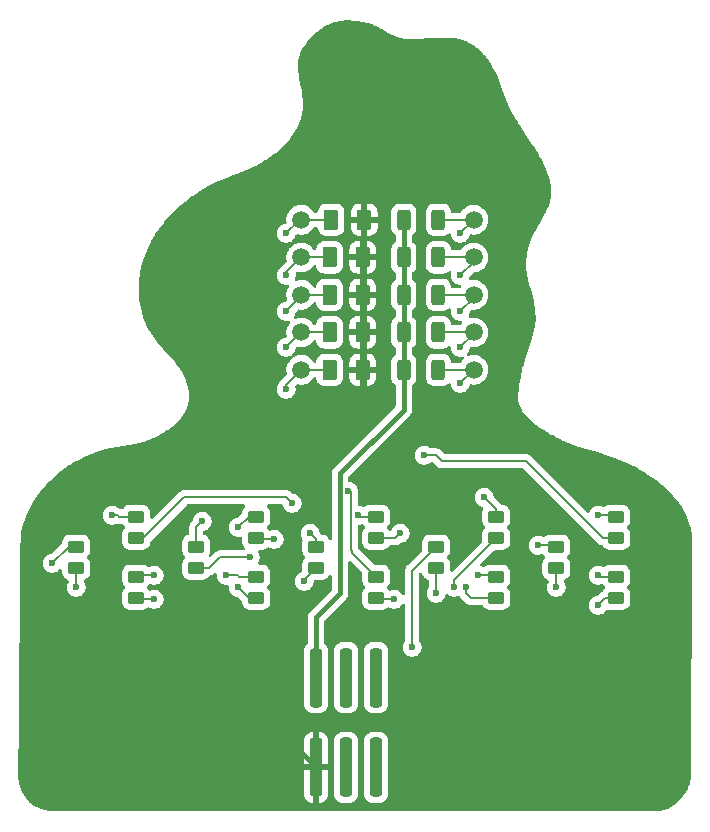
<source format=gbr>
%TF.GenerationSoftware,KiCad,Pcbnew,9.0.6*%
%TF.CreationDate,2025-11-09T23:23:57-08:00*%
%TF.ProjectId,mfzh25_token,6d667a68-3235-45f7-946f-6b656e2e6b69,rev?*%
%TF.SameCoordinates,Original*%
%TF.FileFunction,Copper,L2,Bot*%
%TF.FilePolarity,Positive*%
%FSLAX46Y46*%
G04 Gerber Fmt 4.6, Leading zero omitted, Abs format (unit mm)*
G04 Created by KiCad (PCBNEW 9.0.6) date 2025-11-09 23:23:57*
%MOMM*%
%LPD*%
G01*
G04 APERTURE LIST*
G04 Aperture macros list*
%AMRoundRect*
0 Rectangle with rounded corners*
0 $1 Rounding radius*
0 $2 $3 $4 $5 $6 $7 $8 $9 X,Y pos of 4 corners*
0 Add a 4 corners polygon primitive as box body*
4,1,4,$2,$3,$4,$5,$6,$7,$8,$9,$2,$3,0*
0 Add four circle primitives for the rounded corners*
1,1,$1+$1,$2,$3*
1,1,$1+$1,$4,$5*
1,1,$1+$1,$6,$7*
1,1,$1+$1,$8,$9*
0 Add four rect primitives between the rounded corners*
20,1,$1+$1,$2,$3,$4,$5,0*
20,1,$1+$1,$4,$5,$6,$7,0*
20,1,$1+$1,$6,$7,$8,$9,0*
20,1,$1+$1,$8,$9,$2,$3,0*%
G04 Aperture macros list end*
%TA.AperFunction,SMDPad,CuDef*%
%ADD10RoundRect,0.250000X0.450000X-0.262500X0.450000X0.262500X-0.450000X0.262500X-0.450000X-0.262500X0*%
%TD*%
%TA.AperFunction,SMDPad,CuDef*%
%ADD11C,1.500000*%
%TD*%
%TA.AperFunction,SMDPad,CuDef*%
%ADD12RoundRect,0.250000X0.375000X0.625000X-0.375000X0.625000X-0.375000X-0.625000X0.375000X-0.625000X0*%
%TD*%
%TA.AperFunction,SMDPad,CuDef*%
%ADD13RoundRect,0.250000X-0.450000X0.262500X-0.450000X-0.262500X0.450000X-0.262500X0.450000X0.262500X0*%
%TD*%
%TA.AperFunction,SMDPad,CuDef*%
%ADD14RoundRect,0.250000X-0.312500X-0.625000X0.312500X-0.625000X0.312500X0.625000X-0.312500X0.625000X0*%
%TD*%
%TA.AperFunction,SMDPad,CuDef*%
%ADD15RoundRect,0.250000X-0.260000X2.250000X-0.260000X-2.250000X0.260000X-2.250000X0.260000X2.250000X0*%
%TD*%
%TA.AperFunction,ViaPad*%
%ADD16C,0.600000*%
%TD*%
%TA.AperFunction,Conductor*%
%ADD17C,0.200000*%
%TD*%
%TA.AperFunction,Conductor*%
%ADD18C,0.381000*%
%TD*%
G04 APERTURE END LIST*
D10*
%TO.P,R13,1*%
%TO.N,Net-(R13-Pad1)*%
X63500000Y-122832500D03*
%TO.P,R13,2*%
%TO.N,Net-(R13-Pad2)*%
X63500000Y-121007500D03*
%TD*%
D11*
%TO.P,TP2,1,1*%
%TO.N,Net-(R2-Pad2)*%
X81915000Y-108585000D03*
%TD*%
%TO.P,TP1,1,1*%
%TO.N,Net-(R1-Pad2)*%
X81915000Y-105410000D03*
%TD*%
%TO.P,TP3,1,1*%
%TO.N,Net-(R3-Pad2)*%
X81915000Y-102235000D03*
%TD*%
%TO.P,TP4,1,1*%
%TO.N,Net-(R4-Pad2)*%
X81915000Y-95885000D03*
%TD*%
%TO.P,TP5,1,1*%
%TO.N,Net-(R10-Pad1)*%
X81915000Y-99060000D03*
%TD*%
%TO.P,TP10,1,1*%
%TO.N,Net-(D5-A)*%
X67310000Y-105410000D03*
%TD*%
%TO.P,TP9,1,1*%
%TO.N,Net-(D4-A)*%
X67310000Y-95885000D03*
%TD*%
%TO.P,TP8,1,1*%
%TO.N,Net-(D3-A)*%
X67310000Y-99060000D03*
%TD*%
%TO.P,TP7,1,1*%
%TO.N,Net-(D2-A)*%
X67310000Y-102235000D03*
%TD*%
%TO.P,TP6,1,1*%
%TO.N,Net-(D1-A)*%
X67310000Y-108585000D03*
%TD*%
D12*
%TO.P,D1,1,K*%
%TO.N,GND*%
X72520000Y-108585000D03*
%TO.P,D1,2,A*%
%TO.N,Net-(D1-A)*%
X69720000Y-108585000D03*
%TD*%
D13*
%TO.P,R10,1*%
%TO.N,Net-(R10-Pad1)*%
X83820000Y-121007500D03*
%TO.P,R10,2*%
%TO.N,Net-(R10-Pad2)*%
X83820000Y-122832500D03*
%TD*%
D14*
%TO.P,R4,1*%
%TO.N,VCC*%
X76007500Y-95885000D03*
%TO.P,R4,2*%
%TO.N,Net-(R4-Pad2)*%
X78932500Y-95885000D03*
%TD*%
D10*
%TO.P,R20,2*%
%TO.N,Net-(D5-A)*%
X53340000Y-121007500D03*
%TO.P,R20,1*%
%TO.N,Net-(R15-Pad2)*%
X53340000Y-122832500D03*
%TD*%
%TO.P,R18,1*%
%TO.N,Net-(R13-Pad2)*%
X63500000Y-127912500D03*
%TO.P,R18,2*%
%TO.N,Net-(D3-A)*%
X63500000Y-126087500D03*
%TD*%
D12*
%TO.P,D2,1,K*%
%TO.N,GND*%
X72520000Y-102235000D03*
%TO.P,D2,2,A*%
%TO.N,Net-(D2-A)*%
X69720000Y-102235000D03*
%TD*%
%TO.P,D3,1,K*%
%TO.N,GND*%
X72520000Y-99060000D03*
%TO.P,D3,2,A*%
%TO.N,Net-(D3-A)*%
X69720000Y-99060000D03*
%TD*%
D10*
%TO.P,R12,2*%
%TO.N,Net-(R12-Pad2)*%
X68580000Y-123547500D03*
%TO.P,R12,1*%
%TO.N,Net-(R12-Pad1)*%
X68580000Y-125372500D03*
%TD*%
D15*
%TO.P,J2,1,Pin_1*%
%TO.N,VCC*%
X68580000Y-134640000D03*
%TO.P,J2,2,Pin_2*%
%TO.N,GND*%
X68580000Y-142240000D03*
%TO.P,J2,3,Pin_3*%
%TO.N,unconnected-(J2-Pin_3-Pad3)*%
X71120000Y-134640000D03*
%TO.P,J2,4,Pin_4*%
%TO.N,unconnected-(J2-Pin_4-Pad4)*%
X71120000Y-142240000D03*
%TO.P,J2,5,Pin_5*%
%TO.N,unconnected-(J2-Pin_5-Pad5)*%
X73660000Y-134640000D03*
%TO.P,J2,6,Pin_6*%
%TO.N,unconnected-(J2-Pin_6-Pad6)*%
X73660000Y-142240000D03*
%TD*%
D10*
%TO.P,R11,1*%
%TO.N,Net-(R11-Pad1)*%
X78740000Y-125372500D03*
%TO.P,R11,2*%
%TO.N,Net-(R11-Pad2)*%
X78740000Y-123547500D03*
%TD*%
D13*
%TO.P,R9,2*%
%TO.N,Net-(R14-Pad1)*%
X83820000Y-127912500D03*
%TO.P,R9,1*%
%TO.N,Net-(R4-Pad2)*%
X83820000Y-126087500D03*
%TD*%
D10*
%TO.P,R14,1*%
%TO.N,Net-(R14-Pad1)*%
X73660000Y-122832500D03*
%TO.P,R14,2*%
%TO.N,Net-(R14-Pad2)*%
X73660000Y-121007500D03*
%TD*%
D14*
%TO.P,R5,1*%
%TO.N,VCC*%
X76007500Y-99060000D03*
%TO.P,R5,2*%
%TO.N,Net-(R10-Pad1)*%
X78932500Y-99060000D03*
%TD*%
D10*
%TO.P,R19,2*%
%TO.N,Net-(D4-A)*%
X53340000Y-126087500D03*
%TO.P,R19,1*%
%TO.N,Net-(R14-Pad2)*%
X53340000Y-127912500D03*
%TD*%
D12*
%TO.P,D5,2,A*%
%TO.N,Net-(D5-A)*%
X69720000Y-105410000D03*
%TO.P,D5,1,K*%
%TO.N,GND*%
X72520000Y-105410000D03*
%TD*%
D10*
%TO.P,R17,1*%
%TO.N,Net-(R12-Pad2)*%
X58420000Y-125372500D03*
%TO.P,R17,2*%
%TO.N,Net-(D2-A)*%
X58420000Y-123547500D03*
%TD*%
D13*
%TO.P,R6,2*%
%TO.N,Net-(R11-Pad1)*%
X88900000Y-125372500D03*
%TO.P,R6,1*%
%TO.N,Net-(R1-Pad2)*%
X88900000Y-123547500D03*
%TD*%
%TO.P,R7,2*%
%TO.N,Net-(R12-Pad1)*%
X93980000Y-127912500D03*
%TO.P,R7,1*%
%TO.N,Net-(R2-Pad2)*%
X93980000Y-126087500D03*
%TD*%
D14*
%TO.P,R1,1*%
%TO.N,VCC*%
X76007500Y-105410000D03*
%TO.P,R1,2*%
%TO.N,Net-(R1-Pad2)*%
X78932500Y-105410000D03*
%TD*%
%TO.P,R3,1*%
%TO.N,VCC*%
X76007500Y-102235000D03*
%TO.P,R3,2*%
%TO.N,Net-(R3-Pad2)*%
X78932500Y-102235000D03*
%TD*%
D10*
%TO.P,R16,2*%
%TO.N,Net-(D1-A)*%
X48260000Y-123547500D03*
%TO.P,R16,1*%
%TO.N,Net-(R11-Pad2)*%
X48260000Y-125372500D03*
%TD*%
%TO.P,R15,1*%
%TO.N,Net-(R10-Pad2)*%
X73660000Y-127912500D03*
%TO.P,R15,2*%
%TO.N,Net-(R15-Pad2)*%
X73660000Y-126087500D03*
%TD*%
D14*
%TO.P,R2,1*%
%TO.N,VCC*%
X76007500Y-108585000D03*
%TO.P,R2,2*%
%TO.N,Net-(R2-Pad2)*%
X78932500Y-108585000D03*
%TD*%
D12*
%TO.P,D4,1,K*%
%TO.N,GND*%
X72650000Y-95885000D03*
%TO.P,D4,2,A*%
%TO.N,Net-(D4-A)*%
X69850000Y-95885000D03*
%TD*%
D13*
%TO.P,R8,2*%
%TO.N,Net-(R13-Pad1)*%
X93980000Y-122832500D03*
%TO.P,R8,1*%
%TO.N,Net-(R3-Pad2)*%
X93980000Y-121007500D03*
%TD*%
D16*
%TO.N,Net-(R13-Pad1)*%
X77724000Y-115824000D03*
%TO.N,Net-(R11-Pad2)*%
X76708000Y-132080000D03*
%TO.N,Net-(R15-Pad2)*%
X66548000Y-119888000D03*
X71302500Y-118872000D03*
%TO.N,Net-(R12-Pad2)*%
X68072000Y-122428000D03*
X62992000Y-124460000D03*
%TO.N,Net-(R14-Pad2)*%
X72136000Y-120904000D03*
X54864000Y-128016000D03*
%TO.N,Net-(R11-Pad2)*%
X48260000Y-127000000D03*
%TO.N,Net-(R10-Pad2)*%
X80264000Y-127000000D03*
X75184000Y-128016000D03*
%TO.N,Net-(R13-Pad2)*%
X61976000Y-127000000D03*
X61976000Y-121920000D03*
%TO.N,Net-(R14-Pad1)*%
X75692000Y-122428000D03*
X81280000Y-127000000D03*
%TO.N,Net-(R11-Pad1)*%
X78740000Y-127508000D03*
X88900000Y-127000000D03*
%TO.N,Net-(R12-Pad1)*%
X67564000Y-126492000D03*
X92456000Y-128524000D03*
%TO.N,Net-(R13-Pad1)*%
X65024000Y-122936000D03*
%TO.N,Net-(D1-A)*%
X66040000Y-110236000D03*
%TO.N,Net-(D4-A)*%
X66040000Y-97028000D03*
X54864000Y-125984000D03*
%TO.N,Net-(D3-A)*%
X60960000Y-125984000D03*
X66040000Y-100584000D03*
%TO.N,Net-(D2-A)*%
X58928000Y-121412000D03*
X66040000Y-103632000D03*
%TO.N,Net-(D5-A)*%
X51308000Y-120904000D03*
X66040000Y-106680000D03*
%TO.N,Net-(D1-A)*%
X46228000Y-124968000D03*
%TO.N,Net-(R4-Pad2)*%
X82296000Y-125984000D03*
X80772000Y-97028000D03*
%TO.N,Net-(R10-Pad1)*%
X82804000Y-119380000D03*
X80772000Y-100584000D03*
%TO.N,Net-(R3-Pad2)*%
X80772000Y-103632000D03*
X92456000Y-120904000D03*
%TO.N,Net-(R1-Pad2)*%
X87376000Y-123444000D03*
X80772000Y-106680000D03*
%TO.N,Net-(R2-Pad2)*%
X92456000Y-125984000D03*
X80772000Y-109728000D03*
%TD*%
D17*
%TO.N,Net-(R13-Pad1)*%
X92860500Y-122832500D02*
X93980000Y-122832500D01*
X78740000Y-115824000D02*
X79248000Y-116332000D01*
X77724000Y-115824000D02*
X78740000Y-115824000D01*
X79248000Y-116332000D02*
X86360000Y-116332000D01*
X86360000Y-116332000D02*
X92860500Y-122832500D01*
%TO.N,Net-(R15-Pad2)*%
X66548000Y-119888000D02*
X66040000Y-119380000D01*
X66040000Y-119380000D02*
X57404000Y-119380000D01*
X57404000Y-119380000D02*
X53951500Y-122832500D01*
X53951500Y-122832500D02*
X53340000Y-122832500D01*
X71302500Y-118872000D02*
X71442000Y-118872000D01*
X71442000Y-118872000D02*
X71535000Y-118965000D01*
X71535000Y-118965000D02*
X71535000Y-123859000D01*
X71535000Y-123859000D02*
X71628000Y-123952000D01*
X71628000Y-123952000D02*
X71628000Y-124055500D01*
X71628000Y-124055500D02*
X73660000Y-126087500D01*
%TO.N,Net-(R11-Pad2)*%
X76708000Y-132080000D02*
X76708000Y-130556000D01*
D18*
%TO.N,GND*%
X67818000Y-117094000D02*
X67818000Y-120650000D01*
X67818000Y-120650000D02*
X66548000Y-121920000D01*
D17*
%TO.N,Net-(R12-Pad2)*%
X62992000Y-124460000D02*
X60452000Y-124460000D01*
X60452000Y-124460000D02*
X59539500Y-125372500D01*
X59539500Y-125372500D02*
X58420000Y-125372500D01*
X68580000Y-123547500D02*
X68580000Y-122936000D01*
X68580000Y-122936000D02*
X68072000Y-122428000D01*
%TO.N,Net-(R14-Pad2)*%
X73660000Y-121007500D02*
X72239500Y-121007500D01*
X72239500Y-121007500D02*
X72136000Y-120904000D01*
X53443500Y-128016000D02*
X53340000Y-127912500D01*
X54864000Y-128016000D02*
X53443500Y-128016000D01*
%TO.N,Net-(R11-Pad2)*%
X48260000Y-127000000D02*
X48260000Y-125372500D01*
X76708000Y-125984000D02*
X76708000Y-130556000D01*
X78740000Y-123547500D02*
X76708000Y-125579500D01*
X76708000Y-125579500D02*
X76708000Y-125984000D01*
%TO.N,Net-(R10-Pad2)*%
X80264000Y-126388500D02*
X80264000Y-127000000D01*
X83820000Y-122832500D02*
X80264000Y-126388500D01*
X73763500Y-128016000D02*
X73660000Y-127912500D01*
X75184000Y-128016000D02*
X73763500Y-128016000D01*
%TO.N,Net-(R13-Pad2)*%
X61976000Y-121920000D02*
X62888500Y-121007500D01*
X62888500Y-121007500D02*
X63500000Y-121007500D01*
X63500000Y-127912500D02*
X62888500Y-127912500D01*
X62888500Y-127912500D02*
X61976000Y-127000000D01*
%TO.N,Net-(R14-Pad1)*%
X81684500Y-127912500D02*
X81280000Y-127508000D01*
X83820000Y-127912500D02*
X81684500Y-127912500D01*
X81280000Y-127508000D02*
X81280000Y-127000000D01*
X75287500Y-122832500D02*
X73660000Y-122832500D01*
X75692000Y-122428000D02*
X75287500Y-122832500D01*
%TO.N,Net-(R11-Pad1)*%
X78740000Y-127508000D02*
X78740000Y-125372500D01*
X88900000Y-125372500D02*
X88900000Y-127000000D01*
%TO.N,Net-(R12-Pad1)*%
X67564000Y-126492000D02*
X67564000Y-126388500D01*
X93067500Y-127912500D02*
X92456000Y-128524000D01*
X93980000Y-127912500D02*
X93067500Y-127912500D01*
X67564000Y-126388500D02*
X68580000Y-125372500D01*
%TO.N,Net-(R13-Pad1)*%
X65024000Y-122936000D02*
X63603500Y-122936000D01*
X63603500Y-122936000D02*
X63500000Y-122832500D01*
D18*
%TO.N,GND*%
X68580000Y-142240000D02*
X66548000Y-140208000D01*
X66548000Y-140208000D02*
X66548000Y-121920000D01*
X67818000Y-117094000D02*
X72650000Y-112262000D01*
X72650000Y-112262000D02*
X72650000Y-95885000D01*
%TO.N,VCC*%
X76007500Y-108585000D02*
X76007500Y-111952500D01*
X76007500Y-111952500D02*
X70612000Y-117348000D01*
X70612000Y-117348000D02*
X70612000Y-127508000D01*
X70612000Y-127508000D02*
X68580000Y-129540000D01*
X68580000Y-129540000D02*
X68580000Y-134640000D01*
X76007500Y-102235000D02*
X76007500Y-108585000D01*
X76007500Y-99060000D02*
X76007500Y-102235000D01*
X76007500Y-95885000D02*
X76007500Y-99060000D01*
D17*
%TO.N,Net-(D1-A)*%
X66040000Y-110236000D02*
X66040000Y-109855000D01*
X66040000Y-109855000D02*
X67310000Y-108585000D01*
%TO.N,Net-(D4-A)*%
X67310000Y-95885000D02*
X67183000Y-95885000D01*
X54864000Y-125984000D02*
X53443500Y-125984000D01*
X67183000Y-95885000D02*
X66040000Y-97028000D01*
X53443500Y-125984000D02*
X53340000Y-126087500D01*
%TO.N,Net-(D3-A)*%
X60960000Y-125984000D02*
X61976000Y-125984000D01*
X61976000Y-125984000D02*
X62079500Y-126087500D01*
X62079500Y-126087500D02*
X63500000Y-126087500D01*
X66040000Y-100330000D02*
X66040000Y-100584000D01*
X67310000Y-99060000D02*
X66040000Y-100330000D01*
%TO.N,Net-(D2-A)*%
X58420000Y-121920000D02*
X58420000Y-123547500D01*
X67310000Y-102362000D02*
X66040000Y-103632000D01*
X67310000Y-102235000D02*
X67310000Y-102362000D01*
X58928000Y-121412000D02*
X58420000Y-121920000D01*
%TO.N,Net-(D5-A)*%
X67310000Y-105410000D02*
X66040000Y-106680000D01*
X51919500Y-121007500D02*
X53340000Y-121007500D01*
X51308000Y-120904000D02*
X51816000Y-120904000D01*
X51816000Y-120904000D02*
X51919500Y-121007500D01*
%TO.N,Net-(D1-A)*%
X46228000Y-124968000D02*
X47648500Y-123547500D01*
X47648500Y-123547500D02*
X48260000Y-123547500D01*
%TO.N,Net-(R4-Pad2)*%
X81915000Y-95885000D02*
X80772000Y-97028000D01*
X82296000Y-125984000D02*
X83716500Y-125984000D01*
X83716500Y-125984000D02*
X83820000Y-126087500D01*
%TO.N,Net-(R10-Pad1)*%
X82804000Y-119380000D02*
X83820000Y-120396000D01*
X81915000Y-99441000D02*
X80772000Y-100584000D01*
X81915000Y-99060000D02*
X81915000Y-99441000D01*
X83820000Y-120396000D02*
X83820000Y-121007500D01*
%TO.N,Net-(R3-Pad2)*%
X92456000Y-120904000D02*
X93876500Y-120904000D01*
X93876500Y-120904000D02*
X93980000Y-121007500D01*
X81915000Y-102489000D02*
X80772000Y-103632000D01*
X81915000Y-102235000D02*
X81915000Y-102489000D01*
%TO.N,Net-(R1-Pad2)*%
X81915000Y-105410000D02*
X81915000Y-105537000D01*
X81915000Y-105537000D02*
X80772000Y-106680000D01*
X87376000Y-123444000D02*
X88796500Y-123444000D01*
X88796500Y-123444000D02*
X88900000Y-123547500D01*
%TO.N,Net-(D1-A)*%
X67310000Y-108585000D02*
X69720000Y-108585000D01*
%TO.N,Net-(D5-A)*%
X67310000Y-105410000D02*
X69720000Y-105410000D01*
%TO.N,Net-(D2-A)*%
X67310000Y-102235000D02*
X69720000Y-102235000D01*
%TO.N,Net-(D3-A)*%
X67310000Y-99060000D02*
X69720000Y-99060000D01*
%TO.N,Net-(D4-A)*%
X67310000Y-95885000D02*
X69850000Y-95885000D01*
%TO.N,Net-(R2-Pad2)*%
X81915000Y-108585000D02*
X78932500Y-108585000D01*
%TO.N,Net-(R1-Pad2)*%
X81915000Y-105410000D02*
X78932500Y-105410000D01*
%TO.N,Net-(R3-Pad2)*%
X81915000Y-102235000D02*
X78932500Y-102235000D01*
%TO.N,Net-(R10-Pad1)*%
X81915000Y-99060000D02*
X78932500Y-99060000D01*
%TO.N,Net-(R4-Pad2)*%
X81915000Y-95885000D02*
X78932500Y-95885000D01*
%TO.N,Net-(R2-Pad2)*%
X92559500Y-126087500D02*
X92456000Y-125984000D01*
X81915000Y-108585000D02*
X80772000Y-109728000D01*
X93980000Y-126087500D02*
X92559500Y-126087500D01*
%TD*%
%TA.AperFunction,Conductor*%
%TO.N,GND*%
G36*
X71481593Y-79000268D02*
G01*
X71485652Y-79000400D01*
X71735921Y-79012775D01*
X71740160Y-79013059D01*
X71975190Y-79032864D01*
X71979540Y-79033309D01*
X72200191Y-79059887D01*
X72204679Y-79060511D01*
X72411977Y-79093241D01*
X72416471Y-79094038D01*
X72611339Y-79132313D01*
X72615857Y-79133289D01*
X72799383Y-79176566D01*
X72803873Y-79177714D01*
X72971781Y-79224013D01*
X72978205Y-79225975D01*
X73303884Y-79335150D01*
X73311749Y-79338087D01*
X73595874Y-79455327D01*
X73603452Y-79458454D01*
X73609984Y-79461373D01*
X73881756Y-79592343D01*
X73886466Y-79594739D01*
X74085600Y-79701495D01*
X74145999Y-79733875D01*
X74148725Y-79735381D01*
X74593263Y-79988268D01*
X74605011Y-79994950D01*
X74609099Y-79998812D01*
X74662186Y-80027475D01*
X74714661Y-80057327D01*
X74714668Y-80057329D01*
X74719802Y-80059417D01*
X74732002Y-80065171D01*
X74857742Y-80133062D01*
X74857743Y-80133062D01*
X74869380Y-80139345D01*
X74878897Y-80147485D01*
X74927216Y-80170573D01*
X74929911Y-80172028D01*
X74974326Y-80196009D01*
X74977176Y-80197095D01*
X74998432Y-80204601D01*
X75137198Y-80270907D01*
X75137197Y-80270907D01*
X75147691Y-80275921D01*
X75162960Y-80287120D01*
X75206930Y-80304227D01*
X75249511Y-80324573D01*
X75249510Y-80324573D01*
X75256687Y-80325908D01*
X75278968Y-80332253D01*
X75439656Y-80394770D01*
X75454618Y-80404215D01*
X75500865Y-80418584D01*
X75504891Y-80420150D01*
X75504892Y-80420151D01*
X75518329Y-80425378D01*
X75545988Y-80436140D01*
X75551698Y-80436766D01*
X75574967Y-80441608D01*
X75590060Y-80446298D01*
X75613873Y-80456535D01*
X75614099Y-80456662D01*
X75665254Y-80469662D01*
X75715655Y-80485323D01*
X75728937Y-80485847D01*
X75754882Y-80492441D01*
X75778845Y-80501245D01*
X75779942Y-80501782D01*
X75827648Y-80511127D01*
X75834277Y-80512618D01*
X75881409Y-80524597D01*
X75882635Y-80524581D01*
X75908067Y-80526882D01*
X75926450Y-80530483D01*
X75950671Y-80537863D01*
X75952333Y-80538562D01*
X75999902Y-80545080D01*
X76006886Y-80546241D01*
X76054009Y-80555474D01*
X76055803Y-80555351D01*
X76081103Y-80556208D01*
X76104968Y-80559478D01*
X76129498Y-80565434D01*
X76131379Y-80566100D01*
X76179061Y-80569841D01*
X76186138Y-80570603D01*
X76233553Y-80577101D01*
X76235534Y-80576850D01*
X76260763Y-80576253D01*
X76290530Y-80578589D01*
X76315423Y-80583133D01*
X76317180Y-80583644D01*
X76368712Y-80584724D01*
X76420086Y-80588756D01*
X76434390Y-80586101D01*
X76479419Y-80587045D01*
X76495655Y-80589169D01*
X76495666Y-80589073D01*
X76503737Y-80589949D01*
X76503747Y-80589952D01*
X76556032Y-80588768D01*
X76561398Y-80588764D01*
X76613691Y-80589861D01*
X76613695Y-80589859D01*
X76613697Y-80589860D01*
X76621775Y-80588969D01*
X76621785Y-80589066D01*
X76638011Y-80586914D01*
X76855723Y-80581992D01*
X76861835Y-80583324D01*
X76921505Y-80580504D01*
X76923053Y-80580469D01*
X76923054Y-80580469D01*
X76931362Y-80580281D01*
X76981220Y-80579154D01*
X76981225Y-80579152D01*
X76988378Y-80578046D01*
X77001486Y-80576724D01*
X77217805Y-80566503D01*
X77222513Y-80567437D01*
X77283559Y-80563396D01*
X77344650Y-80560510D01*
X77344658Y-80560507D01*
X77347957Y-80559914D01*
X77361748Y-80558220D01*
X78001657Y-80515869D01*
X78716015Y-80470755D01*
X78718827Y-80470609D01*
X79064790Y-80456699D01*
X79068037Y-80456612D01*
X79408653Y-80451953D01*
X79413016Y-80451969D01*
X79745422Y-80459172D01*
X79750947Y-80459415D01*
X79779649Y-80461319D01*
X80073834Y-80480844D01*
X80080473Y-80481466D01*
X80392604Y-80519285D01*
X80400438Y-80520491D01*
X80700775Y-80576658D01*
X80709736Y-80578681D01*
X80997710Y-80655051D01*
X81007628Y-80658133D01*
X81290351Y-80759159D01*
X81298188Y-80762265D01*
X81425226Y-80817713D01*
X81430553Y-80820193D01*
X81561060Y-80884791D01*
X81566492Y-80887650D01*
X81694268Y-80958993D01*
X81699689Y-80962203D01*
X81825908Y-81041342D01*
X81830886Y-81044633D01*
X82013818Y-81171989D01*
X82018346Y-81175295D01*
X82191299Y-81307700D01*
X82195661Y-81311198D01*
X82358571Y-81447993D01*
X82362727Y-81451644D01*
X82516268Y-81592714D01*
X82520167Y-81596457D01*
X82665038Y-81741770D01*
X82668661Y-81745564D01*
X82729220Y-81811732D01*
X82805455Y-81895028D01*
X82808835Y-81898878D01*
X82938148Y-82052452D01*
X82941237Y-82056272D01*
X83051584Y-82198388D01*
X83060222Y-82209512D01*
X83064284Y-82215054D01*
X83236561Y-82464318D01*
X83293986Y-82547404D01*
X83298450Y-82554347D01*
X83383384Y-82696635D01*
X83502839Y-82896758D01*
X83506274Y-82902902D01*
X83677084Y-83229915D01*
X83692473Y-83259376D01*
X83695015Y-83264532D01*
X83866493Y-83633554D01*
X83868284Y-83637594D01*
X84028560Y-84017370D01*
X84029721Y-84020219D01*
X84182298Y-84408360D01*
X84182982Y-84410142D01*
X84412041Y-85020258D01*
X84458459Y-85143896D01*
X84458638Y-85145609D01*
X84481627Y-85205607D01*
X84481792Y-85206045D01*
X84481815Y-85206105D01*
X84505506Y-85269211D01*
X84508577Y-85275943D01*
X84553517Y-85393230D01*
X84611382Y-85544246D01*
X84612001Y-85549215D01*
X84634907Y-85605645D01*
X84635352Y-85606806D01*
X84656741Y-85662625D01*
X84658610Y-85666073D01*
X84664491Y-85678528D01*
X84766890Y-85930783D01*
X84766891Y-85930785D01*
X84772284Y-85944071D01*
X84773524Y-85951987D01*
X84797019Y-86005008D01*
X84797753Y-86006814D01*
X84797758Y-86006826D01*
X84818836Y-86058751D01*
X84822849Y-86065816D01*
X84822328Y-86066111D01*
X84829476Y-86078248D01*
X84830583Y-86080745D01*
X84945804Y-86340748D01*
X84948002Y-86351637D01*
X84972436Y-86400843D01*
X84992315Y-86445702D01*
X84994698Y-86451078D01*
X84998931Y-86458012D01*
X84998853Y-86458059D01*
X85007710Y-86471879D01*
X85084901Y-86627328D01*
X85135739Y-86729707D01*
X85138612Y-86741167D01*
X85164966Y-86788567D01*
X85166246Y-86791144D01*
X85166252Y-86791155D01*
X85170984Y-86800684D01*
X85189098Y-86837163D01*
X85193192Y-86843254D01*
X85203421Y-86857731D01*
X85310101Y-87049604D01*
X85387533Y-87188872D01*
X85389974Y-87197349D01*
X85419490Y-87246349D01*
X85420532Y-87248223D01*
X85447287Y-87296344D01*
X85452134Y-87302877D01*
X85451762Y-87303152D01*
X85460720Y-87314796D01*
X85647516Y-87624905D01*
X85654845Y-87637073D01*
X85657495Y-87645228D01*
X85688774Y-87693400D01*
X85689864Y-87695209D01*
X85718417Y-87742610D01*
X85723487Y-87748969D01*
X85723093Y-87749282D01*
X85732324Y-87760469D01*
X86204168Y-88487130D01*
X86210433Y-88496778D01*
X86211668Y-88500393D01*
X86246266Y-88551962D01*
X86257280Y-88568924D01*
X86280122Y-88604103D01*
X86280691Y-88604769D01*
X86289374Y-88616216D01*
X86808089Y-89389377D01*
X86808858Y-89390537D01*
X87077525Y-89800877D01*
X87078849Y-89802944D01*
X87334252Y-90210403D01*
X87336143Y-90213521D01*
X87574090Y-90619168D01*
X87576477Y-90623428D01*
X87792976Y-91028238D01*
X87795747Y-91033743D01*
X87987228Y-91438995D01*
X87990212Y-91445838D01*
X88155469Y-91858160D01*
X88157699Y-91864168D01*
X88225956Y-92063765D01*
X88227389Y-92068228D01*
X88289085Y-92273697D01*
X88290419Y-92278490D01*
X88301987Y-92323508D01*
X88343546Y-92485237D01*
X88344746Y-92490355D01*
X88388954Y-92698657D01*
X88389977Y-92704065D01*
X88424935Y-92914350D01*
X88425743Y-92920013D01*
X88451083Y-93132668D01*
X88451641Y-93138541D01*
X88466966Y-93353969D01*
X88467248Y-93359998D01*
X88472128Y-93578379D01*
X88472110Y-93584645D01*
X88468248Y-93721582D01*
X88467904Y-93727955D01*
X88457198Y-93862042D01*
X88456551Y-93868198D01*
X88439286Y-94000670D01*
X88438377Y-94006542D01*
X88414819Y-94137853D01*
X88413696Y-94143388D01*
X88384054Y-94274058D01*
X88382768Y-94279210D01*
X88348788Y-94403980D01*
X88346689Y-94410888D01*
X88256894Y-94678152D01*
X88253991Y-94685921D01*
X88145705Y-94948587D01*
X88143014Y-94954649D01*
X88016428Y-95220411D01*
X88014205Y-95224847D01*
X87872140Y-95494730D01*
X87870552Y-95497652D01*
X87716268Y-95772598D01*
X87715368Y-95774174D01*
X87422426Y-96278766D01*
X87417232Y-96287711D01*
X87415383Y-96289592D01*
X87384261Y-96344502D01*
X87383890Y-96345142D01*
X87383858Y-96345200D01*
X87351531Y-96400883D01*
X87346604Y-96410944D01*
X87255427Y-96571812D01*
X87255428Y-96571813D01*
X87248563Y-96583924D01*
X87244489Y-96588265D01*
X87216133Y-96641145D01*
X87215419Y-96642406D01*
X87215417Y-96642407D01*
X87186523Y-96693390D01*
X87184100Y-96699375D01*
X87178451Y-96711420D01*
X87089578Y-96877166D01*
X87082929Y-96889564D01*
X87076944Y-96896416D01*
X87051880Y-96947467D01*
X87050822Y-96949442D01*
X87050814Y-96949460D01*
X87024954Y-96997689D01*
X87022083Y-97005288D01*
X87021695Y-97005141D01*
X87016679Y-97019170D01*
X86930629Y-97194449D01*
X86924770Y-97206382D01*
X86917178Y-97215967D01*
X86895827Y-97265335D01*
X86894502Y-97268036D01*
X86894495Y-97268054D01*
X86872087Y-97313698D01*
X86870607Y-97318084D01*
X86864447Y-97337895D01*
X86783630Y-97524772D01*
X86778653Y-97536278D01*
X86769895Y-97548821D01*
X86752591Y-97596541D01*
X86751107Y-97599975D01*
X86751104Y-97599983D01*
X86732424Y-97643180D01*
X86732421Y-97643191D01*
X86732016Y-97645937D01*
X86725919Y-97670101D01*
X86655540Y-97864208D01*
X86651101Y-97876452D01*
X86644062Y-97887751D01*
X86628707Y-97938213D01*
X86627594Y-97941283D01*
X86627592Y-97941284D01*
X86610719Y-97987823D01*
X86610716Y-97987834D01*
X86610691Y-97988133D01*
X86605783Y-98013548D01*
X86596151Y-98045206D01*
X86590042Y-98059379D01*
X86590319Y-98059492D01*
X86587246Y-98067016D01*
X86573577Y-98119076D01*
X86572273Y-98123679D01*
X86556598Y-98175194D01*
X86555268Y-98183210D01*
X86554975Y-98183161D01*
X86552740Y-98198429D01*
X86545162Y-98227292D01*
X86539591Y-98241731D01*
X86539864Y-98241830D01*
X86537087Y-98249461D01*
X86525458Y-98301963D01*
X86524328Y-98306633D01*
X86510672Y-98358647D01*
X86509651Y-98366714D01*
X86509363Y-98366677D01*
X86507719Y-98382056D01*
X86490522Y-98459698D01*
X86485540Y-98474264D01*
X86485830Y-98474357D01*
X86483347Y-98482095D01*
X86473718Y-98535143D01*
X86473289Y-98537503D01*
X86461129Y-98592410D01*
X86461555Y-98602156D01*
X86459073Y-98615837D01*
X86459073Y-98615839D01*
X86446404Y-98685644D01*
X86441939Y-98700565D01*
X86442197Y-98700637D01*
X86440020Y-98708469D01*
X86432530Y-98761542D01*
X86432531Y-98761543D01*
X86432192Y-98763949D01*
X86422184Y-98819096D01*
X86423004Y-98829059D01*
X86421071Y-98842766D01*
X86421071Y-98842769D01*
X86412190Y-98905707D01*
X86408295Y-98920896D01*
X86408532Y-98920952D01*
X86406670Y-98928861D01*
X86401325Y-98982004D01*
X86400732Y-98986914D01*
X86393268Y-99039819D01*
X86393193Y-99047950D01*
X86392949Y-99047947D01*
X86393116Y-99063630D01*
X86387432Y-99120145D01*
X86384141Y-99135509D01*
X86384374Y-99135555D01*
X86382831Y-99143531D01*
X86379472Y-99199295D01*
X86373884Y-99254866D01*
X86375520Y-99264909D01*
X86374691Y-99278687D01*
X86374691Y-99278689D01*
X86371648Y-99329214D01*
X86368982Y-99344641D01*
X86369230Y-99344679D01*
X86368005Y-99352712D01*
X86366916Y-99406155D01*
X86366718Y-99411079D01*
X86363504Y-99464465D01*
X86364079Y-99472573D01*
X86363828Y-99472590D01*
X86365245Y-99488183D01*
X86364209Y-99539003D01*
X86361125Y-99564072D01*
X86360696Y-99565948D01*
X86360696Y-99565949D01*
X86362298Y-99608942D01*
X86362613Y-99617390D01*
X86361565Y-99668846D01*
X86365056Y-99683029D01*
X86365529Y-99695725D01*
X86365530Y-99695727D01*
X86374182Y-99927941D01*
X86372820Y-99951455D01*
X86371859Y-99957684D01*
X86371859Y-99957688D01*
X86376585Y-100000968D01*
X86377232Y-100009809D01*
X86378854Y-100053333D01*
X86380713Y-100059364D01*
X86385480Y-100082424D01*
X86410847Y-100314708D01*
X86409422Y-100330257D01*
X86417975Y-100379982D01*
X86418390Y-100383781D01*
X86418391Y-100383788D01*
X86423458Y-100430186D01*
X86424606Y-100433140D01*
X86431225Y-100457019D01*
X86466233Y-100660543D01*
X86468481Y-100673618D01*
X86467954Y-100685947D01*
X86479616Y-100738356D01*
X86480131Y-100741347D01*
X86480133Y-100741354D01*
X86488728Y-100791321D01*
X86489927Y-100795180D01*
X86496780Y-100815485D01*
X86539006Y-101005234D01*
X86539661Y-101008175D01*
X86542090Y-101019092D01*
X86542013Y-101027661D01*
X86556371Y-101083263D01*
X86556832Y-101085335D01*
X86568856Y-101139366D01*
X86571641Y-101146999D01*
X86571169Y-101147170D01*
X86576368Y-101160710D01*
X86623288Y-101342411D01*
X86626434Y-101354593D01*
X86626482Y-101359419D01*
X86642886Y-101418308D01*
X86658176Y-101477518D01*
X86658178Y-101477522D01*
X86659461Y-101480699D01*
X86663927Y-101493839D01*
X86824926Y-102071792D01*
X86825316Y-102073224D01*
X86912032Y-102399578D01*
X86912841Y-102402799D01*
X86991402Y-102733958D01*
X86992420Y-102738650D01*
X87059552Y-103079972D01*
X87060567Y-103085882D01*
X87069676Y-103147899D01*
X87105805Y-103393884D01*
X87112964Y-103442621D01*
X87113773Y-103449450D01*
X87128320Y-103609998D01*
X87148428Y-103831920D01*
X87148803Y-103837405D01*
X87157731Y-104031294D01*
X87157847Y-104035092D01*
X87160992Y-104239710D01*
X87160985Y-104243942D01*
X87157818Y-104412777D01*
X87157646Y-104417381D01*
X87148748Y-104576347D01*
X87148203Y-104582935D01*
X87112249Y-104910766D01*
X87111102Y-104918793D01*
X87055040Y-105236545D01*
X87053645Y-105243337D01*
X86978801Y-105562178D01*
X86977421Y-105567518D01*
X86885829Y-105892090D01*
X86884692Y-105895887D01*
X86778975Y-106229346D01*
X86778091Y-106232027D01*
X86557255Y-106877230D01*
X86554051Y-106886589D01*
X86552870Y-106888382D01*
X86532789Y-106948708D01*
X86532638Y-106949152D01*
X86511175Y-107011861D01*
X86508804Y-107020772D01*
X86296265Y-107659328D01*
X86296264Y-107659330D01*
X86291713Y-107672999D01*
X86287657Y-107679578D01*
X86270957Y-107735353D01*
X86270367Y-107737129D01*
X86270349Y-107737189D01*
X86252537Y-107790708D01*
X86251000Y-107798685D01*
X86250364Y-107798562D01*
X86247947Y-107812217D01*
X86164030Y-108092520D01*
X86164029Y-108092521D01*
X86159895Y-108106326D01*
X86156043Y-108113020D01*
X86141047Y-108169276D01*
X86140495Y-108171123D01*
X86140487Y-108171154D01*
X86124316Y-108225171D01*
X86123023Y-108233189D01*
X86122387Y-108233086D01*
X86120381Y-108246815D01*
X86038694Y-108553299D01*
X86035073Y-108566886D01*
X86030807Y-108574956D01*
X86018144Y-108630393D01*
X86017567Y-108632561D01*
X86017565Y-108632562D01*
X86003483Y-108685404D01*
X86002434Y-108693460D01*
X86002028Y-108693407D01*
X86000365Y-108708246D01*
X85923217Y-109046039D01*
X85923217Y-109046040D01*
X85920141Y-109059504D01*
X85915766Y-109068648D01*
X85905503Y-109123593D01*
X85904950Y-109126018D01*
X85893057Y-109178098D01*
X85892298Y-109186187D01*
X85892053Y-109186164D01*
X85890899Y-109201799D01*
X85821382Y-109574040D01*
X85818876Y-109587459D01*
X85814643Y-109597363D01*
X85806806Y-109652089D01*
X85806324Y-109654674D01*
X85796661Y-109706417D01*
X85796226Y-109714526D01*
X85796082Y-109714518D01*
X85795556Y-109730669D01*
X85736865Y-110140592D01*
X85734939Y-110154037D01*
X85731036Y-110164399D01*
X85725627Y-110219077D01*
X85725242Y-110221773D01*
X85717834Y-110273517D01*
X85717742Y-110281649D01*
X85717647Y-110281647D01*
X85717819Y-110298035D01*
X85677129Y-110709466D01*
X85668703Y-110794669D01*
X85660575Y-110837280D01*
X85662242Y-110859992D01*
X85661192Y-110870610D01*
X85661192Y-110870612D01*
X85660002Y-110882651D01*
X85660002Y-110882652D01*
X85666143Y-110919945D01*
X85667458Y-110931012D01*
X85674942Y-111032934D01*
X85675576Y-111041559D01*
X85673535Y-111072486D01*
X85680381Y-111106995D01*
X85680939Y-111114581D01*
X85680939Y-111114582D01*
X85682958Y-111142082D01*
X85690306Y-111163182D01*
X85694832Y-111179827D01*
X85707439Y-111243362D01*
X85713286Y-111272832D01*
X85714620Y-111301310D01*
X85726055Y-111337183D01*
X85733233Y-111373362D01*
X85733386Y-111374129D01*
X85733386Y-111374131D01*
X85741892Y-111391399D01*
X85748797Y-111408531D01*
X85773967Y-111487493D01*
X85774915Y-111490468D01*
X85776990Y-111496976D01*
X85780793Y-111522412D01*
X85796915Y-111559487D01*
X85798830Y-111565494D01*
X85798835Y-111565506D01*
X85809203Y-111598032D01*
X85817715Y-111611301D01*
X85827057Y-111628805D01*
X85859477Y-111703361D01*
X85866244Y-111723479D01*
X85869136Y-111735358D01*
X85869138Y-111735366D01*
X85887210Y-111768403D01*
X85892136Y-111778462D01*
X85907151Y-111812993D01*
X85914764Y-111822562D01*
X85926512Y-111840251D01*
X85965343Y-111911239D01*
X85974318Y-111931915D01*
X85977102Y-111940360D01*
X85977103Y-111940361D01*
X86002285Y-111978774D01*
X86024323Y-112019061D01*
X86038274Y-112033670D01*
X86044482Y-112043139D01*
X86044482Y-112043140D01*
X86089282Y-112111477D01*
X86100331Y-112132469D01*
X86102554Y-112137899D01*
X86102555Y-112137900D01*
X86129196Y-112172914D01*
X86134198Y-112179990D01*
X86158322Y-112216789D01*
X86162694Y-112220691D01*
X86178809Y-112238120D01*
X86229363Y-112304565D01*
X86236906Y-112314479D01*
X86243712Y-112328557D01*
X86276676Y-112366748D01*
X86278998Y-112369799D01*
X86279002Y-112369804D01*
X86296639Y-112392985D01*
X86307233Y-112406908D01*
X86309754Y-112408859D01*
X86327734Y-112425902D01*
X86383966Y-112491050D01*
X86392400Y-112500822D01*
X86399066Y-112512890D01*
X86435333Y-112550561D01*
X86437529Y-112553106D01*
X86437543Y-112553121D01*
X86469504Y-112590149D01*
X86469505Y-112590150D01*
X86470229Y-112590642D01*
X86489853Y-112607193D01*
X86503197Y-112621053D01*
X86560899Y-112680988D01*
X86567302Y-112691370D01*
X86606469Y-112728323D01*
X86608532Y-112730466D01*
X86643836Y-112767137D01*
X86647688Y-112770211D01*
X86663961Y-112782567D01*
X86731218Y-112846024D01*
X86741139Y-112855384D01*
X86747220Y-112864360D01*
X86788951Y-112900492D01*
X86823092Y-112932704D01*
X86829108Y-112938380D01*
X86835693Y-112943135D01*
X86835615Y-112943241D01*
X86848960Y-112952451D01*
X86931962Y-113024317D01*
X86937698Y-113032126D01*
X86981664Y-113067351D01*
X87024264Y-113104236D01*
X87024267Y-113104237D01*
X87024268Y-113104238D01*
X87031053Y-113108711D01*
X87030878Y-113108975D01*
X87043847Y-113117172D01*
X87135358Y-113190489D01*
X87143358Y-113200313D01*
X87186638Y-113231574D01*
X87189056Y-113233512D01*
X87228317Y-113264968D01*
X87230187Y-113266100D01*
X87250608Y-113277781D01*
X87546790Y-113491719D01*
X87546789Y-113491719D01*
X87557147Y-113499200D01*
X87566816Y-113509790D01*
X87610409Y-113537671D01*
X87652351Y-113567967D01*
X87652354Y-113567968D01*
X87653812Y-113568523D01*
X87676509Y-113579948D01*
X88007259Y-113791492D01*
X88015838Y-113800033D01*
X88062633Y-113826909D01*
X88108082Y-113855978D01*
X88108089Y-113855980D01*
X88113093Y-113858325D01*
X88131173Y-113866274D01*
X88474386Y-114063396D01*
X88482127Y-114070490D01*
X88531388Y-114096135D01*
X88579556Y-114123800D01*
X88579560Y-114123801D01*
X88579562Y-114123802D01*
X88587075Y-114126895D01*
X88587004Y-114127067D01*
X88601876Y-114132831D01*
X88950198Y-114314166D01*
X88957350Y-114320249D01*
X89008515Y-114344526D01*
X89058762Y-114370684D01*
X89058765Y-114370684D01*
X89066399Y-114373463D01*
X89066272Y-114373809D01*
X89080573Y-114378715D01*
X89426358Y-114542782D01*
X89433170Y-114548186D01*
X89485769Y-114570972D01*
X89537565Y-114595548D01*
X89537568Y-114595548D01*
X89537569Y-114595549D01*
X89545304Y-114598046D01*
X89545155Y-114598504D01*
X89559118Y-114602747D01*
X89894543Y-114748053D01*
X89901291Y-114753052D01*
X89954902Y-114774201D01*
X90007766Y-114797102D01*
X90007769Y-114797102D01*
X90015578Y-114799330D01*
X90015431Y-114799843D01*
X90029321Y-114803559D01*
X90241548Y-114887281D01*
X90346528Y-114928695D01*
X90353554Y-114933543D01*
X90407711Y-114952832D01*
X90409651Y-114953597D01*
X90409652Y-114953598D01*
X90461174Y-114973923D01*
X90461176Y-114973923D01*
X90461180Y-114973925D01*
X90461183Y-114973925D01*
X90469062Y-114975894D01*
X90468938Y-114976390D01*
X90483043Y-114979662D01*
X90582963Y-115015250D01*
X90761092Y-115078693D01*
X90774314Y-115083402D01*
X90782127Y-115088383D01*
X90836265Y-115105467D01*
X90889733Y-115124511D01*
X90889739Y-115124511D01*
X90897681Y-115126215D01*
X90897599Y-115126594D01*
X90912343Y-115129475D01*
X91170439Y-115210924D01*
X91179907Y-115216401D01*
X91233113Y-115230703D01*
X91285680Y-115247292D01*
X91285684Y-115247292D01*
X91293687Y-115248705D01*
X91293666Y-115248821D01*
X91309758Y-115251305D01*
X91516378Y-115306846D01*
X91517855Y-115307688D01*
X91580017Y-115323953D01*
X91642004Y-115340616D01*
X91642007Y-115340616D01*
X91645724Y-115341615D01*
X91652896Y-115343023D01*
X92206413Y-115487857D01*
X92210938Y-115489133D01*
X92876029Y-115690483D01*
X92880594Y-115691963D01*
X93583876Y-115935380D01*
X93588669Y-115937153D01*
X94040015Y-116114825D01*
X94316621Y-116223711D01*
X94321831Y-116225900D01*
X95061166Y-116556601D01*
X95066822Y-116559305D01*
X95804192Y-116934940D01*
X95810374Y-116938313D01*
X96532696Y-117359558D01*
X96539464Y-117363803D01*
X97233654Y-117831016D01*
X97241028Y-117836384D01*
X97361139Y-117930758D01*
X97864164Y-118325997D01*
X97899844Y-118354031D01*
X97905713Y-118358942D01*
X98187822Y-118610263D01*
X98208623Y-118628794D01*
X98212706Y-118632601D01*
X98499406Y-118912164D01*
X98505401Y-118918009D01*
X98509566Y-118922269D01*
X98592465Y-119011284D01*
X98786065Y-119219166D01*
X98790286Y-119223939D01*
X99049163Y-119532256D01*
X99053381Y-119537568D01*
X99293352Y-119857369D01*
X99297501Y-119863246D01*
X99517332Y-120194628D01*
X99521334Y-120201082D01*
X99719837Y-120544213D01*
X99723606Y-120551239D01*
X99899629Y-120906377D01*
X99903068Y-120913943D01*
X100055505Y-121281517D01*
X100058521Y-121289567D01*
X100062993Y-121302892D01*
X100175496Y-121638136D01*
X100186235Y-121670135D01*
X100188740Y-121678585D01*
X100190785Y-121686503D01*
X100290520Y-122072792D01*
X100292443Y-122081534D01*
X100367004Y-122490194D01*
X100368297Y-122499101D01*
X100414209Y-122923072D01*
X100414851Y-122932005D01*
X100425651Y-123234998D01*
X100428508Y-123315179D01*
X100430878Y-123381655D01*
X100430955Y-123386698D01*
X100332936Y-142794072D01*
X100332885Y-142797069D01*
X100328852Y-142935037D01*
X100328446Y-142942071D01*
X100317309Y-143071177D01*
X100316543Y-143077904D01*
X100298017Y-143208748D01*
X100296936Y-143215164D01*
X100271086Y-143347339D01*
X100269729Y-143353455D01*
X100236651Y-143486511D01*
X100235052Y-143492335D01*
X100194853Y-143625887D01*
X100193038Y-143631439D01*
X100145882Y-143764966D01*
X100143874Y-143770263D01*
X100089923Y-143903337D01*
X100087739Y-143908398D01*
X100027213Y-144040502D01*
X100024864Y-144045347D01*
X99957983Y-144176021D01*
X99955479Y-144180668D01*
X99882475Y-144309475D01*
X99879816Y-144313945D01*
X99804386Y-144434909D01*
X99800110Y-144441314D01*
X99622301Y-144690543D01*
X99616035Y-144698603D01*
X99605887Y-144710601D01*
X99418010Y-144932729D01*
X99412863Y-144938445D01*
X99313795Y-145041797D01*
X99310111Y-145045482D01*
X99202621Y-145148578D01*
X99198722Y-145152161D01*
X99087680Y-145249912D01*
X99083551Y-145253391D01*
X98969320Y-145345441D01*
X98964938Y-145348813D01*
X98847838Y-145434856D01*
X98843187Y-145438113D01*
X98723632Y-145517798D01*
X98718689Y-145520926D01*
X98597090Y-145593934D01*
X98591833Y-145596918D01*
X98468494Y-145663017D01*
X98462907Y-145665833D01*
X98338257Y-145724745D01*
X98332325Y-145727361D01*
X98206676Y-145778894D01*
X98200382Y-145781278D01*
X98074030Y-145825254D01*
X98067374Y-145827362D01*
X97940663Y-145863608D01*
X97933644Y-145865396D01*
X97806731Y-145893802D01*
X97799364Y-145895218D01*
X97672496Y-145915651D01*
X97664810Y-145916644D01*
X97538034Y-145929003D01*
X97530066Y-145929521D01*
X97423430Y-145933016D01*
X97393059Y-145934012D01*
X97388999Y-145934079D01*
X46384537Y-145934079D01*
X46381625Y-145934045D01*
X46206509Y-145929931D01*
X46200593Y-145929650D01*
X46037714Y-145918024D01*
X46031700Y-145917448D01*
X45873658Y-145898394D01*
X45867575Y-145897507D01*
X45714460Y-145871293D01*
X45708334Y-145870084D01*
X45560114Y-145836951D01*
X45553975Y-145835414D01*
X45410578Y-145795577D01*
X45404509Y-145793720D01*
X45265955Y-145747401D01*
X45259880Y-145745193D01*
X45126100Y-145692570D01*
X45120103Y-145690027D01*
X44991097Y-145631283D01*
X44985212Y-145628413D01*
X44860923Y-145563689D01*
X44855179Y-145560502D01*
X44735616Y-145489949D01*
X44730060Y-145486469D01*
X44615143Y-145410168D01*
X44609769Y-145406390D01*
X44499532Y-145324465D01*
X44494376Y-145320418D01*
X44439648Y-145275067D01*
X44388853Y-145232974D01*
X44383944Y-145228683D01*
X44283114Y-145135764D01*
X44278464Y-145131249D01*
X44182399Y-145032956D01*
X44178024Y-145028241D01*
X44086779Y-144924637D01*
X44082693Y-144919749D01*
X43996333Y-144810893D01*
X43992540Y-144805854D01*
X43911142Y-144691788D01*
X43907649Y-144686624D01*
X43879588Y-144642799D01*
X43831363Y-144567481D01*
X43828181Y-144562228D01*
X43815463Y-144540009D01*
X43815450Y-144539986D01*
X67570001Y-144539986D01*
X67580494Y-144642697D01*
X67635641Y-144809119D01*
X67635643Y-144809124D01*
X67727684Y-144958345D01*
X67851654Y-145082315D01*
X68000875Y-145174356D01*
X68000880Y-145174358D01*
X68167302Y-145229505D01*
X68167309Y-145229506D01*
X68270019Y-145239999D01*
X68830000Y-145239999D01*
X68889972Y-145239999D01*
X68889986Y-145239998D01*
X68992697Y-145229505D01*
X69159119Y-145174358D01*
X69159124Y-145174356D01*
X69308345Y-145082315D01*
X69432315Y-144958345D01*
X69524356Y-144809124D01*
X69524358Y-144809119D01*
X69579505Y-144642697D01*
X69579506Y-144642690D01*
X69589999Y-144539986D01*
X69590000Y-144539973D01*
X69590000Y-142490000D01*
X68830000Y-142490000D01*
X68830000Y-145239999D01*
X68270019Y-145239999D01*
X68329999Y-145239998D01*
X68330000Y-145239998D01*
X68330000Y-142490000D01*
X67570001Y-142490000D01*
X67570001Y-144539986D01*
X43815450Y-144539986D01*
X43757086Y-144438023D01*
X43754207Y-144432694D01*
X43749379Y-144423211D01*
X43688451Y-144303533D01*
X43685869Y-144298142D01*
X43633039Y-144180668D01*
X43625590Y-144164104D01*
X43623317Y-144158710D01*
X43568663Y-144019881D01*
X43566686Y-144014491D01*
X43528838Y-143903337D01*
X43517819Y-143870977D01*
X43516101Y-143865522D01*
X43473205Y-143717500D01*
X43471762Y-143712062D01*
X43452315Y-143631439D01*
X43434984Y-143559588D01*
X43433809Y-143554191D01*
X43426322Y-143515685D01*
X43403320Y-143397377D01*
X43402398Y-143392008D01*
X43378378Y-143231006D01*
X43377703Y-143225694D01*
X43363073Y-143086751D01*
X43360325Y-143060652D01*
X43359886Y-143055422D01*
X43349327Y-142886445D01*
X43349115Y-142881323D01*
X43345500Y-142705993D01*
X43345484Y-142701916D01*
X43348737Y-142437115D01*
X43360376Y-141489564D01*
X43379411Y-139940013D01*
X67570000Y-139940013D01*
X67570000Y-141990000D01*
X68330000Y-141990000D01*
X68830000Y-141990000D01*
X69589999Y-141990000D01*
X69589999Y-139940024D01*
X69589998Y-139940016D01*
X69589995Y-139939983D01*
X70109500Y-139939983D01*
X70109500Y-144540001D01*
X70109501Y-144540018D01*
X70120000Y-144642796D01*
X70120001Y-144642799D01*
X70175185Y-144809331D01*
X70175187Y-144809336D01*
X70183970Y-144823575D01*
X70267288Y-144958656D01*
X70391344Y-145082712D01*
X70540666Y-145174814D01*
X70707203Y-145229999D01*
X70809991Y-145240500D01*
X71430008Y-145240499D01*
X71430016Y-145240498D01*
X71430019Y-145240498D01*
X71486302Y-145234748D01*
X71532797Y-145229999D01*
X71699334Y-145174814D01*
X71848656Y-145082712D01*
X71972712Y-144958656D01*
X72064814Y-144809334D01*
X72119999Y-144642797D01*
X72130500Y-144540009D01*
X72130499Y-139939992D01*
X72130498Y-139939983D01*
X72649500Y-139939983D01*
X72649500Y-144540001D01*
X72649501Y-144540018D01*
X72660000Y-144642796D01*
X72660001Y-144642799D01*
X72715185Y-144809331D01*
X72715187Y-144809336D01*
X72723970Y-144823575D01*
X72807288Y-144958656D01*
X72931344Y-145082712D01*
X73080666Y-145174814D01*
X73247203Y-145229999D01*
X73349991Y-145240500D01*
X73970008Y-145240499D01*
X73970016Y-145240498D01*
X73970019Y-145240498D01*
X74026302Y-145234748D01*
X74072797Y-145229999D01*
X74239334Y-145174814D01*
X74388656Y-145082712D01*
X74512712Y-144958656D01*
X74604814Y-144809334D01*
X74659999Y-144642797D01*
X74670500Y-144540009D01*
X74670499Y-139939992D01*
X74659999Y-139837203D01*
X74604814Y-139670666D01*
X74512712Y-139521344D01*
X74388656Y-139397288D01*
X74239334Y-139305186D01*
X74072797Y-139250001D01*
X74072795Y-139250000D01*
X73970010Y-139239500D01*
X73349998Y-139239500D01*
X73349980Y-139239501D01*
X73247203Y-139250000D01*
X73247200Y-139250001D01*
X73080668Y-139305185D01*
X73080663Y-139305187D01*
X72931342Y-139397289D01*
X72807289Y-139521342D01*
X72715187Y-139670663D01*
X72715185Y-139670668D01*
X72715115Y-139670880D01*
X72660001Y-139837203D01*
X72660001Y-139837204D01*
X72660000Y-139837204D01*
X72649500Y-139939983D01*
X72130498Y-139939983D01*
X72119999Y-139837203D01*
X72064814Y-139670666D01*
X71972712Y-139521344D01*
X71848656Y-139397288D01*
X71699334Y-139305186D01*
X71532797Y-139250001D01*
X71532795Y-139250000D01*
X71430010Y-139239500D01*
X70809998Y-139239500D01*
X70809980Y-139239501D01*
X70707203Y-139250000D01*
X70707200Y-139250001D01*
X70540668Y-139305185D01*
X70540663Y-139305187D01*
X70391342Y-139397289D01*
X70267289Y-139521342D01*
X70175187Y-139670663D01*
X70175185Y-139670668D01*
X70175115Y-139670880D01*
X70120001Y-139837203D01*
X70120001Y-139837204D01*
X70120000Y-139837204D01*
X70109500Y-139939983D01*
X69589995Y-139939983D01*
X69579505Y-139837302D01*
X69524358Y-139670880D01*
X69524356Y-139670875D01*
X69432315Y-139521654D01*
X69308345Y-139397684D01*
X69159124Y-139305643D01*
X69159119Y-139305641D01*
X68992697Y-139250494D01*
X68992690Y-139250493D01*
X68889986Y-139240000D01*
X68830000Y-139240000D01*
X68830000Y-141990000D01*
X68330000Y-141990000D01*
X68330000Y-139240000D01*
X68329999Y-139239999D01*
X68270028Y-139240000D01*
X68270011Y-139240001D01*
X68167302Y-139250494D01*
X68000880Y-139305641D01*
X68000875Y-139305643D01*
X67851654Y-139397684D01*
X67727684Y-139521654D01*
X67635643Y-139670875D01*
X67635641Y-139670880D01*
X67580494Y-139837302D01*
X67580493Y-139837309D01*
X67570000Y-139940013D01*
X43379411Y-139940013D01*
X43442672Y-134790073D01*
X43442749Y-134789801D01*
X43443481Y-134724255D01*
X43444288Y-134658582D01*
X43444286Y-134658576D01*
X43444377Y-134651216D01*
X43444311Y-134649972D01*
X43510221Y-128750406D01*
X43510584Y-128749083D01*
X43510957Y-128684511D01*
X43511678Y-128620002D01*
X43511677Y-128619999D01*
X43511729Y-128615369D01*
X43511390Y-128609437D01*
X43511428Y-128602846D01*
X43532898Y-124889153D01*
X45427500Y-124889153D01*
X45427500Y-125046846D01*
X45458261Y-125201489D01*
X45458264Y-125201501D01*
X45518602Y-125347172D01*
X45518609Y-125347185D01*
X45606210Y-125478288D01*
X45606213Y-125478292D01*
X45717707Y-125589786D01*
X45717711Y-125589789D01*
X45848814Y-125677390D01*
X45848827Y-125677397D01*
X45957145Y-125722263D01*
X45994503Y-125737737D01*
X46112655Y-125761239D01*
X46149153Y-125768499D01*
X46149156Y-125768500D01*
X46149158Y-125768500D01*
X46306844Y-125768500D01*
X46306845Y-125768499D01*
X46461497Y-125737737D01*
X46586035Y-125686152D01*
X46607172Y-125677397D01*
X46607172Y-125677396D01*
X46607179Y-125677394D01*
X46738289Y-125589789D01*
X46847820Y-125480257D01*
X46909141Y-125446774D01*
X46978833Y-125451758D01*
X47034767Y-125493629D01*
X47059184Y-125559093D01*
X47059500Y-125567939D01*
X47059500Y-125685000D01*
X47059501Y-125685019D01*
X47070000Y-125787796D01*
X47070001Y-125787799D01*
X47109251Y-125906245D01*
X47125186Y-125954334D01*
X47217288Y-126103656D01*
X47341344Y-126227712D01*
X47490666Y-126319814D01*
X47549851Y-126339426D01*
X47607295Y-126379197D01*
X47634118Y-126443713D01*
X47621803Y-126512489D01*
X47613948Y-126526022D01*
X47550609Y-126620814D01*
X47550602Y-126620827D01*
X47490264Y-126766498D01*
X47490261Y-126766510D01*
X47459500Y-126921153D01*
X47459500Y-127078846D01*
X47490261Y-127233489D01*
X47490264Y-127233501D01*
X47550602Y-127379172D01*
X47550609Y-127379185D01*
X47638210Y-127510288D01*
X47638213Y-127510292D01*
X47749707Y-127621786D01*
X47749711Y-127621789D01*
X47880814Y-127709390D01*
X47880827Y-127709397D01*
X47990584Y-127754859D01*
X48026503Y-127769737D01*
X48181153Y-127800499D01*
X48181156Y-127800500D01*
X48181158Y-127800500D01*
X48338844Y-127800500D01*
X48338845Y-127800499D01*
X48493497Y-127769737D01*
X48638776Y-127709561D01*
X48639172Y-127709397D01*
X48639172Y-127709396D01*
X48639179Y-127709394D01*
X48770289Y-127621789D01*
X48881789Y-127510289D01*
X48969394Y-127379179D01*
X49029737Y-127233497D01*
X49060500Y-127078842D01*
X49060500Y-126921158D01*
X49060500Y-126921155D01*
X49060499Y-126921153D01*
X49033317Y-126784500D01*
X49029737Y-126766503D01*
X49022657Y-126749411D01*
X48969397Y-126620827D01*
X48969395Y-126620823D01*
X48969394Y-126620821D01*
X48906050Y-126526021D01*
X48885173Y-126459345D01*
X48903657Y-126391965D01*
X48955636Y-126345274D01*
X48970140Y-126339428D01*
X49029334Y-126319814D01*
X49178656Y-126227712D01*
X49302712Y-126103656D01*
X49394814Y-125954334D01*
X49449999Y-125787797D01*
X49451308Y-125774983D01*
X52139500Y-125774983D01*
X52139500Y-126400001D01*
X52139501Y-126400019D01*
X52150000Y-126502796D01*
X52150001Y-126502799D01*
X52205185Y-126669331D01*
X52205187Y-126669336D01*
X52216699Y-126688000D01*
X52260488Y-126758994D01*
X52297289Y-126818657D01*
X52390951Y-126912319D01*
X52424436Y-126973642D01*
X52419452Y-127043334D01*
X52390951Y-127087681D01*
X52297289Y-127181342D01*
X52205187Y-127330663D01*
X52205185Y-127330668D01*
X52177349Y-127414670D01*
X52150001Y-127497203D01*
X52150001Y-127497204D01*
X52150000Y-127497204D01*
X52139500Y-127599983D01*
X52139500Y-128225001D01*
X52139501Y-128225019D01*
X52150000Y-128327796D01*
X52150001Y-128327799D01*
X52205185Y-128494331D01*
X52205187Y-128494336D01*
X52216699Y-128513000D01*
X52297288Y-128643656D01*
X52421344Y-128767712D01*
X52570666Y-128859814D01*
X52737203Y-128914999D01*
X52839991Y-128925500D01*
X53840008Y-128925499D01*
X53840016Y-128925498D01*
X53840019Y-128925498D01*
X53896302Y-128919748D01*
X53942797Y-128914999D01*
X54109334Y-128859814D01*
X54258656Y-128767712D01*
X54302653Y-128723714D01*
X54363974Y-128690228D01*
X54433666Y-128695211D01*
X54459225Y-128708291D01*
X54484821Y-128725394D01*
X54484827Y-128725396D01*
X54484828Y-128725397D01*
X54586986Y-128767712D01*
X54630503Y-128785737D01*
X54785153Y-128816499D01*
X54785156Y-128816500D01*
X54785158Y-128816500D01*
X54942844Y-128816500D01*
X54942845Y-128816499D01*
X55097497Y-128785737D01*
X55243179Y-128725394D01*
X55374289Y-128637789D01*
X55485789Y-128526289D01*
X55573394Y-128395179D01*
X55633737Y-128249497D01*
X55664500Y-128094842D01*
X55664500Y-127937158D01*
X55664500Y-127937155D01*
X55664499Y-127937153D01*
X55657549Y-127902213D01*
X55633737Y-127782503D01*
X55609332Y-127723584D01*
X55573397Y-127636827D01*
X55573390Y-127636814D01*
X55485789Y-127505711D01*
X55485786Y-127505707D01*
X55374292Y-127394213D01*
X55374288Y-127394210D01*
X55243185Y-127306609D01*
X55243172Y-127306602D01*
X55097501Y-127246264D01*
X55097489Y-127246261D01*
X54942845Y-127215500D01*
X54942842Y-127215500D01*
X54785158Y-127215500D01*
X54785155Y-127215500D01*
X54630510Y-127246261D01*
X54630507Y-127246262D01*
X54630506Y-127246262D01*
X54630503Y-127246263D01*
X54562586Y-127274395D01*
X54493116Y-127281863D01*
X54430637Y-127250587D01*
X54421394Y-127241005D01*
X54414849Y-127233446D01*
X54382712Y-127181344D01*
X54285896Y-127084528D01*
X54282990Y-127081172D01*
X54270256Y-127053264D01*
X54255564Y-127026358D01*
X54255891Y-127021782D01*
X54253986Y-127017607D01*
X54258360Y-126987254D01*
X54260548Y-126956666D01*
X54263411Y-126952211D01*
X54263953Y-126948451D01*
X54271196Y-126940097D01*
X54289049Y-126912319D01*
X54330196Y-126871172D01*
X54382712Y-126818656D01*
X54409596Y-126775068D01*
X54461542Y-126728345D01*
X54530505Y-126717122D01*
X54562583Y-126725604D01*
X54630503Y-126753737D01*
X54737751Y-126775070D01*
X54785153Y-126784499D01*
X54785156Y-126784500D01*
X54785158Y-126784500D01*
X54942844Y-126784500D01*
X54942845Y-126784499D01*
X55097497Y-126753737D01*
X55243179Y-126693394D01*
X55374289Y-126605789D01*
X55485789Y-126494289D01*
X55573394Y-126363179D01*
X55579850Y-126347594D01*
X55616754Y-126258498D01*
X55633737Y-126217497D01*
X55664500Y-126062842D01*
X55664500Y-125905158D01*
X55664500Y-125905155D01*
X55664499Y-125905153D01*
X55657549Y-125870213D01*
X55633737Y-125750503D01*
X55622040Y-125722263D01*
X55573397Y-125604827D01*
X55573390Y-125604814D01*
X55485789Y-125473711D01*
X55485786Y-125473707D01*
X55374292Y-125362213D01*
X55374288Y-125362210D01*
X55243185Y-125274609D01*
X55243172Y-125274602D01*
X55097501Y-125214264D01*
X55097489Y-125214261D01*
X54942845Y-125183500D01*
X54942842Y-125183500D01*
X54785158Y-125183500D01*
X54785155Y-125183500D01*
X54630510Y-125214261D01*
X54630498Y-125214264D01*
X54484828Y-125274602D01*
X54484814Y-125274610D01*
X54459223Y-125291709D01*
X54392545Y-125312585D01*
X54325166Y-125294099D01*
X54302654Y-125276286D01*
X54258657Y-125232289D01*
X54258656Y-125232288D01*
X54109334Y-125140186D01*
X53942797Y-125085001D01*
X53942795Y-125085000D01*
X53840010Y-125074500D01*
X52839998Y-125074500D01*
X52839980Y-125074501D01*
X52737203Y-125085000D01*
X52737200Y-125085001D01*
X52570668Y-125140185D01*
X52570663Y-125140187D01*
X52421342Y-125232289D01*
X52297289Y-125356342D01*
X52205187Y-125505663D01*
X52205186Y-125505666D01*
X52150001Y-125672203D01*
X52150001Y-125672204D01*
X52150000Y-125672204D01*
X52139500Y-125774983D01*
X49451308Y-125774983D01*
X49460500Y-125685009D01*
X49460499Y-125059992D01*
X49457818Y-125033750D01*
X49449999Y-124957203D01*
X49449998Y-124957200D01*
X49427449Y-124889153D01*
X49394814Y-124790666D01*
X49302712Y-124641344D01*
X49209049Y-124547681D01*
X49175564Y-124486358D01*
X49180548Y-124416666D01*
X49209049Y-124372319D01*
X49235158Y-124346210D01*
X49302712Y-124278656D01*
X49394814Y-124129334D01*
X49449999Y-123962797D01*
X49460500Y-123860009D01*
X49460499Y-123234992D01*
X49457997Y-123210503D01*
X49449999Y-123132203D01*
X49449998Y-123132200D01*
X49394814Y-122965666D01*
X49302712Y-122816344D01*
X49178656Y-122692288D01*
X49029334Y-122600186D01*
X48862797Y-122545001D01*
X48862795Y-122545000D01*
X48760010Y-122534500D01*
X47759998Y-122534500D01*
X47759980Y-122534501D01*
X47657203Y-122545000D01*
X47657200Y-122545001D01*
X47490668Y-122600185D01*
X47490663Y-122600187D01*
X47341342Y-122692289D01*
X47217289Y-122816342D01*
X47125187Y-122965663D01*
X47125185Y-122965668D01*
X47113858Y-122999852D01*
X47070001Y-123132203D01*
X47070001Y-123132204D01*
X47070000Y-123132204D01*
X47059500Y-123234983D01*
X47059500Y-123235902D01*
X47059444Y-123236091D01*
X47059340Y-123238139D01*
X47059179Y-123238130D01*
X47059179Y-123238132D01*
X47059155Y-123238129D01*
X47058850Y-123238114D01*
X47039815Y-123302941D01*
X47023181Y-123323583D01*
X46213339Y-124133425D01*
X46152016Y-124166910D01*
X46149850Y-124167361D01*
X45994508Y-124198261D01*
X45994498Y-124198264D01*
X45848827Y-124258602D01*
X45848814Y-124258609D01*
X45717711Y-124346210D01*
X45717707Y-124346213D01*
X45606213Y-124457707D01*
X45606210Y-124457711D01*
X45518609Y-124588814D01*
X45518602Y-124588827D01*
X45458264Y-124734498D01*
X45458261Y-124734510D01*
X45427500Y-124889153D01*
X43532898Y-124889153D01*
X43541583Y-123386784D01*
X43541634Y-123383926D01*
X43551805Y-123039607D01*
X43552224Y-123032458D01*
X43552548Y-123028760D01*
X43581691Y-122696008D01*
X43582487Y-122689136D01*
X43631486Y-122350018D01*
X43632626Y-122343407D01*
X43701027Y-122002485D01*
X43702480Y-121996124D01*
X43790161Y-121654130D01*
X43791888Y-121648051D01*
X43898694Y-121305834D01*
X43900683Y-121299984D01*
X44026436Y-120958388D01*
X44028645Y-120952812D01*
X44082882Y-120825153D01*
X50507500Y-120825153D01*
X50507500Y-120982846D01*
X50538261Y-121137489D01*
X50538264Y-121137501D01*
X50598602Y-121283172D01*
X50598609Y-121283185D01*
X50686210Y-121414288D01*
X50686213Y-121414292D01*
X50797707Y-121525786D01*
X50797711Y-121525789D01*
X50928814Y-121613390D01*
X50928827Y-121613397D01*
X51064059Y-121669411D01*
X51074503Y-121673737D01*
X51190041Y-121696719D01*
X51229153Y-121704499D01*
X51229156Y-121704500D01*
X51229158Y-121704500D01*
X51386844Y-121704500D01*
X51386845Y-121704499D01*
X51541497Y-121673737D01*
X51687179Y-121613394D01*
X51690089Y-121611449D01*
X51691847Y-121610898D01*
X51692552Y-121610522D01*
X51692623Y-121610655D01*
X51756763Y-121590567D01*
X51791071Y-121594770D01*
X51840443Y-121608000D01*
X51998557Y-121608000D01*
X52147492Y-121608000D01*
X52148854Y-121608400D01*
X52150227Y-121608030D01*
X52182298Y-121618220D01*
X52214531Y-121627685D01*
X52215898Y-121628896D01*
X52216816Y-121629188D01*
X52220170Y-121632681D01*
X52242973Y-121652884D01*
X52248491Y-121659543D01*
X52297288Y-121738656D01*
X52395052Y-121836420D01*
X52398751Y-121840884D01*
X52410360Y-121867865D01*
X52424436Y-121893642D01*
X52424010Y-121899588D01*
X52426367Y-121905064D01*
X52421547Y-121934035D01*
X52419452Y-121963334D01*
X52415702Y-121969167D01*
X52414901Y-121973987D01*
X52407000Y-121982708D01*
X52390951Y-122007681D01*
X52297289Y-122101342D01*
X52205187Y-122250663D01*
X52205185Y-122250668D01*
X52177349Y-122334670D01*
X52150001Y-122417203D01*
X52150001Y-122417204D01*
X52150000Y-122417204D01*
X52139500Y-122519983D01*
X52139500Y-123145001D01*
X52139501Y-123145019D01*
X52150000Y-123247796D01*
X52150001Y-123247799D01*
X52205185Y-123414331D01*
X52205187Y-123414336D01*
X52217708Y-123434635D01*
X52297288Y-123563656D01*
X52421344Y-123687712D01*
X52570666Y-123779814D01*
X52737203Y-123834999D01*
X52839991Y-123845500D01*
X53840008Y-123845499D01*
X53840016Y-123845498D01*
X53840019Y-123845498D01*
X53896302Y-123839748D01*
X53942797Y-123834999D01*
X54109334Y-123779814D01*
X54258656Y-123687712D01*
X54382712Y-123563656D01*
X54474814Y-123414334D01*
X54529999Y-123247797D01*
X54540500Y-123145009D01*
X54540499Y-123144122D01*
X54540554Y-123143937D01*
X54540660Y-123141860D01*
X54540820Y-123141868D01*
X54540821Y-123141867D01*
X54540844Y-123141869D01*
X54541156Y-123141885D01*
X54560167Y-123077082D01*
X54576813Y-123056420D01*
X57616416Y-120016819D01*
X57677739Y-119983334D01*
X57704097Y-119980500D01*
X62453770Y-119980500D01*
X62520809Y-120000185D01*
X62566564Y-120052989D01*
X62576508Y-120122147D01*
X62547483Y-120185703D01*
X62541451Y-120192181D01*
X62457289Y-120276342D01*
X62365187Y-120425663D01*
X62365185Y-120425668D01*
X62337349Y-120509670D01*
X62310001Y-120592203D01*
X62310001Y-120592204D01*
X62310000Y-120592204D01*
X62299500Y-120694983D01*
X62299500Y-120695902D01*
X62299444Y-120696091D01*
X62299340Y-120698139D01*
X62299179Y-120698130D01*
X62299179Y-120698132D01*
X62299155Y-120698129D01*
X62298850Y-120698114D01*
X62279815Y-120762941D01*
X62263181Y-120783583D01*
X61961339Y-121085425D01*
X61900016Y-121118910D01*
X61897850Y-121119361D01*
X61742508Y-121150261D01*
X61742498Y-121150264D01*
X61596827Y-121210602D01*
X61596814Y-121210609D01*
X61465711Y-121298210D01*
X61465707Y-121298213D01*
X61354213Y-121409707D01*
X61354210Y-121409711D01*
X61266609Y-121540814D01*
X61266602Y-121540827D01*
X61206264Y-121686498D01*
X61206261Y-121686510D01*
X61175500Y-121841153D01*
X61175500Y-121998846D01*
X61206261Y-122153489D01*
X61206264Y-122153501D01*
X61266602Y-122299172D01*
X61266609Y-122299185D01*
X61354210Y-122430288D01*
X61354213Y-122430292D01*
X61465707Y-122541786D01*
X61465711Y-122541789D01*
X61596814Y-122629390D01*
X61596827Y-122629397D01*
X61741001Y-122689115D01*
X61742503Y-122689737D01*
X61897153Y-122720499D01*
X61897156Y-122720500D01*
X61897158Y-122720500D01*
X62054843Y-122720500D01*
X62074268Y-122716635D01*
X62151309Y-122701311D01*
X62220899Y-122707538D01*
X62276077Y-122750400D01*
X62299322Y-122816290D01*
X62299500Y-122822928D01*
X62299500Y-123145000D01*
X62299501Y-123145019D01*
X62310000Y-123247796D01*
X62310001Y-123247799D01*
X62365185Y-123414331D01*
X62365187Y-123414336D01*
X62377708Y-123434635D01*
X62453669Y-123557789D01*
X62457289Y-123563657D01*
X62524814Y-123631182D01*
X62534909Y-123649671D01*
X62548990Y-123665346D01*
X62551319Y-123679723D01*
X62558299Y-123692505D01*
X62556796Y-123713519D01*
X62560166Y-123734316D01*
X62554354Y-123747668D01*
X62553315Y-123762197D01*
X62540687Y-123779064D01*
X62532280Y-123798380D01*
X62513803Y-123814977D01*
X62511443Y-123818130D01*
X62506024Y-123821965D01*
X62481125Y-123838602D01*
X62414447Y-123859480D01*
X62412234Y-123859500D01*
X60538669Y-123859500D01*
X60538653Y-123859499D01*
X60531057Y-123859499D01*
X60372943Y-123859499D01*
X60289649Y-123881818D01*
X60220213Y-123900423D01*
X60192863Y-123916215D01*
X60192861Y-123916216D01*
X60083287Y-123979477D01*
X60083282Y-123979481D01*
X59971478Y-124091286D01*
X59695530Y-124367233D01*
X59634207Y-124400718D01*
X59564515Y-124395734D01*
X59508582Y-124353862D01*
X59484165Y-124288398D01*
X59499017Y-124220125D01*
X59502311Y-124214455D01*
X59502754Y-124213738D01*
X59554814Y-124129334D01*
X59609999Y-123962797D01*
X59620500Y-123860009D01*
X59620499Y-123234992D01*
X59617997Y-123210503D01*
X59609999Y-123132203D01*
X59609998Y-123132200D01*
X59554814Y-122965666D01*
X59462712Y-122816344D01*
X59338656Y-122692288D01*
X59189334Y-122600186D01*
X59105495Y-122572404D01*
X59085463Y-122558534D01*
X59063297Y-122548412D01*
X59057248Y-122538999D01*
X59048051Y-122532632D01*
X59038697Y-122510133D01*
X59025523Y-122489634D01*
X59023064Y-122472532D01*
X59021228Y-122468116D01*
X59020500Y-122454699D01*
X59020500Y-122311547D01*
X59040185Y-122244508D01*
X59092989Y-122198753D01*
X59120305Y-122189930D01*
X59161497Y-122181737D01*
X59291996Y-122127683D01*
X59307172Y-122121397D01*
X59307172Y-122121396D01*
X59307179Y-122121394D01*
X59438289Y-122033789D01*
X59549789Y-121922289D01*
X59637394Y-121791179D01*
X59697737Y-121645497D01*
X59728500Y-121490842D01*
X59728500Y-121333158D01*
X59728500Y-121333155D01*
X59728499Y-121333153D01*
X59721549Y-121298213D01*
X59697737Y-121178503D01*
X59680749Y-121137489D01*
X59637397Y-121032827D01*
X59637390Y-121032814D01*
X59549789Y-120901711D01*
X59549786Y-120901707D01*
X59438292Y-120790213D01*
X59438288Y-120790210D01*
X59307185Y-120702609D01*
X59307172Y-120702602D01*
X59161501Y-120642264D01*
X59161489Y-120642261D01*
X59006845Y-120611500D01*
X59006842Y-120611500D01*
X58849158Y-120611500D01*
X58849155Y-120611500D01*
X58694510Y-120642261D01*
X58694498Y-120642264D01*
X58548827Y-120702602D01*
X58548814Y-120702609D01*
X58417711Y-120790210D01*
X58417707Y-120790213D01*
X58306213Y-120901707D01*
X58306210Y-120901711D01*
X58218609Y-121032814D01*
X58218602Y-121032827D01*
X58158264Y-121178498D01*
X58158261Y-121178508D01*
X58127362Y-121333848D01*
X58118597Y-121350603D01*
X58114578Y-121369082D01*
X58095834Y-121394119D01*
X58094977Y-121395759D01*
X58093427Y-121397336D01*
X58051285Y-121439479D01*
X58051284Y-121439480D01*
X57939481Y-121551282D01*
X57939480Y-121551284D01*
X57903621Y-121613394D01*
X57860423Y-121688215D01*
X57819499Y-121840943D01*
X57819499Y-121840945D01*
X57819499Y-122009046D01*
X57819500Y-122009059D01*
X57819500Y-122454699D01*
X57799815Y-122521738D01*
X57747011Y-122567493D01*
X57734507Y-122572403D01*
X57720024Y-122577203D01*
X57650668Y-122600185D01*
X57650663Y-122600187D01*
X57501342Y-122692289D01*
X57377289Y-122816342D01*
X57285187Y-122965663D01*
X57285185Y-122965668D01*
X57273858Y-122999852D01*
X57230001Y-123132203D01*
X57230001Y-123132204D01*
X57230000Y-123132204D01*
X57219500Y-123234983D01*
X57219500Y-123860001D01*
X57219501Y-123860019D01*
X57230000Y-123962796D01*
X57230001Y-123962799D01*
X57285185Y-124129331D01*
X57285187Y-124129336D01*
X57300024Y-124153390D01*
X57377287Y-124278655D01*
X57377289Y-124278657D01*
X57470951Y-124372319D01*
X57504436Y-124433642D01*
X57499452Y-124503334D01*
X57470951Y-124547681D01*
X57377289Y-124641342D01*
X57285187Y-124790663D01*
X57285185Y-124790668D01*
X57278097Y-124812058D01*
X57230001Y-124957203D01*
X57230001Y-124957204D01*
X57230000Y-124957204D01*
X57219500Y-125059983D01*
X57219500Y-125685001D01*
X57219501Y-125685019D01*
X57230000Y-125787796D01*
X57230001Y-125787799D01*
X57269251Y-125906245D01*
X57285186Y-125954334D01*
X57377288Y-126103656D01*
X57501344Y-126227712D01*
X57650666Y-126319814D01*
X57817203Y-126374999D01*
X57919991Y-126385500D01*
X58920008Y-126385499D01*
X58920016Y-126385498D01*
X58920019Y-126385498D01*
X58981701Y-126379197D01*
X59022797Y-126374999D01*
X59189334Y-126319814D01*
X59338656Y-126227712D01*
X59462712Y-126103656D01*
X59506968Y-126031904D01*
X59558916Y-125985180D01*
X59612507Y-125973001D01*
X59618554Y-125973001D01*
X59618557Y-125973001D01*
X59771285Y-125932077D01*
X59821404Y-125903139D01*
X59908216Y-125853020D01*
X59954926Y-125806309D01*
X59963082Y-125800442D01*
X59986942Y-125792053D01*
X60009141Y-125779932D01*
X60019346Y-125780661D01*
X60028997Y-125777269D01*
X60053604Y-125783111D01*
X60078832Y-125784916D01*
X60087021Y-125791046D01*
X60096976Y-125793410D01*
X60114518Y-125811629D01*
X60134766Y-125826786D01*
X60138341Y-125836371D01*
X60145438Y-125843742D01*
X60150345Y-125868554D01*
X60159184Y-125892251D01*
X60159500Y-125901098D01*
X60159500Y-126062846D01*
X60190261Y-126217489D01*
X60190264Y-126217501D01*
X60250602Y-126363172D01*
X60250609Y-126363185D01*
X60338210Y-126494288D01*
X60338213Y-126494292D01*
X60449707Y-126605786D01*
X60449711Y-126605789D01*
X60580814Y-126693390D01*
X60580827Y-126693397D01*
X60710890Y-126747270D01*
X60726503Y-126753737D01*
X60833751Y-126775070D01*
X60881153Y-126784499D01*
X60881156Y-126784500D01*
X60881158Y-126784500D01*
X61038834Y-126784500D01*
X61038842Y-126784500D01*
X61038849Y-126784498D01*
X61040051Y-126784380D01*
X61040684Y-126784500D01*
X61044934Y-126784500D01*
X61044934Y-126785305D01*
X61108699Y-126797393D01*
X61159413Y-126845453D01*
X61176094Y-126913302D01*
X61175621Y-126919929D01*
X61175500Y-126921158D01*
X61175500Y-127078846D01*
X61206261Y-127233489D01*
X61206264Y-127233501D01*
X61266602Y-127379172D01*
X61266609Y-127379185D01*
X61354210Y-127510288D01*
X61354213Y-127510292D01*
X61465707Y-127621786D01*
X61465711Y-127621789D01*
X61596814Y-127709390D01*
X61596827Y-127709397D01*
X61706584Y-127754859D01*
X61742503Y-127769737D01*
X61806656Y-127782498D01*
X61897849Y-127800638D01*
X61959760Y-127833023D01*
X61961339Y-127834574D01*
X62263181Y-128136416D01*
X62296666Y-128197739D01*
X62299262Y-128221863D01*
X62299341Y-128221860D01*
X62299411Y-128223245D01*
X62299500Y-128224067D01*
X62299500Y-128224986D01*
X62299501Y-128225018D01*
X62310001Y-128327797D01*
X62310001Y-128327799D01*
X62365185Y-128494331D01*
X62365187Y-128494336D01*
X62376699Y-128513000D01*
X62457288Y-128643656D01*
X62581344Y-128767712D01*
X62730666Y-128859814D01*
X62897203Y-128914999D01*
X62999991Y-128925500D01*
X64000008Y-128925499D01*
X64000016Y-128925498D01*
X64000019Y-128925498D01*
X64056302Y-128919748D01*
X64102797Y-128914999D01*
X64269334Y-128859814D01*
X64418656Y-128767712D01*
X64542712Y-128643656D01*
X64634814Y-128494334D01*
X64689999Y-128327797D01*
X64700500Y-128225009D01*
X64700499Y-127599992D01*
X64697735Y-127572938D01*
X64689999Y-127497203D01*
X64689998Y-127497200D01*
X64671025Y-127439943D01*
X64634814Y-127330666D01*
X64542712Y-127181344D01*
X64449049Y-127087681D01*
X64415564Y-127026358D01*
X64420548Y-126956666D01*
X64449049Y-126912319D01*
X64490196Y-126871172D01*
X64542712Y-126818656D01*
X64634814Y-126669334D01*
X64689999Y-126502797D01*
X64699157Y-126413153D01*
X66763500Y-126413153D01*
X66763500Y-126570846D01*
X66794261Y-126725489D01*
X66794264Y-126725501D01*
X66854602Y-126871172D01*
X66854609Y-126871185D01*
X66942210Y-127002288D01*
X66942213Y-127002292D01*
X67053707Y-127113786D01*
X67053711Y-127113789D01*
X67184814Y-127201390D01*
X67184827Y-127201397D01*
X67303584Y-127250587D01*
X67330503Y-127261737D01*
X67431683Y-127281863D01*
X67485153Y-127292499D01*
X67485156Y-127292500D01*
X67485158Y-127292500D01*
X67642844Y-127292500D01*
X67642845Y-127292499D01*
X67797497Y-127261737D01*
X67943179Y-127201394D01*
X68074289Y-127113789D01*
X68185789Y-127002289D01*
X68273394Y-126871179D01*
X68333737Y-126725497D01*
X68364500Y-126570842D01*
X68364500Y-126509499D01*
X68384185Y-126442460D01*
X68436989Y-126396705D01*
X68488500Y-126385499D01*
X69080002Y-126385499D01*
X69080008Y-126385499D01*
X69182797Y-126374999D01*
X69349334Y-126319814D01*
X69498656Y-126227712D01*
X69622712Y-126103656D01*
X69691461Y-125992194D01*
X69743409Y-125945470D01*
X69812371Y-125934247D01*
X69876453Y-125962090D01*
X69915310Y-126020159D01*
X69921000Y-126057291D01*
X69921000Y-127170415D01*
X69901315Y-127237454D01*
X69884681Y-127258096D01*
X68043269Y-129099507D01*
X68043263Y-129099514D01*
X67993161Y-129174499D01*
X67993161Y-129174500D01*
X67980402Y-129193594D01*
X67967644Y-129212688D01*
X67967640Y-129212695D01*
X67915556Y-129338438D01*
X67915553Y-129338448D01*
X67889000Y-129471939D01*
X67889000Y-131708269D01*
X67869315Y-131775308D01*
X67852682Y-131795950D01*
X67727287Y-131921345D01*
X67635187Y-132070663D01*
X67635186Y-132070666D01*
X67580001Y-132237203D01*
X67580001Y-132237204D01*
X67580000Y-132237204D01*
X67569500Y-132339983D01*
X67569500Y-136940001D01*
X67569501Y-136940018D01*
X67580000Y-137042796D01*
X67580001Y-137042799D01*
X67635185Y-137209331D01*
X67635186Y-137209334D01*
X67727288Y-137358656D01*
X67851344Y-137482712D01*
X68000666Y-137574814D01*
X68167203Y-137629999D01*
X68269991Y-137640500D01*
X68890008Y-137640499D01*
X68890016Y-137640498D01*
X68890019Y-137640498D01*
X68946302Y-137634748D01*
X68992797Y-137629999D01*
X69159334Y-137574814D01*
X69308656Y-137482712D01*
X69432712Y-137358656D01*
X69524814Y-137209334D01*
X69579999Y-137042797D01*
X69590500Y-136940009D01*
X69590499Y-132339992D01*
X69590498Y-132339983D01*
X70109500Y-132339983D01*
X70109500Y-136940001D01*
X70109501Y-136940018D01*
X70120000Y-137042796D01*
X70120001Y-137042799D01*
X70175185Y-137209331D01*
X70175186Y-137209334D01*
X70267288Y-137358656D01*
X70391344Y-137482712D01*
X70540666Y-137574814D01*
X70707203Y-137629999D01*
X70809991Y-137640500D01*
X71430008Y-137640499D01*
X71430016Y-137640498D01*
X71430019Y-137640498D01*
X71486302Y-137634748D01*
X71532797Y-137629999D01*
X71699334Y-137574814D01*
X71848656Y-137482712D01*
X71972712Y-137358656D01*
X72064814Y-137209334D01*
X72119999Y-137042797D01*
X72130500Y-136940009D01*
X72130499Y-132339992D01*
X72130498Y-132339983D01*
X72649500Y-132339983D01*
X72649500Y-136940001D01*
X72649501Y-136940018D01*
X72660000Y-137042796D01*
X72660001Y-137042799D01*
X72715185Y-137209331D01*
X72715186Y-137209334D01*
X72807288Y-137358656D01*
X72931344Y-137482712D01*
X73080666Y-137574814D01*
X73247203Y-137629999D01*
X73349991Y-137640500D01*
X73970008Y-137640499D01*
X73970016Y-137640498D01*
X73970019Y-137640498D01*
X74026302Y-137634748D01*
X74072797Y-137629999D01*
X74239334Y-137574814D01*
X74388656Y-137482712D01*
X74512712Y-137358656D01*
X74604814Y-137209334D01*
X74659999Y-137042797D01*
X74670500Y-136940009D01*
X74670499Y-132339992D01*
X74659999Y-132237203D01*
X74604814Y-132070666D01*
X74512712Y-131921344D01*
X74388656Y-131797288D01*
X74287066Y-131734627D01*
X74239336Y-131705187D01*
X74239331Y-131705185D01*
X74226140Y-131700814D01*
X74072797Y-131650001D01*
X74072795Y-131650000D01*
X73970010Y-131639500D01*
X73349998Y-131639500D01*
X73349980Y-131639501D01*
X73247203Y-131650000D01*
X73247200Y-131650001D01*
X73080668Y-131705185D01*
X73080663Y-131705187D01*
X72931342Y-131797289D01*
X72807289Y-131921342D01*
X72715187Y-132070663D01*
X72715186Y-132070666D01*
X72660001Y-132237203D01*
X72660001Y-132237204D01*
X72660000Y-132237204D01*
X72649500Y-132339983D01*
X72130498Y-132339983D01*
X72119999Y-132237203D01*
X72064814Y-132070666D01*
X71972712Y-131921344D01*
X71848656Y-131797288D01*
X71747066Y-131734627D01*
X71699336Y-131705187D01*
X71699331Y-131705185D01*
X71686140Y-131700814D01*
X71532797Y-131650001D01*
X71532795Y-131650000D01*
X71430010Y-131639500D01*
X70809998Y-131639500D01*
X70809980Y-131639501D01*
X70707203Y-131650000D01*
X70707200Y-131650001D01*
X70540668Y-131705185D01*
X70540663Y-131705187D01*
X70391342Y-131797289D01*
X70267289Y-131921342D01*
X70175187Y-132070663D01*
X70175186Y-132070666D01*
X70120001Y-132237203D01*
X70120001Y-132237204D01*
X70120000Y-132237204D01*
X70109500Y-132339983D01*
X69590498Y-132339983D01*
X69579999Y-132237203D01*
X69524814Y-132070666D01*
X69432712Y-131921344D01*
X69308656Y-131797288D01*
X69308655Y-131797287D01*
X69307318Y-131795950D01*
X69273834Y-131734627D01*
X69271000Y-131708269D01*
X69271000Y-129877583D01*
X69290685Y-129810544D01*
X69307319Y-129789902D01*
X71148732Y-127948489D01*
X71148735Y-127948486D01*
X71224356Y-127835311D01*
X71276445Y-127709557D01*
X71298241Y-127599983D01*
X71303000Y-127576059D01*
X71303000Y-124879097D01*
X71322685Y-124812058D01*
X71375489Y-124766303D01*
X71444647Y-124756359D01*
X71508203Y-124785384D01*
X71514681Y-124791416D01*
X72423181Y-125699916D01*
X72456666Y-125761239D01*
X72459500Y-125787597D01*
X72459500Y-126400001D01*
X72459501Y-126400019D01*
X72470000Y-126502796D01*
X72470001Y-126502799D01*
X72525185Y-126669331D01*
X72525187Y-126669336D01*
X72536699Y-126688000D01*
X72580488Y-126758994D01*
X72617289Y-126818657D01*
X72710951Y-126912319D01*
X72744436Y-126973642D01*
X72739452Y-127043334D01*
X72710951Y-127087681D01*
X72617289Y-127181342D01*
X72525187Y-127330663D01*
X72525185Y-127330668D01*
X72497349Y-127414670D01*
X72470001Y-127497203D01*
X72470001Y-127497204D01*
X72470000Y-127497204D01*
X72459500Y-127599983D01*
X72459500Y-128225001D01*
X72459501Y-128225019D01*
X72470000Y-128327796D01*
X72470001Y-128327799D01*
X72525185Y-128494331D01*
X72525187Y-128494336D01*
X72536699Y-128513000D01*
X72617288Y-128643656D01*
X72741344Y-128767712D01*
X72890666Y-128859814D01*
X73057203Y-128914999D01*
X73159991Y-128925500D01*
X74160008Y-128925499D01*
X74160016Y-128925498D01*
X74160019Y-128925498D01*
X74216302Y-128919748D01*
X74262797Y-128914999D01*
X74429334Y-128859814D01*
X74578656Y-128767712D01*
X74622653Y-128723714D01*
X74683974Y-128690228D01*
X74753666Y-128695211D01*
X74779225Y-128708291D01*
X74804821Y-128725394D01*
X74804827Y-128725396D01*
X74804828Y-128725397D01*
X74906986Y-128767712D01*
X74950503Y-128785737D01*
X75105153Y-128816499D01*
X75105156Y-128816500D01*
X75105158Y-128816500D01*
X75262844Y-128816500D01*
X75262845Y-128816499D01*
X75417497Y-128785737D01*
X75563179Y-128725394D01*
X75694289Y-128637789D01*
X75805789Y-128526289D01*
X75880398Y-128414629D01*
X75934010Y-128369824D01*
X76003335Y-128361117D01*
X76066362Y-128391271D01*
X76103082Y-128450714D01*
X76107500Y-128483520D01*
X76107500Y-131500234D01*
X76087815Y-131567273D01*
X76086602Y-131569125D01*
X75998609Y-131700814D01*
X75998602Y-131700827D01*
X75938264Y-131846498D01*
X75938261Y-131846510D01*
X75907500Y-132001153D01*
X75907500Y-132158846D01*
X75938261Y-132313489D01*
X75938264Y-132313501D01*
X75998602Y-132459172D01*
X75998609Y-132459185D01*
X76086210Y-132590288D01*
X76086213Y-132590292D01*
X76197707Y-132701786D01*
X76197711Y-132701789D01*
X76328814Y-132789390D01*
X76328827Y-132789397D01*
X76474498Y-132849735D01*
X76474503Y-132849737D01*
X76629153Y-132880499D01*
X76629156Y-132880500D01*
X76629158Y-132880500D01*
X76786844Y-132880500D01*
X76786845Y-132880499D01*
X76941497Y-132849737D01*
X77087179Y-132789394D01*
X77218289Y-132701789D01*
X77329789Y-132590289D01*
X77417394Y-132459179D01*
X77477737Y-132313497D01*
X77508500Y-132158842D01*
X77508500Y-132001158D01*
X77508500Y-132001155D01*
X77508499Y-132001153D01*
X77492624Y-131921344D01*
X77477737Y-131846503D01*
X77457352Y-131797288D01*
X77417397Y-131700827D01*
X77417390Y-131700814D01*
X77329398Y-131569125D01*
X77308520Y-131502447D01*
X77308500Y-131500234D01*
X77308500Y-125879596D01*
X77317144Y-125850155D01*
X77323668Y-125820169D01*
X77327422Y-125815153D01*
X77328185Y-125812557D01*
X77344815Y-125791919D01*
X77357806Y-125778928D01*
X77419128Y-125745444D01*
X77488820Y-125750428D01*
X77544753Y-125792300D01*
X77563192Y-125827605D01*
X77605186Y-125954334D01*
X77697288Y-126103656D01*
X77821344Y-126227712D01*
X77970666Y-126319814D01*
X78054505Y-126347595D01*
X78111948Y-126387366D01*
X78138772Y-126451882D01*
X78139500Y-126465300D01*
X78139500Y-126928234D01*
X78119815Y-126995273D01*
X78118602Y-126997125D01*
X78030609Y-127128814D01*
X78030602Y-127128827D01*
X77970264Y-127274498D01*
X77970261Y-127274510D01*
X77939500Y-127429153D01*
X77939500Y-127586846D01*
X77970261Y-127741489D01*
X77970264Y-127741501D01*
X78030602Y-127887172D01*
X78030609Y-127887185D01*
X78118210Y-128018288D01*
X78118213Y-128018292D01*
X78229707Y-128129786D01*
X78229711Y-128129789D01*
X78360814Y-128217390D01*
X78360827Y-128217397D01*
X78504446Y-128276885D01*
X78506503Y-128277737D01*
X78661153Y-128308499D01*
X78661156Y-128308500D01*
X78661158Y-128308500D01*
X78818844Y-128308500D01*
X78818845Y-128308499D01*
X78973497Y-128277737D01*
X79086166Y-128231067D01*
X79119172Y-128217397D01*
X79119172Y-128217396D01*
X79119179Y-128217394D01*
X79250289Y-128129789D01*
X79361789Y-128018289D01*
X79449394Y-127887179D01*
X79453728Y-127876717D01*
X79470881Y-127835304D01*
X79509737Y-127741497D01*
X79524817Y-127665681D01*
X79557201Y-127603773D01*
X79617916Y-127569199D01*
X79687686Y-127572938D01*
X79734115Y-127602194D01*
X79753707Y-127621786D01*
X79753711Y-127621789D01*
X79884814Y-127709390D01*
X79884827Y-127709397D01*
X79994584Y-127754859D01*
X80030503Y-127769737D01*
X80185153Y-127800499D01*
X80185156Y-127800500D01*
X80185158Y-127800500D01*
X80342844Y-127800500D01*
X80342845Y-127800499D01*
X80497497Y-127769737D01*
X80590889Y-127731052D01*
X80660356Y-127723584D01*
X80722836Y-127754859D01*
X80745727Y-127783614D01*
X80799477Y-127876712D01*
X80799481Y-127876717D01*
X80918349Y-127995585D01*
X80918355Y-127995590D01*
X81199639Y-128276874D01*
X81199649Y-128276885D01*
X81203979Y-128281215D01*
X81203980Y-128281216D01*
X81315784Y-128393020D01*
X81315786Y-128393021D01*
X81315790Y-128393024D01*
X81406090Y-128445158D01*
X81452716Y-128472077D01*
X81543935Y-128496519D01*
X81605442Y-128513000D01*
X81605443Y-128513000D01*
X82627492Y-128513000D01*
X82694531Y-128532685D01*
X82733029Y-128571901D01*
X82777288Y-128643656D01*
X82901344Y-128767712D01*
X83050666Y-128859814D01*
X83217203Y-128914999D01*
X83319991Y-128925500D01*
X84320008Y-128925499D01*
X84320016Y-128925498D01*
X84320019Y-128925498D01*
X84376302Y-128919748D01*
X84422797Y-128914999D01*
X84589334Y-128859814D01*
X84738656Y-128767712D01*
X84862712Y-128643656D01*
X84954814Y-128494334D01*
X85009999Y-128327797D01*
X85020500Y-128225009D01*
X85020499Y-127599992D01*
X85017735Y-127572938D01*
X85009999Y-127497203D01*
X85009998Y-127497200D01*
X84991025Y-127439943D01*
X84954814Y-127330666D01*
X84862712Y-127181344D01*
X84769049Y-127087681D01*
X84735564Y-127026358D01*
X84740548Y-126956666D01*
X84769049Y-126912319D01*
X84810196Y-126871172D01*
X84862712Y-126818656D01*
X84954814Y-126669334D01*
X85009999Y-126502797D01*
X85020500Y-126400009D01*
X85020499Y-125774992D01*
X85017997Y-125750503D01*
X85009999Y-125672203D01*
X85009998Y-125672200D01*
X85005477Y-125658557D01*
X84954814Y-125505666D01*
X84862712Y-125356344D01*
X84738656Y-125232288D01*
X84589334Y-125140186D01*
X84422797Y-125085001D01*
X84422795Y-125085000D01*
X84320010Y-125074500D01*
X83319998Y-125074500D01*
X83319980Y-125074501D01*
X83217203Y-125085000D01*
X83217200Y-125085001D01*
X83050668Y-125140185D01*
X83050663Y-125140187D01*
X82980442Y-125183500D01*
X82901344Y-125232288D01*
X82901342Y-125232289D01*
X82901340Y-125232291D01*
X82857344Y-125276287D01*
X82796021Y-125309771D01*
X82726329Y-125304786D01*
X82717714Y-125301198D01*
X82708869Y-125297117D01*
X82675179Y-125274606D01*
X82529497Y-125214263D01*
X82529146Y-125214193D01*
X82525314Y-125212425D01*
X82500772Y-125190992D01*
X82475408Y-125170552D01*
X82474604Y-125168139D01*
X82472688Y-125166465D01*
X82463629Y-125135165D01*
X82453343Y-125104258D01*
X82453972Y-125101792D01*
X82453265Y-125099349D01*
X82462565Y-125068123D01*
X82470622Y-125036559D01*
X82472803Y-125033750D01*
X82473210Y-125032387D01*
X82475175Y-125030696D01*
X82489579Y-125012154D01*
X83619916Y-123881817D01*
X83681239Y-123848333D01*
X83707597Y-123845499D01*
X84320002Y-123845499D01*
X84320008Y-123845499D01*
X84422797Y-123834999D01*
X84589334Y-123779814D01*
X84738656Y-123687712D01*
X84862712Y-123563656D01*
X84954814Y-123414334D01*
X84971111Y-123365153D01*
X86575500Y-123365153D01*
X86575500Y-123522846D01*
X86606261Y-123677489D01*
X86606264Y-123677501D01*
X86666602Y-123823172D01*
X86666609Y-123823185D01*
X86754210Y-123954288D01*
X86754213Y-123954292D01*
X86865707Y-124065786D01*
X86865711Y-124065789D01*
X86996814Y-124153390D01*
X86996827Y-124153397D01*
X87132059Y-124209411D01*
X87142503Y-124213737D01*
X87235780Y-124232291D01*
X87297153Y-124244499D01*
X87297156Y-124244500D01*
X87297158Y-124244500D01*
X87454844Y-124244500D01*
X87454845Y-124244499D01*
X87609497Y-124213737D01*
X87677414Y-124185604D01*
X87746881Y-124178136D01*
X87809360Y-124209411D01*
X87818605Y-124218994D01*
X87825150Y-124226553D01*
X87857288Y-124278656D01*
X87954103Y-124375471D01*
X87957010Y-124378828D01*
X87969743Y-124406735D01*
X87984436Y-124433642D01*
X87984108Y-124438217D01*
X87986014Y-124442393D01*
X87981639Y-124472745D01*
X87979452Y-124503334D01*
X87976588Y-124507788D01*
X87976047Y-124511549D01*
X87968803Y-124519902D01*
X87950951Y-124547681D01*
X87857289Y-124641342D01*
X87765187Y-124790663D01*
X87765185Y-124790668D01*
X87758097Y-124812058D01*
X87710001Y-124957203D01*
X87710001Y-124957204D01*
X87710000Y-124957204D01*
X87699500Y-125059983D01*
X87699500Y-125685001D01*
X87699501Y-125685019D01*
X87710000Y-125787796D01*
X87710001Y-125787799D01*
X87749251Y-125906245D01*
X87765186Y-125954334D01*
X87857288Y-126103656D01*
X87981344Y-126227712D01*
X88130666Y-126319814D01*
X88189851Y-126339426D01*
X88247295Y-126379197D01*
X88274118Y-126443713D01*
X88261803Y-126512489D01*
X88253948Y-126526022D01*
X88190609Y-126620814D01*
X88190602Y-126620827D01*
X88130264Y-126766498D01*
X88130261Y-126766510D01*
X88099500Y-126921153D01*
X88099500Y-127078846D01*
X88130261Y-127233489D01*
X88130264Y-127233501D01*
X88190602Y-127379172D01*
X88190609Y-127379185D01*
X88278210Y-127510288D01*
X88278213Y-127510292D01*
X88389707Y-127621786D01*
X88389711Y-127621789D01*
X88520814Y-127709390D01*
X88520827Y-127709397D01*
X88630584Y-127754859D01*
X88666503Y-127769737D01*
X88821153Y-127800499D01*
X88821156Y-127800500D01*
X88821158Y-127800500D01*
X88978844Y-127800500D01*
X88978845Y-127800499D01*
X89133497Y-127769737D01*
X89278776Y-127709561D01*
X89279172Y-127709397D01*
X89279172Y-127709396D01*
X89279179Y-127709394D01*
X89410289Y-127621789D01*
X89521789Y-127510289D01*
X89609394Y-127379179D01*
X89669737Y-127233497D01*
X89700500Y-127078842D01*
X89700500Y-126921158D01*
X89700500Y-126921155D01*
X89700499Y-126921153D01*
X89673317Y-126784500D01*
X89669737Y-126766503D01*
X89662657Y-126749411D01*
X89609397Y-126620827D01*
X89609395Y-126620823D01*
X89609394Y-126620821D01*
X89546050Y-126526021D01*
X89525173Y-126459345D01*
X89543657Y-126391965D01*
X89595636Y-126345274D01*
X89610140Y-126339428D01*
X89669334Y-126319814D01*
X89818656Y-126227712D01*
X89942712Y-126103656D01*
X90034814Y-125954334D01*
X90051111Y-125905153D01*
X91655500Y-125905153D01*
X91655500Y-126062846D01*
X91686261Y-126217489D01*
X91686264Y-126217501D01*
X91746602Y-126363172D01*
X91746609Y-126363185D01*
X91834210Y-126494288D01*
X91834213Y-126494292D01*
X91945707Y-126605786D01*
X91945711Y-126605789D01*
X92076814Y-126693390D01*
X92076827Y-126693397D01*
X92206890Y-126747270D01*
X92222503Y-126753737D01*
X92329751Y-126775070D01*
X92377153Y-126784499D01*
X92377156Y-126784500D01*
X92377158Y-126784500D01*
X92534844Y-126784500D01*
X92534845Y-126784499D01*
X92689497Y-126753737D01*
X92757414Y-126725604D01*
X92826881Y-126718136D01*
X92889360Y-126749411D01*
X92898605Y-126758994D01*
X92905151Y-126766553D01*
X92937288Y-126818656D01*
X93034103Y-126915471D01*
X93037010Y-126918828D01*
X93049743Y-126946735D01*
X93064436Y-126973642D01*
X93064108Y-126978217D01*
X93066014Y-126982393D01*
X93061639Y-127012745D01*
X93059452Y-127043334D01*
X93056588Y-127047788D01*
X93056047Y-127051549D01*
X93048803Y-127059902D01*
X93030951Y-127087681D01*
X92937288Y-127181343D01*
X92937285Y-127181347D01*
X92845532Y-127330101D01*
X92801994Y-127372391D01*
X92698787Y-127431977D01*
X92698782Y-127431981D01*
X92441337Y-127689426D01*
X92380014Y-127722911D01*
X92377848Y-127723362D01*
X92222508Y-127754261D01*
X92222498Y-127754264D01*
X92076827Y-127814602D01*
X92076814Y-127814609D01*
X91945711Y-127902210D01*
X91945707Y-127902213D01*
X91834213Y-128013707D01*
X91834210Y-128013711D01*
X91746609Y-128144814D01*
X91746602Y-128144827D01*
X91686264Y-128290498D01*
X91686261Y-128290510D01*
X91655500Y-128445153D01*
X91655500Y-128602846D01*
X91686261Y-128757489D01*
X91686264Y-128757501D01*
X91746602Y-128903172D01*
X91746609Y-128903185D01*
X91834210Y-129034288D01*
X91834213Y-129034292D01*
X91945707Y-129145786D01*
X91945711Y-129145789D01*
X92076814Y-129233390D01*
X92076827Y-129233397D01*
X92222498Y-129293735D01*
X92222503Y-129293737D01*
X92377153Y-129324499D01*
X92377156Y-129324500D01*
X92377158Y-129324500D01*
X92534844Y-129324500D01*
X92534845Y-129324499D01*
X92689497Y-129293737D01*
X92835179Y-129233394D01*
X92966289Y-129145789D01*
X93077789Y-129034289D01*
X93144859Y-128933910D01*
X93198470Y-128889106D01*
X93267795Y-128880399D01*
X93286950Y-128885092D01*
X93377203Y-128914999D01*
X93479991Y-128925500D01*
X94480008Y-128925499D01*
X94480016Y-128925498D01*
X94480019Y-128925498D01*
X94536302Y-128919748D01*
X94582797Y-128914999D01*
X94749334Y-128859814D01*
X94898656Y-128767712D01*
X95022712Y-128643656D01*
X95114814Y-128494334D01*
X95169999Y-128327797D01*
X95180500Y-128225009D01*
X95180499Y-127599992D01*
X95177735Y-127572938D01*
X95169999Y-127497203D01*
X95169998Y-127497200D01*
X95151025Y-127439943D01*
X95114814Y-127330666D01*
X95022712Y-127181344D01*
X94929049Y-127087681D01*
X94895564Y-127026358D01*
X94900548Y-126956666D01*
X94929049Y-126912319D01*
X94970196Y-126871172D01*
X95022712Y-126818656D01*
X95114814Y-126669334D01*
X95169999Y-126502797D01*
X95180500Y-126400009D01*
X95180499Y-125774992D01*
X95177997Y-125750503D01*
X95169999Y-125672203D01*
X95169998Y-125672200D01*
X95165477Y-125658557D01*
X95114814Y-125505666D01*
X95022712Y-125356344D01*
X94898656Y-125232288D01*
X94749334Y-125140186D01*
X94582797Y-125085001D01*
X94582795Y-125085000D01*
X94480010Y-125074500D01*
X93479998Y-125074500D01*
X93479980Y-125074501D01*
X93377203Y-125085000D01*
X93377200Y-125085001D01*
X93210668Y-125140185D01*
X93210663Y-125140187D01*
X93140442Y-125183500D01*
X93061344Y-125232288D01*
X93061342Y-125232289D01*
X93061340Y-125232291D01*
X93017344Y-125276287D01*
X92956021Y-125309771D01*
X92886329Y-125304786D01*
X92860774Y-125291708D01*
X92835182Y-125274608D01*
X92835181Y-125274607D01*
X92835179Y-125274606D01*
X92835176Y-125274604D01*
X92835171Y-125274602D01*
X92689501Y-125214264D01*
X92689489Y-125214261D01*
X92534845Y-125183500D01*
X92534842Y-125183500D01*
X92377158Y-125183500D01*
X92377155Y-125183500D01*
X92222510Y-125214261D01*
X92222498Y-125214264D01*
X92076827Y-125274602D01*
X92076814Y-125274609D01*
X91945711Y-125362210D01*
X91945707Y-125362213D01*
X91834213Y-125473707D01*
X91834210Y-125473711D01*
X91746609Y-125604814D01*
X91746602Y-125604827D01*
X91686264Y-125750498D01*
X91686261Y-125750510D01*
X91655500Y-125905153D01*
X90051111Y-125905153D01*
X90089999Y-125787797D01*
X90100500Y-125685009D01*
X90100499Y-125059992D01*
X90097818Y-125033750D01*
X90089999Y-124957203D01*
X90089998Y-124957200D01*
X90067449Y-124889153D01*
X90034814Y-124790666D01*
X89942712Y-124641344D01*
X89849049Y-124547681D01*
X89815564Y-124486358D01*
X89820548Y-124416666D01*
X89849049Y-124372319D01*
X89875158Y-124346210D01*
X89942712Y-124278656D01*
X90034814Y-124129334D01*
X90089999Y-123962797D01*
X90100500Y-123860009D01*
X90100499Y-123234992D01*
X90097997Y-123210503D01*
X90089999Y-123132203D01*
X90089998Y-123132200D01*
X90034814Y-122965666D01*
X89942712Y-122816344D01*
X89818656Y-122692288D01*
X89669334Y-122600186D01*
X89502797Y-122545001D01*
X89502795Y-122545000D01*
X89400010Y-122534500D01*
X88399998Y-122534500D01*
X88399980Y-122534501D01*
X88297203Y-122545000D01*
X88297200Y-122545001D01*
X88130668Y-122600185D01*
X88130663Y-122600187D01*
X88060442Y-122643500D01*
X87981344Y-122692288D01*
X87981342Y-122692289D01*
X87981340Y-122692291D01*
X87937344Y-122736287D01*
X87876021Y-122769771D01*
X87806329Y-122764786D01*
X87780774Y-122751708D01*
X87778816Y-122750400D01*
X87755179Y-122734606D01*
X87755176Y-122734604D01*
X87755171Y-122734602D01*
X87609501Y-122674264D01*
X87609489Y-122674261D01*
X87454845Y-122643500D01*
X87454842Y-122643500D01*
X87297158Y-122643500D01*
X87297155Y-122643500D01*
X87142510Y-122674261D01*
X87142498Y-122674264D01*
X86996827Y-122734602D01*
X86996814Y-122734609D01*
X86865711Y-122822210D01*
X86865707Y-122822213D01*
X86754213Y-122933707D01*
X86754210Y-122933711D01*
X86666609Y-123064814D01*
X86666602Y-123064827D01*
X86606264Y-123210498D01*
X86606261Y-123210510D01*
X86575500Y-123365153D01*
X84971111Y-123365153D01*
X85009999Y-123247797D01*
X85020500Y-123145009D01*
X85020499Y-122519992D01*
X85009999Y-122417203D01*
X84954814Y-122250666D01*
X84862712Y-122101344D01*
X84769049Y-122007681D01*
X84735564Y-121946358D01*
X84740548Y-121876666D01*
X84769049Y-121832319D01*
X84810196Y-121791172D01*
X84862712Y-121738656D01*
X84954814Y-121589334D01*
X85009999Y-121422797D01*
X85020500Y-121320009D01*
X85020499Y-120694992D01*
X85017997Y-120670503D01*
X85009999Y-120592203D01*
X85009998Y-120592200D01*
X84995239Y-120547660D01*
X84954814Y-120425666D01*
X84862712Y-120276344D01*
X84738656Y-120152288D01*
X84636682Y-120089390D01*
X84589336Y-120060187D01*
X84589331Y-120060185D01*
X84567615Y-120052989D01*
X84422797Y-120005001D01*
X84422795Y-120005000D01*
X84320016Y-119994500D01*
X84320009Y-119994500D01*
X84319098Y-119994500D01*
X84318908Y-119994444D01*
X84316861Y-119994340D01*
X84316869Y-119994179D01*
X84316868Y-119994179D01*
X84316870Y-119994155D01*
X84316885Y-119993850D01*
X84289661Y-119985856D01*
X84259672Y-119979333D01*
X84254655Y-119975577D01*
X84252059Y-119974815D01*
X84231418Y-119958182D01*
X84188716Y-119915480D01*
X84188713Y-119915478D01*
X83638574Y-119365339D01*
X83605089Y-119304016D01*
X83604638Y-119301849D01*
X83573738Y-119146510D01*
X83573737Y-119146503D01*
X83554564Y-119100215D01*
X83513397Y-119000827D01*
X83513390Y-119000814D01*
X83425789Y-118869711D01*
X83425786Y-118869707D01*
X83314292Y-118758213D01*
X83314288Y-118758210D01*
X83183185Y-118670609D01*
X83183172Y-118670602D01*
X83037501Y-118610264D01*
X83037489Y-118610261D01*
X82882845Y-118579500D01*
X82882842Y-118579500D01*
X82725158Y-118579500D01*
X82725155Y-118579500D01*
X82570510Y-118610261D01*
X82570498Y-118610264D01*
X82424827Y-118670602D01*
X82424814Y-118670609D01*
X82293711Y-118758210D01*
X82293707Y-118758213D01*
X82182213Y-118869707D01*
X82182210Y-118869711D01*
X82094609Y-119000814D01*
X82094602Y-119000827D01*
X82034264Y-119146498D01*
X82034261Y-119146510D01*
X82003500Y-119301153D01*
X82003500Y-119458846D01*
X82034261Y-119613489D01*
X82034264Y-119613501D01*
X82094602Y-119759172D01*
X82094609Y-119759185D01*
X82182210Y-119890288D01*
X82182213Y-119890292D01*
X82293707Y-120001786D01*
X82293711Y-120001789D01*
X82424814Y-120089390D01*
X82424827Y-120089397D01*
X82563400Y-120146795D01*
X82570503Y-120149737D01*
X82615275Y-120158642D01*
X82649209Y-120165393D01*
X82711120Y-120197778D01*
X82745694Y-120258493D01*
X82741955Y-120328263D01*
X82730557Y-120352106D01*
X82685190Y-120425659D01*
X82685185Y-120425668D01*
X82657349Y-120509670D01*
X82630001Y-120592203D01*
X82630001Y-120592204D01*
X82630000Y-120592204D01*
X82619500Y-120694983D01*
X82619500Y-121320001D01*
X82619501Y-121320019D01*
X82630000Y-121422796D01*
X82630001Y-121422799D01*
X82685185Y-121589331D01*
X82685187Y-121589336D01*
X82700026Y-121613394D01*
X82768719Y-121724764D01*
X82777289Y-121738657D01*
X82870951Y-121832319D01*
X82904436Y-121893642D01*
X82899452Y-121963334D01*
X82870951Y-122007681D01*
X82777289Y-122101342D01*
X82685187Y-122250663D01*
X82685185Y-122250668D01*
X82657349Y-122334670D01*
X82630001Y-122417203D01*
X82630001Y-122417204D01*
X82630000Y-122417204D01*
X82619500Y-122519983D01*
X82619500Y-123132401D01*
X82599815Y-123199440D01*
X82583181Y-123220082D01*
X80152180Y-125651083D01*
X80090857Y-125684568D01*
X80021165Y-125679584D01*
X79965232Y-125637712D01*
X79940815Y-125572248D01*
X79940499Y-125563424D01*
X79940499Y-125059992D01*
X79937818Y-125033750D01*
X79929999Y-124957203D01*
X79929998Y-124957200D01*
X79907449Y-124889153D01*
X79874814Y-124790666D01*
X79782712Y-124641344D01*
X79689049Y-124547681D01*
X79655564Y-124486358D01*
X79660548Y-124416666D01*
X79689049Y-124372319D01*
X79715158Y-124346210D01*
X79782712Y-124278656D01*
X79874814Y-124129334D01*
X79929999Y-123962797D01*
X79940500Y-123860009D01*
X79940499Y-123234992D01*
X79937997Y-123210503D01*
X79929999Y-123132203D01*
X79929998Y-123132200D01*
X79874814Y-122965666D01*
X79782712Y-122816344D01*
X79658656Y-122692288D01*
X79509334Y-122600186D01*
X79342797Y-122545001D01*
X79342795Y-122545000D01*
X79240010Y-122534500D01*
X78239998Y-122534500D01*
X78239980Y-122534501D01*
X78137203Y-122545000D01*
X78137200Y-122545001D01*
X77970668Y-122600185D01*
X77970663Y-122600187D01*
X77821342Y-122692289D01*
X77697289Y-122816342D01*
X77605187Y-122965663D01*
X77605185Y-122965668D01*
X77593858Y-122999852D01*
X77550001Y-123132203D01*
X77550001Y-123132204D01*
X77550000Y-123132204D01*
X77539500Y-123234983D01*
X77539500Y-123847401D01*
X77519815Y-123914440D01*
X77503181Y-123935082D01*
X76342691Y-125095572D01*
X76342685Y-125095578D01*
X76339286Y-125098978D01*
X76339284Y-125098980D01*
X76227480Y-125210784D01*
X76198777Y-125260500D01*
X76193049Y-125270420D01*
X76193048Y-125270422D01*
X76148732Y-125347179D01*
X76148423Y-125347715D01*
X76107499Y-125500443D01*
X76107499Y-125500445D01*
X76107499Y-125668546D01*
X76107500Y-125668559D01*
X76107500Y-127548479D01*
X76087815Y-127615518D01*
X76035011Y-127661273D01*
X75965853Y-127671217D01*
X75902297Y-127642192D01*
X75880398Y-127617370D01*
X75805789Y-127505711D01*
X75805786Y-127505707D01*
X75694292Y-127394213D01*
X75694288Y-127394210D01*
X75563185Y-127306609D01*
X75563172Y-127306602D01*
X75417501Y-127246264D01*
X75417489Y-127246261D01*
X75262845Y-127215500D01*
X75262842Y-127215500D01*
X75105158Y-127215500D01*
X75105155Y-127215500D01*
X74950510Y-127246261D01*
X74950507Y-127246262D01*
X74950506Y-127246262D01*
X74950503Y-127246263D01*
X74882586Y-127274395D01*
X74813116Y-127281863D01*
X74750637Y-127250587D01*
X74741394Y-127241005D01*
X74734849Y-127233446D01*
X74702712Y-127181344D01*
X74605896Y-127084528D01*
X74602990Y-127081172D01*
X74590256Y-127053264D01*
X74575564Y-127026358D01*
X74575891Y-127021782D01*
X74573986Y-127017607D01*
X74578360Y-126987254D01*
X74580548Y-126956666D01*
X74583411Y-126952211D01*
X74583953Y-126948451D01*
X74591196Y-126940097D01*
X74609049Y-126912319D01*
X74650196Y-126871172D01*
X74702712Y-126818656D01*
X74794814Y-126669334D01*
X74849999Y-126502797D01*
X74860500Y-126400009D01*
X74860499Y-125774992D01*
X74857997Y-125750503D01*
X74849999Y-125672203D01*
X74849998Y-125672200D01*
X74845477Y-125658557D01*
X74794814Y-125505666D01*
X74702712Y-125356344D01*
X74578656Y-125232288D01*
X74429334Y-125140186D01*
X74262797Y-125085001D01*
X74262795Y-125085000D01*
X74160016Y-125074500D01*
X74160009Y-125074500D01*
X73547597Y-125074500D01*
X73480558Y-125054815D01*
X73459916Y-125038181D01*
X72227772Y-123806037D01*
X72202812Y-123770201D01*
X72198405Y-123760627D01*
X72187577Y-123720215D01*
X72149254Y-123653838D01*
X72146859Y-123648634D01*
X72143789Y-123627724D01*
X72135500Y-123596789D01*
X72135500Y-121822046D01*
X72155185Y-121755007D01*
X72207989Y-121709252D01*
X72235309Y-121700429D01*
X72264848Y-121694552D01*
X72369497Y-121673737D01*
X72437414Y-121645604D01*
X72506881Y-121638136D01*
X72569360Y-121669411D01*
X72578605Y-121678994D01*
X72585151Y-121686553D01*
X72617288Y-121738656D01*
X72714103Y-121835471D01*
X72717010Y-121838828D01*
X72729743Y-121866735D01*
X72744436Y-121893642D01*
X72744108Y-121898217D01*
X72746014Y-121902393D01*
X72741639Y-121932745D01*
X72739452Y-121963334D01*
X72736588Y-121967788D01*
X72736047Y-121971549D01*
X72728803Y-121979902D01*
X72710951Y-122007681D01*
X72617289Y-122101342D01*
X72525187Y-122250663D01*
X72525185Y-122250668D01*
X72497349Y-122334670D01*
X72470001Y-122417203D01*
X72470001Y-122417204D01*
X72470000Y-122417204D01*
X72459500Y-122519983D01*
X72459500Y-123145001D01*
X72459501Y-123145019D01*
X72470000Y-123247796D01*
X72470001Y-123247799D01*
X72525185Y-123414331D01*
X72525187Y-123414336D01*
X72537708Y-123434635D01*
X72617288Y-123563656D01*
X72741344Y-123687712D01*
X72890666Y-123779814D01*
X73057203Y-123834999D01*
X73159991Y-123845500D01*
X74160008Y-123845499D01*
X74160016Y-123845498D01*
X74160019Y-123845498D01*
X74216302Y-123839748D01*
X74262797Y-123834999D01*
X74429334Y-123779814D01*
X74578656Y-123687712D01*
X74702712Y-123563656D01*
X74746970Y-123491902D01*
X74798917Y-123445179D01*
X74852508Y-123433000D01*
X75200831Y-123433000D01*
X75200847Y-123433001D01*
X75208443Y-123433001D01*
X75366554Y-123433001D01*
X75366557Y-123433001D01*
X75519285Y-123392077D01*
X75595848Y-123347873D01*
X75656216Y-123313020D01*
X75712359Y-123256876D01*
X75718735Y-123251972D01*
X75744101Y-123242129D01*
X75767984Y-123229088D01*
X75770152Y-123228637D01*
X75770841Y-123228500D01*
X75770842Y-123228500D01*
X75925497Y-123197737D01*
X76038166Y-123151067D01*
X76071172Y-123137397D01*
X76071172Y-123137396D01*
X76071179Y-123137394D01*
X76202289Y-123049789D01*
X76313789Y-122938289D01*
X76401394Y-122807179D01*
X76461737Y-122661497D01*
X76492500Y-122506842D01*
X76492500Y-122349158D01*
X76492500Y-122349155D01*
X76492499Y-122349153D01*
X76485549Y-122314213D01*
X76461737Y-122194503D01*
X76444749Y-122153489D01*
X76401397Y-122048827D01*
X76401390Y-122048814D01*
X76313789Y-121917711D01*
X76313786Y-121917707D01*
X76202292Y-121806213D01*
X76202288Y-121806210D01*
X76071185Y-121718609D01*
X76071172Y-121718602D01*
X75925501Y-121658264D01*
X75925489Y-121658261D01*
X75770845Y-121627500D01*
X75770842Y-121627500D01*
X75613158Y-121627500D01*
X75613155Y-121627500D01*
X75458510Y-121658261D01*
X75458498Y-121658264D01*
X75312827Y-121718602D01*
X75312814Y-121718609D01*
X75181711Y-121806210D01*
X75181707Y-121806213D01*
X75070213Y-121917707D01*
X75070210Y-121917711D01*
X74982609Y-122048814D01*
X74982604Y-122048824D01*
X74949940Y-122127683D01*
X74906099Y-122182086D01*
X74839805Y-122204151D01*
X74772105Y-122186872D01*
X74741611Y-122161369D01*
X74735080Y-122153822D01*
X74702712Y-122101344D01*
X74605885Y-122004517D01*
X74602962Y-122001139D01*
X74590249Y-121973252D01*
X74575564Y-121946358D01*
X74575892Y-121941759D01*
X74573980Y-121937563D01*
X74578361Y-121907234D01*
X74580548Y-121876666D01*
X74583425Y-121872188D01*
X74583971Y-121868412D01*
X74591227Y-121860049D01*
X74609049Y-121832319D01*
X74650196Y-121791172D01*
X74702712Y-121738656D01*
X74794814Y-121589334D01*
X74849999Y-121422797D01*
X74860500Y-121320009D01*
X74860499Y-120694992D01*
X74857997Y-120670503D01*
X74849999Y-120592203D01*
X74849998Y-120592200D01*
X74835239Y-120547660D01*
X74794814Y-120425666D01*
X74702712Y-120276344D01*
X74578656Y-120152288D01*
X74476682Y-120089390D01*
X74429336Y-120060187D01*
X74429331Y-120060185D01*
X74407615Y-120052989D01*
X74262797Y-120005001D01*
X74262795Y-120005000D01*
X74160010Y-119994500D01*
X73159998Y-119994500D01*
X73159980Y-119994501D01*
X73057203Y-120005000D01*
X73057200Y-120005001D01*
X72890668Y-120060185D01*
X72890663Y-120060187D01*
X72820442Y-120103500D01*
X72741344Y-120152288D01*
X72741342Y-120152289D01*
X72741340Y-120152291D01*
X72697344Y-120196287D01*
X72636021Y-120229771D01*
X72566329Y-120224786D01*
X72540774Y-120211708D01*
X72515182Y-120194608D01*
X72515181Y-120194607D01*
X72515179Y-120194606D01*
X72515176Y-120194604D01*
X72515171Y-120194602D01*
X72369501Y-120134264D01*
X72369491Y-120134261D01*
X72235308Y-120107570D01*
X72173397Y-120075185D01*
X72138823Y-120014469D01*
X72135500Y-119985953D01*
X72135500Y-119054059D01*
X72135501Y-119054046D01*
X72135501Y-118885945D01*
X72135501Y-118885943D01*
X72094577Y-118733215D01*
X72094574Y-118733209D01*
X72092519Y-118728249D01*
X72085460Y-118704985D01*
X72072237Y-118638503D01*
X72022120Y-118517509D01*
X72011897Y-118492827D01*
X72011890Y-118492814D01*
X71924289Y-118361711D01*
X71924286Y-118361707D01*
X71812792Y-118250213D01*
X71812788Y-118250210D01*
X71681685Y-118162609D01*
X71681672Y-118162602D01*
X71536001Y-118102264D01*
X71535991Y-118102261D01*
X71402808Y-118075769D01*
X71340897Y-118043384D01*
X71306323Y-117982668D01*
X71303000Y-117954152D01*
X71303000Y-117685584D01*
X71322685Y-117618545D01*
X71339319Y-117597903D01*
X73192069Y-115745153D01*
X76923500Y-115745153D01*
X76923500Y-115902846D01*
X76954261Y-116057489D01*
X76954264Y-116057501D01*
X77014602Y-116203172D01*
X77014609Y-116203185D01*
X77102210Y-116334288D01*
X77102213Y-116334292D01*
X77213707Y-116445786D01*
X77213711Y-116445789D01*
X77344814Y-116533390D01*
X77344827Y-116533397D01*
X77490498Y-116593735D01*
X77490503Y-116593737D01*
X77645153Y-116624499D01*
X77645156Y-116624500D01*
X77645158Y-116624500D01*
X77802844Y-116624500D01*
X77802845Y-116624499D01*
X77957497Y-116593737D01*
X78070166Y-116547067D01*
X78103172Y-116533397D01*
X78103172Y-116533396D01*
X78103179Y-116533394D01*
X78133512Y-116513126D01*
X78234875Y-116445398D01*
X78252921Y-116439747D01*
X78268831Y-116429523D01*
X78299792Y-116425071D01*
X78301553Y-116424520D01*
X78303766Y-116424500D01*
X78439903Y-116424500D01*
X78506942Y-116444185D01*
X78527584Y-116460819D01*
X78763139Y-116696374D01*
X78763149Y-116696385D01*
X78767479Y-116700715D01*
X78767480Y-116700716D01*
X78879284Y-116812520D01*
X78879286Y-116812521D01*
X78879290Y-116812524D01*
X79016209Y-116891573D01*
X79016216Y-116891577D01*
X79128019Y-116921534D01*
X79168942Y-116932500D01*
X79168943Y-116932500D01*
X86059903Y-116932500D01*
X86126942Y-116952185D01*
X86147584Y-116968819D01*
X92375639Y-123196874D01*
X92375649Y-123196885D01*
X92379979Y-123201215D01*
X92379980Y-123201216D01*
X92491784Y-123313020D01*
X92491786Y-123313021D01*
X92491790Y-123313024D01*
X92552149Y-123347872D01*
X92552154Y-123347874D01*
X92628709Y-123392074D01*
X92628710Y-123392074D01*
X92628715Y-123392077D01*
X92781442Y-123433000D01*
X92781443Y-123433000D01*
X92787492Y-123433000D01*
X92854531Y-123452685D01*
X92893029Y-123491901D01*
X92937288Y-123563656D01*
X93061344Y-123687712D01*
X93210666Y-123779814D01*
X93377203Y-123834999D01*
X93479991Y-123845500D01*
X94480008Y-123845499D01*
X94480016Y-123845498D01*
X94480019Y-123845498D01*
X94536302Y-123839748D01*
X94582797Y-123834999D01*
X94749334Y-123779814D01*
X94898656Y-123687712D01*
X95022712Y-123563656D01*
X95114814Y-123414334D01*
X95169999Y-123247797D01*
X95180500Y-123145009D01*
X95180499Y-122519992D01*
X95169999Y-122417203D01*
X95114814Y-122250666D01*
X95022712Y-122101344D01*
X94929049Y-122007681D01*
X94895564Y-121946358D01*
X94900548Y-121876666D01*
X94929049Y-121832319D01*
X94970196Y-121791172D01*
X95022712Y-121738656D01*
X95114814Y-121589334D01*
X95169999Y-121422797D01*
X95180500Y-121320009D01*
X95180499Y-120694992D01*
X95177997Y-120670503D01*
X95169999Y-120592203D01*
X95169998Y-120592200D01*
X95155239Y-120547660D01*
X95114814Y-120425666D01*
X95022712Y-120276344D01*
X94898656Y-120152288D01*
X94796682Y-120089390D01*
X94749336Y-120060187D01*
X94749331Y-120060185D01*
X94727615Y-120052989D01*
X94582797Y-120005001D01*
X94582795Y-120005000D01*
X94480010Y-119994500D01*
X93479998Y-119994500D01*
X93479980Y-119994501D01*
X93377203Y-120005000D01*
X93377200Y-120005001D01*
X93210668Y-120060185D01*
X93210663Y-120060187D01*
X93140442Y-120103500D01*
X93061344Y-120152288D01*
X93061342Y-120152289D01*
X93061340Y-120152291D01*
X93017344Y-120196287D01*
X92956021Y-120229771D01*
X92886329Y-120224786D01*
X92860774Y-120211708D01*
X92835182Y-120194608D01*
X92835181Y-120194607D01*
X92835179Y-120194606D01*
X92835176Y-120194604D01*
X92835171Y-120194602D01*
X92689501Y-120134264D01*
X92689489Y-120134261D01*
X92534845Y-120103500D01*
X92534842Y-120103500D01*
X92377158Y-120103500D01*
X92377155Y-120103500D01*
X92222510Y-120134261D01*
X92222498Y-120134264D01*
X92076827Y-120194602D01*
X92076814Y-120194609D01*
X91945711Y-120282210D01*
X91945707Y-120282213D01*
X91834213Y-120393707D01*
X91834210Y-120393711D01*
X91746609Y-120524814D01*
X91746604Y-120524824D01*
X91716707Y-120597002D01*
X91672865Y-120651406D01*
X91606571Y-120673470D01*
X91538872Y-120656190D01*
X91514465Y-120637230D01*
X86847590Y-115970355D01*
X86847588Y-115970352D01*
X86728717Y-115851481D01*
X86728716Y-115851480D01*
X86641904Y-115801360D01*
X86641904Y-115801359D01*
X86641900Y-115801358D01*
X86591785Y-115772423D01*
X86439057Y-115731499D01*
X86280943Y-115731499D01*
X86273347Y-115731499D01*
X86273331Y-115731500D01*
X79548097Y-115731500D01*
X79481058Y-115711815D01*
X79460416Y-115695181D01*
X79227590Y-115462355D01*
X79227588Y-115462352D01*
X79108717Y-115343481D01*
X79108716Y-115343480D01*
X79004056Y-115283055D01*
X79004055Y-115283054D01*
X78971783Y-115264422D01*
X78913558Y-115248821D01*
X78819057Y-115223499D01*
X78660943Y-115223499D01*
X78653347Y-115223499D01*
X78653331Y-115223500D01*
X78303766Y-115223500D01*
X78236727Y-115203815D01*
X78234875Y-115202602D01*
X78103185Y-115114609D01*
X78103172Y-115114602D01*
X77957501Y-115054264D01*
X77957489Y-115054261D01*
X77802845Y-115023500D01*
X77802842Y-115023500D01*
X77645158Y-115023500D01*
X77645155Y-115023500D01*
X77490510Y-115054261D01*
X77490498Y-115054264D01*
X77344827Y-115114602D01*
X77344814Y-115114609D01*
X77213711Y-115202210D01*
X77213707Y-115202213D01*
X77102213Y-115313707D01*
X77102210Y-115313711D01*
X77014609Y-115444814D01*
X77014602Y-115444827D01*
X76954264Y-115590498D01*
X76954261Y-115590510D01*
X76923500Y-115745153D01*
X73192069Y-115745153D01*
X76544230Y-112392992D01*
X76544235Y-112392987D01*
X76619856Y-112279811D01*
X76671945Y-112154057D01*
X76675809Y-112134632D01*
X76682533Y-112100827D01*
X76698500Y-112020560D01*
X76698500Y-109927526D01*
X76718185Y-109860487D01*
X76757400Y-109821990D01*
X76788656Y-109802712D01*
X76912712Y-109678656D01*
X77004814Y-109529334D01*
X77059999Y-109362797D01*
X77070500Y-109260009D01*
X77070499Y-107909992D01*
X77059999Y-107807203D01*
X77004814Y-107640666D01*
X76912712Y-107491344D01*
X76788656Y-107367288D01*
X76788655Y-107367287D01*
X76757402Y-107348010D01*
X76710678Y-107296062D01*
X76698500Y-107242472D01*
X76698500Y-106752526D01*
X76718185Y-106685487D01*
X76757400Y-106646990D01*
X76788656Y-106627712D01*
X76912712Y-106503656D01*
X77004814Y-106354334D01*
X77059999Y-106187797D01*
X77070500Y-106085009D01*
X77070499Y-104734992D01*
X77059999Y-104632203D01*
X77004814Y-104465666D01*
X76912712Y-104316344D01*
X76788656Y-104192288D01*
X76788655Y-104192287D01*
X76757402Y-104173010D01*
X76710678Y-104121062D01*
X76698500Y-104067472D01*
X76698500Y-103577526D01*
X76718185Y-103510487D01*
X76757400Y-103471990D01*
X76788656Y-103452712D01*
X76912712Y-103328656D01*
X77004814Y-103179334D01*
X77059999Y-103012797D01*
X77070500Y-102910009D01*
X77070499Y-101559992D01*
X77059999Y-101457203D01*
X77004814Y-101290666D01*
X76912712Y-101141344D01*
X76788656Y-101017288D01*
X76788655Y-101017287D01*
X76757402Y-100998010D01*
X76710678Y-100946062D01*
X76698500Y-100892472D01*
X76698500Y-100402526D01*
X76718185Y-100335487D01*
X76757400Y-100296990D01*
X76788656Y-100277712D01*
X76912712Y-100153656D01*
X77004814Y-100004334D01*
X77059999Y-99837797D01*
X77070500Y-99735009D01*
X77070499Y-98384992D01*
X77070498Y-98384983D01*
X77869500Y-98384983D01*
X77869500Y-99735001D01*
X77869501Y-99735018D01*
X77880000Y-99837796D01*
X77880001Y-99837799D01*
X77919729Y-99957688D01*
X77935186Y-100004334D01*
X78027288Y-100153656D01*
X78151344Y-100277712D01*
X78300666Y-100369814D01*
X78467203Y-100424999D01*
X78569991Y-100435500D01*
X79295008Y-100435499D01*
X79295016Y-100435498D01*
X79295019Y-100435498D01*
X79351302Y-100429748D01*
X79397797Y-100424999D01*
X79564334Y-100369814D01*
X79713656Y-100277712D01*
X79817010Y-100174357D01*
X79878329Y-100140875D01*
X79948021Y-100145859D01*
X80003955Y-100187730D01*
X80028372Y-100253194D01*
X80019250Y-100309492D01*
X80002263Y-100350503D01*
X80002261Y-100350510D01*
X79971500Y-100505153D01*
X79971500Y-100662846D01*
X80002261Y-100817489D01*
X80002264Y-100817501D01*
X80062602Y-100963172D01*
X80062609Y-100963185D01*
X80150210Y-101094288D01*
X80150213Y-101094292D01*
X80261707Y-101205786D01*
X80261711Y-101205789D01*
X80392814Y-101293390D01*
X80392827Y-101293397D01*
X80500447Y-101337974D01*
X80538503Y-101353737D01*
X80690157Y-101383903D01*
X80693153Y-101384499D01*
X80693156Y-101384500D01*
X80743857Y-101384500D01*
X80755935Y-101388046D01*
X80768479Y-101386969D01*
X80788827Y-101397704D01*
X80810896Y-101404185D01*
X80819138Y-101413697D01*
X80830275Y-101419573D01*
X80841589Y-101439607D01*
X80856651Y-101456989D01*
X80858442Y-101469447D01*
X80864634Y-101480411D01*
X80863321Y-101503378D01*
X80866595Y-101526147D01*
X80861269Y-101539267D01*
X80860647Y-101550167D01*
X80844177Y-101581383D01*
X80842724Y-101583383D01*
X80787395Y-101626050D01*
X80742404Y-101634500D01*
X80115089Y-101634500D01*
X80048050Y-101614815D01*
X80002295Y-101562011D01*
X79991731Y-101523102D01*
X79987399Y-101480699D01*
X79984999Y-101457203D01*
X79929814Y-101290666D01*
X79837712Y-101141344D01*
X79713656Y-101017288D01*
X79564334Y-100925186D01*
X79397797Y-100870001D01*
X79397795Y-100870000D01*
X79295010Y-100859500D01*
X78569998Y-100859500D01*
X78569980Y-100859501D01*
X78467203Y-100870000D01*
X78467200Y-100870001D01*
X78300668Y-100925185D01*
X78300663Y-100925187D01*
X78151342Y-101017289D01*
X78027289Y-101141342D01*
X77935187Y-101290663D01*
X77935185Y-101290668D01*
X77935115Y-101290880D01*
X77880001Y-101457203D01*
X77880001Y-101457204D01*
X77880000Y-101457204D01*
X77869500Y-101559983D01*
X77869500Y-102910001D01*
X77869501Y-102910018D01*
X77880000Y-103012796D01*
X77880001Y-103012799D01*
X77930125Y-103164061D01*
X77935186Y-103179334D01*
X78027288Y-103328656D01*
X78151344Y-103452712D01*
X78300666Y-103544814D01*
X78467203Y-103599999D01*
X78569991Y-103610500D01*
X79295008Y-103610499D01*
X79295016Y-103610498D01*
X79295019Y-103610498D01*
X79351302Y-103604748D01*
X79397797Y-103599999D01*
X79564334Y-103544814D01*
X79713656Y-103452712D01*
X79771421Y-103394946D01*
X79832740Y-103361464D01*
X79902432Y-103366448D01*
X79958366Y-103408319D01*
X79982783Y-103473783D01*
X79980716Y-103506821D01*
X79973251Y-103544358D01*
X79971500Y-103553159D01*
X79971500Y-103710846D01*
X80002261Y-103865489D01*
X80002264Y-103865501D01*
X80062602Y-104011172D01*
X80062609Y-104011185D01*
X80150210Y-104142288D01*
X80150213Y-104142292D01*
X80261707Y-104253786D01*
X80261711Y-104253789D01*
X80392814Y-104341390D01*
X80392827Y-104341397D01*
X80477302Y-104376387D01*
X80538503Y-104401737D01*
X80693153Y-104432499D01*
X80693156Y-104432500D01*
X80836129Y-104432500D01*
X80848210Y-104436047D01*
X80860755Y-104434970D01*
X80881100Y-104445705D01*
X80903168Y-104452185D01*
X80911411Y-104461699D01*
X80922550Y-104467576D01*
X80933862Y-104487608D01*
X80948923Y-104504989D01*
X80950714Y-104517449D01*
X80956907Y-104528415D01*
X80955593Y-104551380D01*
X80958867Y-104574147D01*
X80953540Y-104587270D01*
X80952917Y-104598171D01*
X80936449Y-104629381D01*
X80845477Y-104754594D01*
X80842722Y-104758386D01*
X80787392Y-104801051D01*
X80742404Y-104809500D01*
X80115089Y-104809500D01*
X80048050Y-104789815D01*
X80002295Y-104737011D01*
X79991731Y-104698102D01*
X79989501Y-104676279D01*
X79984999Y-104632203D01*
X79929814Y-104465666D01*
X79837712Y-104316344D01*
X79713656Y-104192288D01*
X79564334Y-104100186D01*
X79397797Y-104045001D01*
X79397795Y-104045000D01*
X79295010Y-104034500D01*
X78569998Y-104034500D01*
X78569980Y-104034501D01*
X78467203Y-104045000D01*
X78467200Y-104045001D01*
X78300668Y-104100185D01*
X78300663Y-104100187D01*
X78151342Y-104192289D01*
X78027289Y-104316342D01*
X77935187Y-104465663D01*
X77935185Y-104465668D01*
X77920818Y-104509025D01*
X77880001Y-104632203D01*
X77880001Y-104632204D01*
X77880000Y-104632204D01*
X77869500Y-104734983D01*
X77869500Y-106085001D01*
X77869501Y-106085018D01*
X77880000Y-106187796D01*
X77880001Y-106187799D01*
X77935115Y-106354119D01*
X77935186Y-106354334D01*
X78027288Y-106503656D01*
X78151344Y-106627712D01*
X78300666Y-106719814D01*
X78467203Y-106774999D01*
X78569991Y-106785500D01*
X79295008Y-106785499D01*
X79295016Y-106785498D01*
X79295019Y-106785498D01*
X79351302Y-106779748D01*
X79397797Y-106774999D01*
X79564334Y-106719814D01*
X79713656Y-106627712D01*
X79759819Y-106581549D01*
X79821142Y-106548064D01*
X79890834Y-106553048D01*
X79946767Y-106594920D01*
X79971184Y-106660384D01*
X79971500Y-106669230D01*
X79971500Y-106758846D01*
X80002261Y-106913489D01*
X80002264Y-106913501D01*
X80062602Y-107059172D01*
X80062609Y-107059185D01*
X80150210Y-107190288D01*
X80150213Y-107190292D01*
X80261707Y-107301786D01*
X80261711Y-107301789D01*
X80392814Y-107389390D01*
X80392827Y-107389397D01*
X80481481Y-107426118D01*
X80538503Y-107449737D01*
X80693153Y-107480499D01*
X80693156Y-107480500D01*
X80693158Y-107480500D01*
X80850844Y-107480500D01*
X80949473Y-107460881D01*
X81019065Y-107467108D01*
X81074242Y-107509971D01*
X81097487Y-107575860D01*
X81081419Y-107643857D01*
X81061347Y-107670179D01*
X80961171Y-107770355D01*
X80908197Y-107843266D01*
X80846257Y-107928521D01*
X80842722Y-107933386D01*
X80787392Y-107976051D01*
X80742404Y-107984500D01*
X80115089Y-107984500D01*
X80048050Y-107964815D01*
X80002295Y-107912011D01*
X79991731Y-107873102D01*
X79989839Y-107854591D01*
X79984999Y-107807203D01*
X79929814Y-107640666D01*
X79837712Y-107491344D01*
X79713656Y-107367288D01*
X79591899Y-107292188D01*
X79564336Y-107275187D01*
X79564331Y-107275185D01*
X79545826Y-107269053D01*
X79397797Y-107220001D01*
X79397795Y-107220000D01*
X79295010Y-107209500D01*
X78569998Y-107209500D01*
X78569980Y-107209501D01*
X78467203Y-107220000D01*
X78467200Y-107220001D01*
X78300668Y-107275185D01*
X78300663Y-107275187D01*
X78151342Y-107367289D01*
X78027289Y-107491342D01*
X77935187Y-107640663D01*
X77935185Y-107640668D01*
X77929002Y-107659328D01*
X77880001Y-107807203D01*
X77880001Y-107807204D01*
X77880000Y-107807204D01*
X77869500Y-107909983D01*
X77869500Y-109260001D01*
X77869501Y-109260018D01*
X77880000Y-109362796D01*
X77880001Y-109362799D01*
X77935185Y-109529331D01*
X77935187Y-109529336D01*
X77961864Y-109572586D01*
X78027288Y-109678656D01*
X78151344Y-109802712D01*
X78300666Y-109894814D01*
X78467203Y-109949999D01*
X78569991Y-109960500D01*
X79295008Y-109960499D01*
X79295016Y-109960498D01*
X79295019Y-109960498D01*
X79354557Y-109954416D01*
X79397797Y-109949999D01*
X79564334Y-109894814D01*
X79713656Y-109802712D01*
X79763996Y-109752371D01*
X79825317Y-109718887D01*
X79895009Y-109723871D01*
X79950942Y-109765742D01*
X79973293Y-109815861D01*
X80002261Y-109961491D01*
X80002264Y-109961501D01*
X80062602Y-110107172D01*
X80062609Y-110107185D01*
X80150210Y-110238288D01*
X80150213Y-110238292D01*
X80261707Y-110349786D01*
X80261711Y-110349789D01*
X80392814Y-110437390D01*
X80392827Y-110437397D01*
X80513076Y-110487205D01*
X80538503Y-110497737D01*
X80693153Y-110528499D01*
X80693156Y-110528500D01*
X80693158Y-110528500D01*
X80850844Y-110528500D01*
X80850845Y-110528499D01*
X81005497Y-110497737D01*
X81151179Y-110437394D01*
X81282289Y-110349789D01*
X81393789Y-110238289D01*
X81481394Y-110107179D01*
X81541737Y-109961497D01*
X81551169Y-109914077D01*
X81583553Y-109852169D01*
X81644268Y-109817594D01*
X81692182Y-109815797D01*
X81748447Y-109824708D01*
X81816579Y-109835500D01*
X81816583Y-109835500D01*
X82013422Y-109835500D01*
X82207826Y-109804709D01*
X82220167Y-109800699D01*
X82395025Y-109743884D01*
X82570405Y-109654524D01*
X82729646Y-109538828D01*
X82868828Y-109399646D01*
X82984524Y-109240405D01*
X83073884Y-109065025D01*
X83134709Y-108877826D01*
X83149627Y-108783638D01*
X83165500Y-108683422D01*
X83165500Y-108486577D01*
X83134709Y-108292173D01*
X83076498Y-108113020D01*
X83073884Y-108104975D01*
X83073882Y-108104972D01*
X83073882Y-108104970D01*
X82995519Y-107951175D01*
X82984524Y-107929595D01*
X82868828Y-107770354D01*
X82729646Y-107631172D01*
X82570405Y-107515476D01*
X82539374Y-107499665D01*
X82395029Y-107426117D01*
X82207826Y-107365290D01*
X82013422Y-107334500D01*
X82013417Y-107334500D01*
X81816583Y-107334500D01*
X81816578Y-107334500D01*
X81622172Y-107365291D01*
X81622169Y-107365291D01*
X81515853Y-107399836D01*
X81446012Y-107401831D01*
X81386179Y-107365751D01*
X81355351Y-107303050D01*
X81363316Y-107233635D01*
X81389856Y-107194221D01*
X81393789Y-107190289D01*
X81481394Y-107059179D01*
X81541737Y-106913497D01*
X81563606Y-106803555D01*
X81572638Y-106758151D01*
X81581402Y-106741394D01*
X81585423Y-106722915D01*
X81604167Y-106697876D01*
X81605023Y-106696240D01*
X81606574Y-106694661D01*
X81620103Y-106681132D01*
X81681426Y-106647647D01*
X81727182Y-106646340D01*
X81816583Y-106660500D01*
X81816584Y-106660500D01*
X82013422Y-106660500D01*
X82207826Y-106629709D01*
X82215194Y-106627315D01*
X82395025Y-106568884D01*
X82570405Y-106479524D01*
X82729646Y-106363828D01*
X82868828Y-106224646D01*
X82984524Y-106065405D01*
X83073884Y-105890025D01*
X83134709Y-105702826D01*
X83165500Y-105508422D01*
X83165500Y-105311577D01*
X83134709Y-105117173D01*
X83073882Y-104929970D01*
X82987888Y-104761198D01*
X82984524Y-104754595D01*
X82868828Y-104595354D01*
X82729646Y-104456172D01*
X82570405Y-104340476D01*
X82565135Y-104337791D01*
X82395029Y-104251117D01*
X82207826Y-104190290D01*
X82013422Y-104159500D01*
X82013417Y-104159500D01*
X81816583Y-104159500D01*
X81816578Y-104159500D01*
X81622171Y-104190291D01*
X81619263Y-104190989D01*
X81618126Y-104190931D01*
X81617362Y-104191053D01*
X81617336Y-104190892D01*
X81549482Y-104187487D01*
X81492671Y-104146814D01*
X81466868Y-104081883D01*
X81479542Y-104017006D01*
X81479063Y-104016808D01*
X81480044Y-104014438D01*
X81480265Y-104013310D01*
X81480983Y-104011946D01*
X81481384Y-104011193D01*
X81481394Y-104011179D01*
X81541737Y-103865497D01*
X81572327Y-103711712D01*
X81572638Y-103710150D01*
X81581402Y-103693393D01*
X81585423Y-103674914D01*
X81604167Y-103649875D01*
X81605023Y-103648239D01*
X81606527Y-103646706D01*
X81731415Y-103521818D01*
X81792738Y-103488334D01*
X81819096Y-103485500D01*
X82013422Y-103485500D01*
X82207826Y-103454709D01*
X82234568Y-103446020D01*
X82395025Y-103393884D01*
X82395840Y-103393469D01*
X82423283Y-103379486D01*
X82570405Y-103304524D01*
X82729646Y-103188828D01*
X82868828Y-103049646D01*
X82984524Y-102890405D01*
X83073884Y-102715025D01*
X83134709Y-102527826D01*
X83149627Y-102433638D01*
X83165500Y-102333422D01*
X83165500Y-102136577D01*
X83134709Y-101942173D01*
X83073882Y-101754970D01*
X82984523Y-101579594D01*
X82984498Y-101579559D01*
X82868828Y-101420354D01*
X82729646Y-101281172D01*
X82570405Y-101165476D01*
X82542469Y-101151242D01*
X82395029Y-101076117D01*
X82207826Y-101015290D01*
X82013422Y-100984500D01*
X82013417Y-100984500D01*
X81816583Y-100984500D01*
X81816578Y-100984500D01*
X81667100Y-101008175D01*
X81597806Y-100999220D01*
X81544355Y-100954224D01*
X81523715Y-100887473D01*
X81526950Y-100857505D01*
X81529256Y-100847628D01*
X81541737Y-100817497D01*
X81572500Y-100662842D01*
X81572500Y-100662439D01*
X81573503Y-100658144D01*
X81589749Y-100629437D01*
X81605023Y-100600239D01*
X81606518Y-100598716D01*
X81858416Y-100346819D01*
X81919739Y-100313334D01*
X81946097Y-100310500D01*
X82013422Y-100310500D01*
X82207826Y-100279709D01*
X82251113Y-100265644D01*
X82395025Y-100218884D01*
X82570405Y-100129524D01*
X82729646Y-100013828D01*
X82868828Y-99874646D01*
X82984524Y-99715405D01*
X83073884Y-99540025D01*
X83134709Y-99352826D01*
X83143981Y-99294283D01*
X83165500Y-99158422D01*
X83165500Y-98961577D01*
X83134709Y-98767173D01*
X83073882Y-98579970D01*
X83026743Y-98487455D01*
X82984524Y-98404595D01*
X82868828Y-98245354D01*
X82729646Y-98106172D01*
X82570405Y-97990476D01*
X82565198Y-97987823D01*
X82395029Y-97901117D01*
X82207826Y-97840290D01*
X82013422Y-97809500D01*
X82013417Y-97809500D01*
X81816583Y-97809500D01*
X81816578Y-97809500D01*
X81622173Y-97840290D01*
X81434970Y-97901117D01*
X81259594Y-97990476D01*
X81227839Y-98013548D01*
X81100354Y-98106172D01*
X81100352Y-98106174D01*
X81100351Y-98106174D01*
X80961174Y-98245351D01*
X80961174Y-98245352D01*
X80961172Y-98245354D01*
X80845477Y-98404594D01*
X80842722Y-98408386D01*
X80787392Y-98451051D01*
X80742404Y-98459500D01*
X80115089Y-98459500D01*
X80048050Y-98439815D01*
X80002295Y-98387011D01*
X79991731Y-98348102D01*
X79987731Y-98308950D01*
X79984999Y-98282203D01*
X79929814Y-98115666D01*
X79837712Y-97966344D01*
X79713656Y-97842288D01*
X79564334Y-97750186D01*
X79397797Y-97695001D01*
X79397795Y-97695000D01*
X79295010Y-97684500D01*
X78569998Y-97684500D01*
X78569980Y-97684501D01*
X78467203Y-97695000D01*
X78467200Y-97695001D01*
X78300668Y-97750185D01*
X78300663Y-97750187D01*
X78151342Y-97842289D01*
X78027289Y-97966342D01*
X77935187Y-98115663D01*
X77935185Y-98115668D01*
X77915460Y-98175194D01*
X77880001Y-98282203D01*
X77880001Y-98282204D01*
X77880000Y-98282204D01*
X77869500Y-98384983D01*
X77070498Y-98384983D01*
X77059999Y-98282203D01*
X77004814Y-98115666D01*
X76912712Y-97966344D01*
X76788656Y-97842288D01*
X76788655Y-97842287D01*
X76757402Y-97823010D01*
X76710678Y-97771062D01*
X76698500Y-97717472D01*
X76698500Y-97227526D01*
X76718185Y-97160487D01*
X76757400Y-97121990D01*
X76788656Y-97102712D01*
X76912712Y-96978656D01*
X77004814Y-96829334D01*
X77059999Y-96662797D01*
X77070500Y-96560009D01*
X77070499Y-95209992D01*
X77070498Y-95209983D01*
X77869500Y-95209983D01*
X77869500Y-96560001D01*
X77869501Y-96560018D01*
X77880000Y-96662796D01*
X77880001Y-96662799D01*
X77935115Y-96829119D01*
X77935186Y-96829334D01*
X78027288Y-96978656D01*
X78151344Y-97102712D01*
X78300666Y-97194814D01*
X78467203Y-97249999D01*
X78569991Y-97260500D01*
X79295008Y-97260499D01*
X79295016Y-97260498D01*
X79295019Y-97260498D01*
X79351302Y-97254748D01*
X79397797Y-97249999D01*
X79564334Y-97194814D01*
X79713656Y-97102712D01*
X79763996Y-97052371D01*
X79825317Y-97018887D01*
X79895009Y-97023871D01*
X79950942Y-97065742D01*
X79973293Y-97115861D01*
X80002261Y-97261491D01*
X80002264Y-97261501D01*
X80062602Y-97407172D01*
X80062609Y-97407185D01*
X80150210Y-97538288D01*
X80150213Y-97538292D01*
X80261707Y-97649786D01*
X80261711Y-97649789D01*
X80392814Y-97737390D01*
X80392827Y-97737397D01*
X80474103Y-97771062D01*
X80538503Y-97797737D01*
X80665558Y-97823010D01*
X80693153Y-97828499D01*
X80693156Y-97828500D01*
X80693158Y-97828500D01*
X80850844Y-97828500D01*
X80850845Y-97828499D01*
X81005497Y-97797737D01*
X81151179Y-97737394D01*
X81282289Y-97649789D01*
X81393789Y-97538289D01*
X81481394Y-97407179D01*
X81541737Y-97261497D01*
X81551169Y-97214077D01*
X81583553Y-97152169D01*
X81644268Y-97117594D01*
X81692182Y-97115797D01*
X81747447Y-97124550D01*
X81816579Y-97135500D01*
X81816583Y-97135500D01*
X82013422Y-97135500D01*
X82207826Y-97104709D01*
X82215194Y-97102315D01*
X82395025Y-97043884D01*
X82570405Y-96954524D01*
X82729646Y-96838828D01*
X82868828Y-96699646D01*
X82984524Y-96540405D01*
X83073884Y-96365025D01*
X83134709Y-96177826D01*
X83141492Y-96135000D01*
X83165500Y-95983422D01*
X83165500Y-95786577D01*
X83134709Y-95592173D01*
X83077877Y-95417265D01*
X83073884Y-95404975D01*
X83073882Y-95404972D01*
X83073882Y-95404970D01*
X83009940Y-95279477D01*
X82984524Y-95229595D01*
X82868828Y-95070354D01*
X82729646Y-94931172D01*
X82570405Y-94815476D01*
X82395029Y-94726117D01*
X82207826Y-94665290D01*
X82013422Y-94634500D01*
X82013417Y-94634500D01*
X81816583Y-94634500D01*
X81816578Y-94634500D01*
X81622173Y-94665290D01*
X81434970Y-94726117D01*
X81259594Y-94815476D01*
X81168741Y-94881485D01*
X81100354Y-94931172D01*
X81100352Y-94931174D01*
X81100351Y-94931174D01*
X80961174Y-95070351D01*
X80961174Y-95070352D01*
X80961172Y-95070354D01*
X80858252Y-95212011D01*
X80842722Y-95233386D01*
X80787392Y-95276051D01*
X80742404Y-95284500D01*
X80115089Y-95284500D01*
X80048050Y-95264815D01*
X80002295Y-95212011D01*
X79991731Y-95173102D01*
X79989839Y-95154591D01*
X79984999Y-95107203D01*
X79929814Y-94940666D01*
X79837712Y-94791344D01*
X79713656Y-94667288D01*
X79564334Y-94575186D01*
X79397797Y-94520001D01*
X79397795Y-94520000D01*
X79295010Y-94509500D01*
X78569998Y-94509500D01*
X78569980Y-94509501D01*
X78467203Y-94520000D01*
X78467200Y-94520001D01*
X78300668Y-94575185D01*
X78300663Y-94575187D01*
X78151342Y-94667289D01*
X78027289Y-94791342D01*
X77935187Y-94940663D01*
X77935185Y-94940668D01*
X77935115Y-94940880D01*
X77880001Y-95107203D01*
X77880001Y-95107204D01*
X77880000Y-95107204D01*
X77869500Y-95209983D01*
X77070498Y-95209983D01*
X77059999Y-95107203D01*
X77004814Y-94940666D01*
X76912712Y-94791344D01*
X76788656Y-94667288D01*
X76639334Y-94575186D01*
X76472797Y-94520001D01*
X76472795Y-94520000D01*
X76370010Y-94509500D01*
X75644998Y-94509500D01*
X75644980Y-94509501D01*
X75542203Y-94520000D01*
X75542200Y-94520001D01*
X75375668Y-94575185D01*
X75375663Y-94575187D01*
X75226342Y-94667289D01*
X75102289Y-94791342D01*
X75010187Y-94940663D01*
X75010185Y-94940668D01*
X75010115Y-94940880D01*
X74955001Y-95107203D01*
X74955001Y-95107204D01*
X74955000Y-95107204D01*
X74944500Y-95209983D01*
X74944500Y-96560001D01*
X74944501Y-96560018D01*
X74955000Y-96662796D01*
X74955001Y-96662799D01*
X75010115Y-96829119D01*
X75010186Y-96829334D01*
X75102288Y-96978656D01*
X75226344Y-97102712D01*
X75257598Y-97121989D01*
X75304320Y-97173933D01*
X75316500Y-97227526D01*
X75316500Y-97717472D01*
X75296815Y-97784511D01*
X75257598Y-97823010D01*
X75226344Y-97842287D01*
X75102289Y-97966342D01*
X75010187Y-98115663D01*
X75010185Y-98115668D01*
X74990460Y-98175194D01*
X74955001Y-98282203D01*
X74955001Y-98282204D01*
X74955000Y-98282204D01*
X74944500Y-98384983D01*
X74944500Y-99735001D01*
X74944501Y-99735018D01*
X74955000Y-99837796D01*
X74955001Y-99837799D01*
X74994729Y-99957688D01*
X75010186Y-100004334D01*
X75102288Y-100153656D01*
X75226344Y-100277712D01*
X75257598Y-100296989D01*
X75304320Y-100348933D01*
X75316500Y-100402526D01*
X75316500Y-100892472D01*
X75296815Y-100959511D01*
X75257598Y-100998010D01*
X75226344Y-101017287D01*
X75102289Y-101141342D01*
X75010187Y-101290663D01*
X75010185Y-101290668D01*
X75010115Y-101290880D01*
X74955001Y-101457203D01*
X74955001Y-101457204D01*
X74955000Y-101457204D01*
X74944500Y-101559983D01*
X74944500Y-102910001D01*
X74944501Y-102910018D01*
X74955000Y-103012796D01*
X74955001Y-103012799D01*
X75005125Y-103164061D01*
X75010186Y-103179334D01*
X75102288Y-103328656D01*
X75226344Y-103452712D01*
X75257598Y-103471989D01*
X75304320Y-103523933D01*
X75316500Y-103577526D01*
X75316500Y-104067472D01*
X75296815Y-104134511D01*
X75257598Y-104173010D01*
X75226344Y-104192287D01*
X75102289Y-104316342D01*
X75010187Y-104465663D01*
X75010185Y-104465668D01*
X74995818Y-104509025D01*
X74955001Y-104632203D01*
X74955001Y-104632204D01*
X74955000Y-104632204D01*
X74944500Y-104734983D01*
X74944500Y-106085001D01*
X74944501Y-106085018D01*
X74955000Y-106187796D01*
X74955001Y-106187799D01*
X75010115Y-106354119D01*
X75010186Y-106354334D01*
X75102288Y-106503656D01*
X75226344Y-106627712D01*
X75257598Y-106646989D01*
X75304320Y-106698933D01*
X75316500Y-106752526D01*
X75316500Y-107242472D01*
X75296815Y-107309511D01*
X75257598Y-107348010D01*
X75226344Y-107367287D01*
X75102289Y-107491342D01*
X75010187Y-107640663D01*
X75010185Y-107640668D01*
X75004002Y-107659328D01*
X74955001Y-107807203D01*
X74955001Y-107807204D01*
X74955000Y-107807204D01*
X74944500Y-107909983D01*
X74944500Y-109260001D01*
X74944501Y-109260018D01*
X74955000Y-109362796D01*
X74955001Y-109362799D01*
X75010185Y-109529331D01*
X75010187Y-109529336D01*
X75036864Y-109572586D01*
X75102288Y-109678656D01*
X75226344Y-109802712D01*
X75257598Y-109821989D01*
X75304320Y-109873933D01*
X75316500Y-109927526D01*
X75316500Y-111614915D01*
X75296815Y-111681954D01*
X75280181Y-111702596D01*
X70075269Y-116907507D01*
X70075268Y-116907508D01*
X70055867Y-116936544D01*
X70031212Y-116973445D01*
X70020614Y-116989306D01*
X70020613Y-116989306D01*
X69999645Y-117020686D01*
X69999641Y-117020693D01*
X69947556Y-117146438D01*
X69947553Y-117146448D01*
X69921000Y-117279939D01*
X69921000Y-122862708D01*
X69901315Y-122929747D01*
X69848511Y-122975502D01*
X69779353Y-122985446D01*
X69715797Y-122956421D01*
X69691461Y-122927805D01*
X69688542Y-122923072D01*
X69622712Y-122816344D01*
X69498656Y-122692288D01*
X69349334Y-122600186D01*
X69182797Y-122545001D01*
X69182795Y-122545000D01*
X69080016Y-122534500D01*
X69080009Y-122534500D01*
X69079098Y-122534500D01*
X69078908Y-122534444D01*
X69076861Y-122534340D01*
X69076869Y-122534179D01*
X69076868Y-122534179D01*
X69076870Y-122534155D01*
X69076885Y-122533850D01*
X69049661Y-122525856D01*
X69019672Y-122519333D01*
X69014655Y-122515577D01*
X69012059Y-122514815D01*
X68991418Y-122498182D01*
X68982870Y-122489634D01*
X68948716Y-122455480D01*
X68948713Y-122455478D01*
X68906574Y-122413339D01*
X68873089Y-122352016D01*
X68872638Y-122349849D01*
X68841738Y-122194510D01*
X68841737Y-122194503D01*
X68824749Y-122153489D01*
X68781397Y-122048827D01*
X68781390Y-122048814D01*
X68693789Y-121917711D01*
X68693786Y-121917707D01*
X68582292Y-121806213D01*
X68582288Y-121806210D01*
X68451185Y-121718609D01*
X68451172Y-121718602D01*
X68305501Y-121658264D01*
X68305489Y-121658261D01*
X68150845Y-121627500D01*
X68150842Y-121627500D01*
X67993158Y-121627500D01*
X67993155Y-121627500D01*
X67838510Y-121658261D01*
X67838498Y-121658264D01*
X67692827Y-121718602D01*
X67692814Y-121718609D01*
X67561711Y-121806210D01*
X67561707Y-121806213D01*
X67450213Y-121917707D01*
X67450210Y-121917711D01*
X67362609Y-122048814D01*
X67362602Y-122048827D01*
X67302264Y-122194498D01*
X67302261Y-122194510D01*
X67271500Y-122349153D01*
X67271500Y-122506846D01*
X67302261Y-122661489D01*
X67302264Y-122661501D01*
X67362602Y-122807172D01*
X67362609Y-122807185D01*
X67419253Y-122891958D01*
X67440131Y-122958636D01*
X67433857Y-122999852D01*
X67390001Y-123132200D01*
X67390000Y-123132204D01*
X67379500Y-123234983D01*
X67379500Y-123860001D01*
X67379501Y-123860019D01*
X67390000Y-123962796D01*
X67390001Y-123962799D01*
X67445185Y-124129331D01*
X67445187Y-124129336D01*
X67460024Y-124153390D01*
X67537287Y-124278655D01*
X67537289Y-124278657D01*
X67630951Y-124372319D01*
X67664436Y-124433642D01*
X67659452Y-124503334D01*
X67630951Y-124547681D01*
X67537289Y-124641342D01*
X67445187Y-124790663D01*
X67445185Y-124790668D01*
X67438097Y-124812058D01*
X67390001Y-124957203D01*
X67390001Y-124957204D01*
X67390000Y-124957204D01*
X67379500Y-125059983D01*
X67379500Y-125619113D01*
X67359815Y-125686152D01*
X67307011Y-125731907D01*
X67302953Y-125733674D01*
X67184823Y-125782604D01*
X67184814Y-125782609D01*
X67053711Y-125870210D01*
X67053707Y-125870213D01*
X66942213Y-125981707D01*
X66942210Y-125981711D01*
X66854609Y-126112814D01*
X66854602Y-126112827D01*
X66794264Y-126258498D01*
X66794261Y-126258510D01*
X66763500Y-126413153D01*
X64699157Y-126413153D01*
X64700500Y-126400009D01*
X64700499Y-125774992D01*
X64697997Y-125750503D01*
X64689999Y-125672203D01*
X64689998Y-125672200D01*
X64685477Y-125658557D01*
X64634814Y-125505666D01*
X64542712Y-125356344D01*
X64418656Y-125232288D01*
X64269334Y-125140186D01*
X64102797Y-125085001D01*
X64102795Y-125085000D01*
X64000016Y-125074500D01*
X64000009Y-125074500D01*
X63776146Y-125074500D01*
X63709107Y-125054815D01*
X63663352Y-125002011D01*
X63653408Y-124932853D01*
X63673044Y-124881610D01*
X63701387Y-124839190D01*
X63701388Y-124839186D01*
X63701394Y-124839179D01*
X63761737Y-124693497D01*
X63792500Y-124538842D01*
X63792500Y-124381158D01*
X63792500Y-124381155D01*
X63792499Y-124381153D01*
X63785549Y-124346213D01*
X63761737Y-124226503D01*
X63741703Y-124178136D01*
X63701397Y-124080827D01*
X63701390Y-124080814D01*
X63673043Y-124038390D01*
X63652165Y-123971713D01*
X63670649Y-123904332D01*
X63722628Y-123857642D01*
X63776145Y-123845499D01*
X64000002Y-123845499D01*
X64000008Y-123845499D01*
X64102797Y-123834999D01*
X64269334Y-123779814D01*
X64418656Y-123687712D01*
X64462653Y-123643714D01*
X64523974Y-123610228D01*
X64593666Y-123615211D01*
X64619225Y-123628291D01*
X64644821Y-123645394D01*
X64644827Y-123645396D01*
X64644828Y-123645397D01*
X64746986Y-123687712D01*
X64790503Y-123705737D01*
X64945153Y-123736499D01*
X64945156Y-123736500D01*
X64945158Y-123736500D01*
X65102844Y-123736500D01*
X65102845Y-123736499D01*
X65257497Y-123705737D01*
X65403179Y-123645394D01*
X65534289Y-123557789D01*
X65645789Y-123446289D01*
X65733394Y-123315179D01*
X65793737Y-123169497D01*
X65824500Y-123014842D01*
X65824500Y-122857158D01*
X65824500Y-122857155D01*
X65824499Y-122857153D01*
X65817549Y-122822213D01*
X65793737Y-122702503D01*
X65773007Y-122652456D01*
X65733397Y-122556827D01*
X65733390Y-122556814D01*
X65645789Y-122425711D01*
X65645786Y-122425707D01*
X65534292Y-122314213D01*
X65534288Y-122314210D01*
X65403185Y-122226609D01*
X65403172Y-122226602D01*
X65257501Y-122166264D01*
X65257489Y-122166261D01*
X65102845Y-122135500D01*
X65102842Y-122135500D01*
X64945158Y-122135500D01*
X64945155Y-122135500D01*
X64790510Y-122166261D01*
X64790507Y-122166262D01*
X64790506Y-122166262D01*
X64790503Y-122166263D01*
X64733368Y-122189929D01*
X64722586Y-122194395D01*
X64653116Y-122201863D01*
X64590637Y-122170587D01*
X64581394Y-122161005D01*
X64574849Y-122153446D01*
X64542712Y-122101344D01*
X64445896Y-122004528D01*
X64442990Y-122001172D01*
X64430256Y-121973264D01*
X64415564Y-121946358D01*
X64415891Y-121941782D01*
X64413986Y-121937607D01*
X64418360Y-121907254D01*
X64420548Y-121876666D01*
X64423411Y-121872211D01*
X64423953Y-121868451D01*
X64431196Y-121860097D01*
X64449049Y-121832319D01*
X64490196Y-121791172D01*
X64542712Y-121738656D01*
X64634814Y-121589334D01*
X64689999Y-121422797D01*
X64700500Y-121320009D01*
X64700499Y-120694992D01*
X64697997Y-120670503D01*
X64689999Y-120592203D01*
X64689998Y-120592200D01*
X64675239Y-120547660D01*
X64634814Y-120425666D01*
X64542712Y-120276344D01*
X64458549Y-120192181D01*
X64425064Y-120130858D01*
X64430048Y-120061166D01*
X64471920Y-120005233D01*
X64537384Y-119980816D01*
X64546230Y-119980500D01*
X65648453Y-119980500D01*
X65715492Y-120000185D01*
X65761247Y-120052989D01*
X65770069Y-120080305D01*
X65771878Y-120089397D01*
X65778263Y-120121497D01*
X65778263Y-120121498D01*
X65838602Y-120267172D01*
X65838609Y-120267185D01*
X65926210Y-120398288D01*
X65926213Y-120398292D01*
X66037707Y-120509786D01*
X66037711Y-120509789D01*
X66168814Y-120597390D01*
X66168827Y-120597397D01*
X66299218Y-120651406D01*
X66314503Y-120657737D01*
X66469153Y-120688499D01*
X66469156Y-120688500D01*
X66469158Y-120688500D01*
X66626844Y-120688500D01*
X66626845Y-120688499D01*
X66781497Y-120657737D01*
X66927179Y-120597394D01*
X67058289Y-120509789D01*
X67169789Y-120398289D01*
X67257394Y-120267179D01*
X67317737Y-120121497D01*
X67348500Y-119966842D01*
X67348500Y-119809158D01*
X67348500Y-119809155D01*
X67348499Y-119809153D01*
X67329200Y-119712130D01*
X67317737Y-119654503D01*
X67306029Y-119626237D01*
X67257397Y-119508827D01*
X67257390Y-119508814D01*
X67169789Y-119377711D01*
X67169786Y-119377707D01*
X67058292Y-119266213D01*
X67058288Y-119266210D01*
X66927185Y-119178609D01*
X66927172Y-119178602D01*
X66781501Y-119118264D01*
X66781491Y-119118261D01*
X66626149Y-119087361D01*
X66609392Y-119078595D01*
X66590914Y-119074576D01*
X66565877Y-119055833D01*
X66564238Y-119054976D01*
X66562660Y-119053425D01*
X66527590Y-119018355D01*
X66527588Y-119018352D01*
X66408717Y-118899481D01*
X66408712Y-118899477D01*
X66308726Y-118841751D01*
X66308725Y-118841750D01*
X66271790Y-118820425D01*
X66271789Y-118820424D01*
X66259263Y-118817067D01*
X66119057Y-118779499D01*
X65960943Y-118779499D01*
X65953347Y-118779499D01*
X65953331Y-118779500D01*
X57483057Y-118779500D01*
X57324942Y-118779500D01*
X57172215Y-118820423D01*
X57172214Y-118820423D01*
X57172212Y-118820424D01*
X57172209Y-118820425D01*
X57135275Y-118841750D01*
X57135274Y-118841751D01*
X57035287Y-118899477D01*
X57035282Y-118899481D01*
X56923478Y-119011286D01*
X54752180Y-121182583D01*
X54690857Y-121216068D01*
X54621165Y-121211084D01*
X54565232Y-121169212D01*
X54540815Y-121103748D01*
X54540499Y-121094919D01*
X54540499Y-120694992D01*
X54537997Y-120670503D01*
X54529999Y-120592203D01*
X54529998Y-120592200D01*
X54515239Y-120547660D01*
X54474814Y-120425666D01*
X54382712Y-120276344D01*
X54258656Y-120152288D01*
X54156682Y-120089390D01*
X54109336Y-120060187D01*
X54109331Y-120060185D01*
X54087615Y-120052989D01*
X53942797Y-120005001D01*
X53942795Y-120005000D01*
X53840010Y-119994500D01*
X52839998Y-119994500D01*
X52839980Y-119994501D01*
X52737203Y-120005000D01*
X52737200Y-120005001D01*
X52570668Y-120060185D01*
X52570663Y-120060187D01*
X52421342Y-120152289D01*
X52297287Y-120276344D01*
X52264033Y-120330257D01*
X52258655Y-120335093D01*
X52255967Y-120341809D01*
X52233025Y-120358146D01*
X52212084Y-120376981D01*
X52204944Y-120378142D01*
X52199053Y-120382338D01*
X52170920Y-120383678D01*
X52143121Y-120388202D01*
X52134779Y-120385401D01*
X52129263Y-120385664D01*
X52096497Y-120372547D01*
X52071553Y-120358146D01*
X52068886Y-120356606D01*
X52061092Y-120352106D01*
X52047786Y-120344423D01*
X52009603Y-120334192D01*
X51895057Y-120303499D01*
X51895054Y-120303499D01*
X51887764Y-120303499D01*
X51820725Y-120283814D01*
X51818873Y-120282601D01*
X51687185Y-120194609D01*
X51687172Y-120194602D01*
X51541501Y-120134264D01*
X51541489Y-120134261D01*
X51386845Y-120103500D01*
X51386842Y-120103500D01*
X51229158Y-120103500D01*
X51229155Y-120103500D01*
X51074510Y-120134261D01*
X51074498Y-120134264D01*
X50928827Y-120194602D01*
X50928814Y-120194609D01*
X50797711Y-120282210D01*
X50797707Y-120282213D01*
X50686213Y-120393707D01*
X50686210Y-120393711D01*
X50598609Y-120524814D01*
X50598602Y-120524827D01*
X50538264Y-120670498D01*
X50538261Y-120670510D01*
X50507500Y-120825153D01*
X44082882Y-120825153D01*
X44173176Y-120612626D01*
X44175612Y-120607253D01*
X44338697Y-120269377D01*
X44341344Y-120264209D01*
X44345314Y-120256885D01*
X44522775Y-119929458D01*
X44525581Y-119924553D01*
X44725126Y-119593768D01*
X44728136Y-119589026D01*
X44762457Y-119537568D01*
X44945544Y-119263062D01*
X44948701Y-119258552D01*
X45183731Y-118938226D01*
X45187037Y-118933923D01*
X45439445Y-118620049D01*
X45442907Y-118615932D01*
X45712384Y-118309380D01*
X45715987Y-118305457D01*
X46002328Y-118006978D01*
X46006052Y-118003261D01*
X46308909Y-117713745D01*
X46312795Y-117710187D01*
X46631929Y-117430399D01*
X46635939Y-117427032D01*
X46971087Y-117157763D01*
X46975218Y-117154588D01*
X47326037Y-116896687D01*
X47330324Y-116893675D01*
X47696635Y-116647858D01*
X47701069Y-116645018D01*
X48082515Y-116412128D01*
X48087084Y-116409472D01*
X48483433Y-116190265D01*
X48488055Y-116187837D01*
X48899100Y-115983063D01*
X48903865Y-115980815D01*
X49329344Y-115791258D01*
X49334175Y-115789230D01*
X49773790Y-115615684D01*
X49778749Y-115613849D01*
X50232237Y-115457097D01*
X50237286Y-115455473D01*
X50704519Y-115316254D01*
X50709605Y-115314857D01*
X51190305Y-115193972D01*
X51195484Y-115192788D01*
X51689374Y-115091031D01*
X51694625Y-115090066D01*
X52201549Y-115008213D01*
X52206784Y-115007482D01*
X52679272Y-114951891D01*
X52684141Y-114952505D01*
X52744616Y-114944203D01*
X52805278Y-114937066D01*
X52805284Y-114937063D01*
X52808816Y-114936169D01*
X52822393Y-114933525D01*
X53067772Y-114899842D01*
X53086345Y-114900809D01*
X53132816Y-114890913D01*
X53179902Y-114884450D01*
X53186244Y-114881782D01*
X53208504Y-114874796D01*
X53483547Y-114816230D01*
X53500223Y-114816001D01*
X53547784Y-114802552D01*
X53596130Y-114792258D01*
X53600122Y-114790221D01*
X53622713Y-114781365D01*
X53906228Y-114701198D01*
X53921713Y-114700035D01*
X53969436Y-114683325D01*
X54018098Y-114669566D01*
X54020721Y-114668002D01*
X54043207Y-114657495D01*
X54331577Y-114556528D01*
X54346433Y-114554525D01*
X54393580Y-114534819D01*
X54441811Y-114517933D01*
X54443769Y-114516596D01*
X54465824Y-114504625D01*
X54755103Y-114383723D01*
X54769794Y-114380851D01*
X54815706Y-114358394D01*
X54862880Y-114338679D01*
X54864744Y-114337238D01*
X54886056Y-114323986D01*
X55160894Y-114189560D01*
X55160895Y-114189560D01*
X55172130Y-114184064D01*
X55187064Y-114180190D01*
X55231130Y-114155208D01*
X55276649Y-114132945D01*
X55278856Y-114131021D01*
X55299159Y-114116641D01*
X55577882Y-113958632D01*
X55593435Y-113953504D01*
X55635026Y-113926237D01*
X55678282Y-113901715D01*
X55681205Y-113898837D01*
X55700206Y-113883505D01*
X55967507Y-113708264D01*
X55984012Y-113701502D01*
X56022431Y-113672255D01*
X56062804Y-113645788D01*
X56066749Y-113641368D01*
X56084151Y-113625272D01*
X56336052Y-113433519D01*
X56353799Y-113424565D01*
X56388295Y-113393750D01*
X56425097Y-113365736D01*
X56430283Y-113359030D01*
X56445757Y-113342420D01*
X56673958Y-113138576D01*
X56688263Y-113130142D01*
X56722942Y-113094820D01*
X56759857Y-113061846D01*
X56762260Y-113058176D01*
X56777508Y-113039242D01*
X56828915Y-112986884D01*
X56844246Y-112974298D01*
X56848373Y-112970741D01*
X56848373Y-112970740D01*
X56848376Y-112970739D01*
X56882349Y-112932661D01*
X56886323Y-112928414D01*
X56922084Y-112891993D01*
X56922086Y-112891988D01*
X56925361Y-112887639D01*
X56936912Y-112871505D01*
X56980642Y-112822492D01*
X56999653Y-112805237D01*
X56999869Y-112805030D01*
X56999874Y-112805027D01*
X57033108Y-112763689D01*
X57068423Y-112724109D01*
X57074284Y-112712474D01*
X57123059Y-112651806D01*
X57141045Y-112633643D01*
X57141958Y-112632895D01*
X57172282Y-112590583D01*
X57204889Y-112550028D01*
X57210551Y-112537189D01*
X57243619Y-112491050D01*
X57255326Y-112474716D01*
X57271888Y-112455945D01*
X57272241Y-112455617D01*
X57273757Y-112454215D01*
X57300919Y-112411101D01*
X57330608Y-112369678D01*
X57335939Y-112355515D01*
X57376533Y-112291081D01*
X57391536Y-112271790D01*
X57394311Y-112268869D01*
X57418093Y-112225117D01*
X57444633Y-112182992D01*
X57449458Y-112167415D01*
X57485658Y-112100817D01*
X57499011Y-112081058D01*
X57502546Y-112076780D01*
X57520948Y-112036517D01*
X57524784Y-112028838D01*
X57545935Y-111989929D01*
X57545935Y-111989928D01*
X57545936Y-111989927D01*
X57547237Y-111984519D01*
X57555019Y-111961977D01*
X57581564Y-111903899D01*
X57593160Y-111883764D01*
X57597281Y-111877948D01*
X57613713Y-111833561D01*
X57633387Y-111790519D01*
X57636509Y-111771987D01*
X57650070Y-111735358D01*
X57663025Y-111700365D01*
X57672787Y-111679944D01*
X57677218Y-111672510D01*
X57688433Y-111632845D01*
X57691460Y-111623557D01*
X57705773Y-111584898D01*
X57706574Y-111576282D01*
X57710716Y-111554034D01*
X57728693Y-111490459D01*
X57736561Y-111469853D01*
X57740982Y-111460791D01*
X57748579Y-111421712D01*
X57750971Y-111411669D01*
X57761804Y-111373362D01*
X57761942Y-111363286D01*
X57764210Y-111341321D01*
X57768802Y-111317707D01*
X57777169Y-111274673D01*
X57783120Y-111253916D01*
X57787169Y-111243366D01*
X57791197Y-111204994D01*
X57792795Y-111194299D01*
X57800163Y-111156409D01*
X57799374Y-111145123D01*
X57799749Y-111123548D01*
X57807085Y-111053683D01*
X57811102Y-111032838D01*
X57814438Y-111021064D01*
X57815054Y-110977798D01*
X57819571Y-110934784D01*
X57815989Y-110912182D01*
X57817157Y-110830136D01*
X57819358Y-110808581D01*
X57821447Y-110797684D01*
X57818635Y-110758980D01*
X57818323Y-110748264D01*
X57818877Y-110709465D01*
X57816157Y-110698703D01*
X57812704Y-110677313D01*
X57798897Y-110487205D01*
X57801130Y-110466251D01*
X57794142Y-110421725D01*
X57790878Y-110376782D01*
X57787606Y-110367363D01*
X57782243Y-110345908D01*
X57777368Y-110314844D01*
X57754533Y-110169347D01*
X57754821Y-110157153D01*
X65239500Y-110157153D01*
X65239500Y-110314846D01*
X65270261Y-110469489D01*
X65270264Y-110469501D01*
X65330602Y-110615172D01*
X65330609Y-110615185D01*
X65418210Y-110746288D01*
X65418213Y-110746292D01*
X65529707Y-110857786D01*
X65529711Y-110857789D01*
X65660814Y-110945390D01*
X65660827Y-110945397D01*
X65752605Y-110983412D01*
X65806503Y-111005737D01*
X65942748Y-111032838D01*
X65961153Y-111036499D01*
X65961156Y-111036500D01*
X65961158Y-111036500D01*
X66118844Y-111036500D01*
X66118845Y-111036499D01*
X66273497Y-111005737D01*
X66419179Y-110945394D01*
X66550289Y-110857789D01*
X66661789Y-110746289D01*
X66749394Y-110615179D01*
X66809737Y-110469497D01*
X66840500Y-110314842D01*
X66840500Y-110157158D01*
X66840500Y-110157155D01*
X66821138Y-110059818D01*
X66811384Y-110010783D01*
X66812091Y-110002878D01*
X66809317Y-109995440D01*
X66815160Y-109968576D01*
X66817611Y-109941195D01*
X66822859Y-109933185D01*
X66824169Y-109927167D01*
X66845317Y-109898916D01*
X66905468Y-109838765D01*
X66966789Y-109805282D01*
X67012546Y-109803975D01*
X67017168Y-109804707D01*
X67017174Y-109804709D01*
X67126258Y-109821986D01*
X67211579Y-109835500D01*
X67211583Y-109835500D01*
X67408422Y-109835500D01*
X67602826Y-109804709D01*
X67615167Y-109800699D01*
X67790025Y-109743884D01*
X67965405Y-109654524D01*
X68124646Y-109538828D01*
X68263828Y-109399646D01*
X68375540Y-109245887D01*
X68430870Y-109203222D01*
X68500483Y-109197243D01*
X68562278Y-109229849D01*
X68596636Y-109290688D01*
X68599216Y-109306170D01*
X68605001Y-109362797D01*
X68605001Y-109362799D01*
X68660185Y-109529331D01*
X68660187Y-109529336D01*
X68686864Y-109572586D01*
X68752288Y-109678656D01*
X68876344Y-109802712D01*
X69025666Y-109894814D01*
X69192203Y-109949999D01*
X69294991Y-109960500D01*
X70145008Y-109960499D01*
X70145016Y-109960498D01*
X70145019Y-109960498D01*
X70204557Y-109954416D01*
X70247797Y-109949999D01*
X70414334Y-109894814D01*
X70563656Y-109802712D01*
X70687712Y-109678656D01*
X70779814Y-109529334D01*
X70834999Y-109362797D01*
X70845500Y-109260009D01*
X70845500Y-109259986D01*
X71395001Y-109259986D01*
X71405494Y-109362697D01*
X71460641Y-109529119D01*
X71460643Y-109529124D01*
X71552684Y-109678345D01*
X71676654Y-109802315D01*
X71825875Y-109894356D01*
X71825880Y-109894358D01*
X71992302Y-109949505D01*
X71992309Y-109949506D01*
X72095019Y-109959999D01*
X72269999Y-109959999D01*
X72770000Y-109959999D01*
X72944972Y-109959999D01*
X72944986Y-109959998D01*
X73047697Y-109949505D01*
X73214119Y-109894358D01*
X73214124Y-109894356D01*
X73363345Y-109802315D01*
X73487315Y-109678345D01*
X73579356Y-109529124D01*
X73579358Y-109529119D01*
X73634505Y-109362697D01*
X73634506Y-109362690D01*
X73644999Y-109259986D01*
X73645000Y-109259973D01*
X73645000Y-108835000D01*
X72770000Y-108835000D01*
X72770000Y-109959999D01*
X72269999Y-109959999D01*
X72270000Y-109959998D01*
X72270000Y-108835000D01*
X71395001Y-108835000D01*
X71395001Y-109259986D01*
X70845500Y-109259986D01*
X70845499Y-108574956D01*
X70845499Y-107910013D01*
X71395000Y-107910013D01*
X71395000Y-108335000D01*
X72270000Y-108335000D01*
X72770000Y-108335000D01*
X73644999Y-108335000D01*
X73644999Y-107910028D01*
X73644998Y-107910013D01*
X73634505Y-107807302D01*
X73579358Y-107640880D01*
X73579356Y-107640875D01*
X73487315Y-107491654D01*
X73363345Y-107367684D01*
X73214124Y-107275643D01*
X73214119Y-107275641D01*
X73047697Y-107220494D01*
X73047690Y-107220493D01*
X72944986Y-107210000D01*
X72770000Y-107210000D01*
X72770000Y-108335000D01*
X72270000Y-108335000D01*
X72270000Y-107210000D01*
X72095029Y-107210000D01*
X72095012Y-107210001D01*
X71992302Y-107220494D01*
X71825880Y-107275641D01*
X71825875Y-107275643D01*
X71676654Y-107367684D01*
X71552684Y-107491654D01*
X71460643Y-107640875D01*
X71460641Y-107640880D01*
X71405494Y-107807302D01*
X71405493Y-107807309D01*
X71395000Y-107910013D01*
X70845499Y-107910013D01*
X70845499Y-107909998D01*
X70845498Y-107909981D01*
X70834999Y-107807203D01*
X70834998Y-107807200D01*
X70822787Y-107770351D01*
X70779814Y-107640666D01*
X70687712Y-107491344D01*
X70563656Y-107367288D01*
X70441899Y-107292188D01*
X70414336Y-107275187D01*
X70414331Y-107275185D01*
X70395826Y-107269053D01*
X70247797Y-107220001D01*
X70247795Y-107220000D01*
X70145010Y-107209500D01*
X69294998Y-107209500D01*
X69294980Y-107209501D01*
X69192203Y-107220000D01*
X69192200Y-107220001D01*
X69025668Y-107275185D01*
X69025663Y-107275187D01*
X68876342Y-107367289D01*
X68752289Y-107491342D01*
X68660187Y-107640663D01*
X68660185Y-107640668D01*
X68654002Y-107659328D01*
X68605002Y-107807202D01*
X68605001Y-107807204D01*
X68599215Y-107863830D01*
X68572818Y-107928521D01*
X68515636Y-107968671D01*
X68445825Y-107971533D01*
X68385549Y-107936198D01*
X68375544Y-107924117D01*
X68263828Y-107770354D01*
X68124646Y-107631172D01*
X67965405Y-107515476D01*
X67934374Y-107499665D01*
X67790029Y-107426117D01*
X67602826Y-107365290D01*
X67408422Y-107334500D01*
X67408417Y-107334500D01*
X67211583Y-107334500D01*
X67211578Y-107334500D01*
X67017173Y-107365290D01*
X66829967Y-107426118D01*
X66710143Y-107487171D01*
X66710129Y-107487179D01*
X66654595Y-107515476D01*
X66520786Y-107612693D01*
X66520767Y-107612707D01*
X66495351Y-107631174D01*
X66356174Y-107770351D01*
X66356174Y-107770352D01*
X66356172Y-107770354D01*
X66325757Y-107812217D01*
X66240476Y-107929594D01*
X66151117Y-108104970D01*
X66090290Y-108292173D01*
X66059500Y-108486577D01*
X66059500Y-108683422D01*
X66091023Y-108882453D01*
X66082068Y-108951747D01*
X66056231Y-108989532D01*
X65674796Y-109370967D01*
X65674790Y-109370973D01*
X65671286Y-109374478D01*
X65671284Y-109374480D01*
X65559480Y-109486284D01*
X65529144Y-109538828D01*
X65523491Y-109548617D01*
X65523490Y-109548620D01*
X65480422Y-109623215D01*
X65480420Y-109623221D01*
X65474274Y-109646156D01*
X65442185Y-109701735D01*
X65418213Y-109725708D01*
X65418208Y-109725714D01*
X65330609Y-109856814D01*
X65330602Y-109856827D01*
X65270264Y-110002498D01*
X65270261Y-110002510D01*
X65239500Y-110157153D01*
X57754821Y-110157153D01*
X57755027Y-110148439D01*
X57744355Y-110104489D01*
X57737344Y-110059817D01*
X57733382Y-110050884D01*
X57726235Y-110029870D01*
X57709390Y-109960498D01*
X57686076Y-109864488D01*
X57684940Y-109844301D01*
X57670586Y-109800699D01*
X57659752Y-109756081D01*
X57655480Y-109748261D01*
X57646516Y-109727583D01*
X57645294Y-109723871D01*
X57595492Y-109572586D01*
X57592997Y-109553701D01*
X57574960Y-109510216D01*
X57560241Y-109465503D01*
X57556161Y-109459273D01*
X57545356Y-109438844D01*
X57485002Y-109293334D01*
X57481525Y-109276207D01*
X57459839Y-109232668D01*
X57441207Y-109187747D01*
X57437862Y-109183392D01*
X57425213Y-109163149D01*
X57362518Y-109037274D01*
X57356963Y-109026122D01*
X57352920Y-109011036D01*
X57327678Y-108967324D01*
X57312291Y-108936431D01*
X57305176Y-108922146D01*
X57305174Y-108922144D01*
X57305174Y-108922143D01*
X57303074Y-108919768D01*
X57288599Y-108899654D01*
X57271963Y-108870846D01*
X57213736Y-108770014D01*
X57209520Y-108757094D01*
X57180879Y-108713115D01*
X57164877Y-108685404D01*
X57154632Y-108667663D01*
X57154180Y-108667211D01*
X57137954Y-108647203D01*
X57057583Y-108523793D01*
X57053530Y-108513046D01*
X57021706Y-108468703D01*
X56991932Y-108422984D01*
X56991929Y-108422981D01*
X56986646Y-108416811D01*
X56986670Y-108416789D01*
X56975529Y-108404359D01*
X56898784Y-108297423D01*
X56898783Y-108297422D01*
X56890619Y-108286046D01*
X56886988Y-108277399D01*
X56852287Y-108232633D01*
X56850947Y-108230766D01*
X56819251Y-108186602D01*
X56813693Y-108180677D01*
X56813962Y-108180424D01*
X56803423Y-108169597D01*
X56713161Y-108053153D01*
X56708938Y-108044110D01*
X56672888Y-108001198D01*
X56638541Y-107956889D01*
X56638540Y-107956888D01*
X56632770Y-107951175D01*
X56632959Y-107950983D01*
X56621682Y-107940247D01*
X56344462Y-107610263D01*
X56341481Y-107604293D01*
X56302159Y-107559908D01*
X56264832Y-107515476D01*
X56263988Y-107514471D01*
X56257996Y-107508987D01*
X56258543Y-107508389D01*
X56248789Y-107499665D01*
X55616089Y-106785499D01*
X55526330Y-106684182D01*
X55524102Y-106681597D01*
X55143770Y-106227652D01*
X55141047Y-106224282D01*
X55112592Y-106187795D01*
X54961458Y-105993996D01*
X54959163Y-105990958D01*
X54956468Y-105987273D01*
X54784044Y-105751549D01*
X54781518Y-105747962D01*
X54613819Y-105500507D01*
X54611085Y-105496289D01*
X54451935Y-105239557D01*
X54449107Y-105234759D01*
X54383333Y-105117173D01*
X54299430Y-104967179D01*
X54296637Y-104961886D01*
X54157513Y-104682069D01*
X54154818Y-104676279D01*
X54027247Y-104382570D01*
X54024758Y-104376387D01*
X54011755Y-104341397D01*
X53955603Y-104190290D01*
X53909829Y-104067111D01*
X53907612Y-104060597D01*
X53806488Y-103734023D01*
X53804612Y-103727302D01*
X53718525Y-103381529D01*
X53717030Y-103374712D01*
X53714513Y-103361464D01*
X53647358Y-103007937D01*
X53646271Y-103001189D01*
X53594512Y-102611697D01*
X53593806Y-102605003D01*
X53572628Y-102333417D01*
X53561518Y-102190948D01*
X53561184Y-102184457D01*
X53550059Y-101745165D01*
X53550066Y-101738620D01*
X53562951Y-101275960D01*
X53563333Y-101269091D01*
X53601172Y-100817741D01*
X53601936Y-100810912D01*
X53603109Y-100802536D01*
X53626146Y-100637963D01*
X53644737Y-100505153D01*
X65239500Y-100505153D01*
X65239500Y-100662846D01*
X65270261Y-100817489D01*
X65270264Y-100817501D01*
X65330602Y-100963172D01*
X65330609Y-100963185D01*
X65418210Y-101094288D01*
X65418213Y-101094292D01*
X65529707Y-101205786D01*
X65529711Y-101205789D01*
X65660814Y-101293390D01*
X65660827Y-101293397D01*
X65768447Y-101337974D01*
X65806503Y-101353737D01*
X65958157Y-101383903D01*
X65961153Y-101384499D01*
X65961156Y-101384500D01*
X65961158Y-101384500D01*
X66118844Y-101384500D01*
X66124907Y-101383903D01*
X66125102Y-101385888D01*
X66185561Y-101391291D01*
X66240743Y-101434147D01*
X66263995Y-101500034D01*
X66247935Y-101568033D01*
X66240501Y-101579559D01*
X66240479Y-101579588D01*
X66151117Y-101754970D01*
X66090290Y-101942173D01*
X66059500Y-102136577D01*
X66059500Y-102333422D01*
X66090291Y-102527827D01*
X66116996Y-102610017D01*
X66117430Y-102625228D01*
X66122749Y-102639488D01*
X66118407Y-102659444D01*
X66118991Y-102679858D01*
X66110903Y-102693943D01*
X66107898Y-102707761D01*
X66086747Y-102736016D01*
X66025338Y-102797426D01*
X65964015Y-102830911D01*
X65961848Y-102831362D01*
X65806508Y-102862261D01*
X65806498Y-102862264D01*
X65660827Y-102922602D01*
X65660814Y-102922609D01*
X65529711Y-103010210D01*
X65529707Y-103010213D01*
X65418213Y-103121707D01*
X65418210Y-103121711D01*
X65330609Y-103252814D01*
X65330602Y-103252827D01*
X65270264Y-103398498D01*
X65270261Y-103398510D01*
X65239500Y-103553153D01*
X65239500Y-103710846D01*
X65270261Y-103865489D01*
X65270264Y-103865501D01*
X65330602Y-104011172D01*
X65330609Y-104011185D01*
X65418210Y-104142288D01*
X65418213Y-104142292D01*
X65529707Y-104253786D01*
X65529711Y-104253789D01*
X65660814Y-104341390D01*
X65660827Y-104341397D01*
X65745302Y-104376387D01*
X65806503Y-104401737D01*
X65961153Y-104432499D01*
X65961156Y-104432500D01*
X65961158Y-104432500D01*
X66118844Y-104432500D01*
X66210016Y-104414364D01*
X66223842Y-104411614D01*
X66293434Y-104417841D01*
X66348611Y-104460704D01*
X66371856Y-104526593D01*
X66355789Y-104594590D01*
X66348352Y-104606117D01*
X66240476Y-104754594D01*
X66151117Y-104929970D01*
X66090290Y-105117173D01*
X66059500Y-105311577D01*
X66059500Y-105508422D01*
X66091023Y-105707452D01*
X66090322Y-105712876D01*
X66092234Y-105718002D01*
X66085891Y-105747159D01*
X66082068Y-105776746D01*
X66078237Y-105782348D01*
X66077383Y-105786275D01*
X66056233Y-105814530D01*
X66025339Y-105845425D01*
X65964016Y-105878911D01*
X65961848Y-105879362D01*
X65806508Y-105910261D01*
X65806498Y-105910264D01*
X65660827Y-105970602D01*
X65660814Y-105970609D01*
X65529711Y-106058210D01*
X65529707Y-106058213D01*
X65418213Y-106169707D01*
X65418210Y-106169711D01*
X65330609Y-106300814D01*
X65330602Y-106300827D01*
X65270264Y-106446498D01*
X65270261Y-106446510D01*
X65239500Y-106601153D01*
X65239500Y-106758846D01*
X65270261Y-106913489D01*
X65270264Y-106913501D01*
X65330602Y-107059172D01*
X65330609Y-107059185D01*
X65418210Y-107190288D01*
X65418213Y-107190292D01*
X65529707Y-107301786D01*
X65529711Y-107301789D01*
X65660814Y-107389390D01*
X65660827Y-107389397D01*
X65749481Y-107426118D01*
X65806503Y-107449737D01*
X65961153Y-107480499D01*
X65961156Y-107480500D01*
X65961158Y-107480500D01*
X66118844Y-107480500D01*
X66118845Y-107480499D01*
X66273497Y-107449737D01*
X66419179Y-107389394D01*
X66550289Y-107301789D01*
X66661789Y-107190289D01*
X66749394Y-107059179D01*
X66809737Y-106913497D01*
X66840500Y-106758842D01*
X66840500Y-106758839D01*
X66840637Y-106758151D01*
X66849402Y-106741393D01*
X66853423Y-106722913D01*
X66872164Y-106697878D01*
X66873021Y-106696240D01*
X66874479Y-106694755D01*
X66905468Y-106663765D01*
X66966792Y-106630282D01*
X67012546Y-106628976D01*
X67211578Y-106660500D01*
X67211583Y-106660500D01*
X67408422Y-106660500D01*
X67602826Y-106629709D01*
X67610194Y-106627315D01*
X67790025Y-106568884D01*
X67965405Y-106479524D01*
X68124646Y-106363828D01*
X68263828Y-106224646D01*
X68375540Y-106070887D01*
X68430870Y-106028222D01*
X68500483Y-106022243D01*
X68562278Y-106054849D01*
X68596636Y-106115688D01*
X68599216Y-106131170D01*
X68605001Y-106187797D01*
X68605001Y-106187799D01*
X68660115Y-106354119D01*
X68660186Y-106354334D01*
X68752288Y-106503656D01*
X68876344Y-106627712D01*
X69025666Y-106719814D01*
X69192203Y-106774999D01*
X69294991Y-106785500D01*
X70145008Y-106785499D01*
X70145016Y-106785498D01*
X70145019Y-106785498D01*
X70201302Y-106779748D01*
X70247797Y-106774999D01*
X70414334Y-106719814D01*
X70563656Y-106627712D01*
X70687712Y-106503656D01*
X70779814Y-106354334D01*
X70834999Y-106187797D01*
X70845500Y-106085009D01*
X70845500Y-106084986D01*
X71395001Y-106084986D01*
X71405494Y-106187697D01*
X71460641Y-106354119D01*
X71460643Y-106354124D01*
X71552684Y-106503345D01*
X71676654Y-106627315D01*
X71825875Y-106719356D01*
X71825880Y-106719358D01*
X71992302Y-106774505D01*
X71992309Y-106774506D01*
X72095019Y-106784999D01*
X72269999Y-106784999D01*
X72770000Y-106784999D01*
X72944972Y-106784999D01*
X72944986Y-106784998D01*
X73047697Y-106774505D01*
X73214119Y-106719358D01*
X73214124Y-106719356D01*
X73363345Y-106627315D01*
X73487315Y-106503345D01*
X73579356Y-106354124D01*
X73579358Y-106354119D01*
X73634505Y-106187697D01*
X73634506Y-106187690D01*
X73644999Y-106084986D01*
X73645000Y-106084973D01*
X73645000Y-105660000D01*
X72770000Y-105660000D01*
X72770000Y-106784999D01*
X72269999Y-106784999D01*
X72270000Y-106784998D01*
X72270000Y-105660000D01*
X71395001Y-105660000D01*
X71395001Y-106084986D01*
X70845500Y-106084986D01*
X70845499Y-105390939D01*
X70845499Y-104735013D01*
X71395000Y-104735013D01*
X71395000Y-105160000D01*
X72270000Y-105160000D01*
X72770000Y-105160000D01*
X73644999Y-105160000D01*
X73644999Y-104735028D01*
X73644998Y-104735013D01*
X73634505Y-104632302D01*
X73579358Y-104465880D01*
X73579356Y-104465875D01*
X73487315Y-104316654D01*
X73363345Y-104192684D01*
X73214124Y-104100643D01*
X73214119Y-104100641D01*
X73047697Y-104045494D01*
X73047690Y-104045493D01*
X72944986Y-104035000D01*
X72770000Y-104035000D01*
X72770000Y-105160000D01*
X72270000Y-105160000D01*
X72270000Y-104035000D01*
X72095029Y-104035000D01*
X72095012Y-104035001D01*
X71992302Y-104045494D01*
X71825880Y-104100641D01*
X71825875Y-104100643D01*
X71676654Y-104192684D01*
X71552684Y-104316654D01*
X71460643Y-104465875D01*
X71460641Y-104465880D01*
X71405494Y-104632302D01*
X71405493Y-104632309D01*
X71395000Y-104735013D01*
X70845499Y-104735013D01*
X70845499Y-104734998D01*
X70845498Y-104734981D01*
X70834999Y-104632203D01*
X70834998Y-104632200D01*
X70822535Y-104594590D01*
X70779814Y-104465666D01*
X70687712Y-104316344D01*
X70563656Y-104192288D01*
X70414334Y-104100186D01*
X70247797Y-104045001D01*
X70247795Y-104045000D01*
X70145010Y-104034500D01*
X69294998Y-104034500D01*
X69294980Y-104034501D01*
X69192203Y-104045000D01*
X69192200Y-104045001D01*
X69025668Y-104100185D01*
X69025663Y-104100187D01*
X68876342Y-104192289D01*
X68752289Y-104316342D01*
X68660187Y-104465663D01*
X68660185Y-104465668D01*
X68645818Y-104509025D01*
X68605002Y-104632202D01*
X68605001Y-104632204D01*
X68599215Y-104688830D01*
X68572818Y-104753521D01*
X68515636Y-104793671D01*
X68445825Y-104796533D01*
X68385549Y-104761198D01*
X68375544Y-104749117D01*
X68263828Y-104595354D01*
X68124646Y-104456172D01*
X67965405Y-104340476D01*
X67960135Y-104337791D01*
X67790029Y-104251117D01*
X67602826Y-104190290D01*
X67408422Y-104159500D01*
X67408417Y-104159500D01*
X67211583Y-104159500D01*
X67211578Y-104159500D01*
X67017172Y-104190291D01*
X67017169Y-104190291D01*
X66862353Y-104240595D01*
X66792512Y-104242590D01*
X66732679Y-104206510D01*
X66701851Y-104143809D01*
X66709816Y-104074395D01*
X66720930Y-104053777D01*
X66749394Y-104011179D01*
X66809737Y-103865497D01*
X66840327Y-103711712D01*
X66840638Y-103710150D01*
X66849403Y-103693393D01*
X66853423Y-103674915D01*
X66872169Y-103649871D01*
X66873023Y-103648239D01*
X66874474Y-103646760D01*
X67015105Y-103506128D01*
X67076424Y-103472646D01*
X67122176Y-103471339D01*
X67211583Y-103485500D01*
X67211585Y-103485500D01*
X67408422Y-103485500D01*
X67602826Y-103454709D01*
X67629568Y-103446020D01*
X67790025Y-103393884D01*
X67790840Y-103393469D01*
X67818283Y-103379486D01*
X67965405Y-103304524D01*
X68124646Y-103188828D01*
X68263828Y-103049646D01*
X68375540Y-102895887D01*
X68430870Y-102853222D01*
X68500483Y-102847243D01*
X68562278Y-102879849D01*
X68596636Y-102940688D01*
X68599216Y-102956170D01*
X68605001Y-103012797D01*
X68605001Y-103012799D01*
X68655125Y-103164061D01*
X68660186Y-103179334D01*
X68752288Y-103328656D01*
X68876344Y-103452712D01*
X69025666Y-103544814D01*
X69192203Y-103599999D01*
X69294991Y-103610500D01*
X70145008Y-103610499D01*
X70145016Y-103610498D01*
X70145019Y-103610498D01*
X70201302Y-103604748D01*
X70247797Y-103599999D01*
X70414334Y-103544814D01*
X70563656Y-103452712D01*
X70687712Y-103328656D01*
X70779814Y-103179334D01*
X70834999Y-103012797D01*
X70845500Y-102910009D01*
X70845500Y-102909986D01*
X71395001Y-102909986D01*
X71405494Y-103012697D01*
X71460641Y-103179119D01*
X71460643Y-103179124D01*
X71552684Y-103328345D01*
X71676654Y-103452315D01*
X71825875Y-103544356D01*
X71825880Y-103544358D01*
X71992302Y-103599505D01*
X71992309Y-103599506D01*
X72095019Y-103609999D01*
X72269999Y-103609999D01*
X72770000Y-103609999D01*
X72944972Y-103609999D01*
X72944986Y-103609998D01*
X73047697Y-103599505D01*
X73214119Y-103544358D01*
X73214124Y-103544356D01*
X73363345Y-103452315D01*
X73487315Y-103328345D01*
X73579356Y-103179124D01*
X73579358Y-103179119D01*
X73634505Y-103012697D01*
X73634506Y-103012690D01*
X73644999Y-102909986D01*
X73645000Y-102909973D01*
X73645000Y-102485000D01*
X72770000Y-102485000D01*
X72770000Y-103609999D01*
X72269999Y-103609999D01*
X72270000Y-103609998D01*
X72270000Y-102485000D01*
X71395001Y-102485000D01*
X71395001Y-102909986D01*
X70845500Y-102909986D01*
X70845499Y-102221088D01*
X70845499Y-101560013D01*
X71395000Y-101560013D01*
X71395000Y-101985000D01*
X72270000Y-101985000D01*
X72770000Y-101985000D01*
X73644999Y-101985000D01*
X73644999Y-101560028D01*
X73644998Y-101560013D01*
X73634505Y-101457302D01*
X73579358Y-101290880D01*
X73579356Y-101290875D01*
X73487315Y-101141654D01*
X73363345Y-101017684D01*
X73214124Y-100925643D01*
X73214119Y-100925641D01*
X73047697Y-100870494D01*
X73047690Y-100870493D01*
X72944986Y-100860000D01*
X72770000Y-100860000D01*
X72770000Y-101985000D01*
X72270000Y-101985000D01*
X72270000Y-100860000D01*
X72095029Y-100860000D01*
X72095012Y-100860001D01*
X71992302Y-100870494D01*
X71825880Y-100925641D01*
X71825875Y-100925643D01*
X71676654Y-101017684D01*
X71552684Y-101141654D01*
X71460643Y-101290875D01*
X71460641Y-101290880D01*
X71405494Y-101457302D01*
X71405493Y-101457309D01*
X71395000Y-101560013D01*
X70845499Y-101560013D01*
X70845499Y-101559998D01*
X70845498Y-101559981D01*
X70834999Y-101457203D01*
X70834998Y-101457200D01*
X70822787Y-101420351D01*
X70779814Y-101290666D01*
X70687712Y-101141344D01*
X70563656Y-101017288D01*
X70414334Y-100925186D01*
X70247797Y-100870001D01*
X70247795Y-100870000D01*
X70145010Y-100859500D01*
X69294998Y-100859500D01*
X69294980Y-100859501D01*
X69192203Y-100870000D01*
X69192200Y-100870001D01*
X69025668Y-100925185D01*
X69025663Y-100925187D01*
X68876342Y-101017289D01*
X68752289Y-101141342D01*
X68660187Y-101290663D01*
X68660185Y-101290668D01*
X68660115Y-101290880D01*
X68605002Y-101457202D01*
X68605001Y-101457204D01*
X68599215Y-101513830D01*
X68572818Y-101578521D01*
X68515636Y-101618671D01*
X68445825Y-101621533D01*
X68385549Y-101586198D01*
X68375544Y-101574117D01*
X68263828Y-101420354D01*
X68124646Y-101281172D01*
X67965405Y-101165476D01*
X67937469Y-101151242D01*
X67790029Y-101076117D01*
X67602826Y-101015290D01*
X67408422Y-100984500D01*
X67408417Y-100984500D01*
X67211583Y-100984500D01*
X67211578Y-100984500D01*
X67017172Y-101015291D01*
X67017169Y-101015291D01*
X66938619Y-101040814D01*
X66868777Y-101042809D01*
X66808945Y-101006728D01*
X66778117Y-100944027D01*
X66785739Y-100875431D01*
X66809737Y-100817497D01*
X66840500Y-100662842D01*
X66840500Y-100505158D01*
X66832455Y-100464715D01*
X66833162Y-100456807D01*
X66830388Y-100449369D01*
X66836231Y-100422509D01*
X66838681Y-100395125D01*
X66843930Y-100387114D01*
X66845240Y-100381096D01*
X66866388Y-100352845D01*
X66905468Y-100313765D01*
X66966789Y-100280282D01*
X67012546Y-100278975D01*
X67017168Y-100279707D01*
X67017174Y-100279709D01*
X67126258Y-100296986D01*
X67211579Y-100310500D01*
X67211583Y-100310500D01*
X67408422Y-100310500D01*
X67602826Y-100279709D01*
X67646113Y-100265644D01*
X67790025Y-100218884D01*
X67965405Y-100129524D01*
X68124646Y-100013828D01*
X68263828Y-99874646D01*
X68375540Y-99720887D01*
X68430870Y-99678222D01*
X68500483Y-99672243D01*
X68562278Y-99704849D01*
X68596636Y-99765688D01*
X68599216Y-99781170D01*
X68605001Y-99837797D01*
X68605001Y-99837799D01*
X68644729Y-99957688D01*
X68660186Y-100004334D01*
X68752288Y-100153656D01*
X68876344Y-100277712D01*
X69025666Y-100369814D01*
X69192203Y-100424999D01*
X69294991Y-100435500D01*
X70145008Y-100435499D01*
X70145016Y-100435498D01*
X70145019Y-100435498D01*
X70201302Y-100429748D01*
X70247797Y-100424999D01*
X70414334Y-100369814D01*
X70563656Y-100277712D01*
X70687712Y-100153656D01*
X70779814Y-100004334D01*
X70834999Y-99837797D01*
X70845500Y-99735009D01*
X70845500Y-99734986D01*
X71395001Y-99734986D01*
X71405494Y-99837697D01*
X71460641Y-100004119D01*
X71460643Y-100004124D01*
X71552684Y-100153345D01*
X71676654Y-100277315D01*
X71825875Y-100369356D01*
X71825880Y-100369358D01*
X71992302Y-100424505D01*
X71992309Y-100424506D01*
X72095019Y-100434999D01*
X72269999Y-100434999D01*
X72770000Y-100434999D01*
X72944972Y-100434999D01*
X72944986Y-100434998D01*
X73047697Y-100424505D01*
X73214119Y-100369358D01*
X73214124Y-100369356D01*
X73363345Y-100277315D01*
X73487315Y-100153345D01*
X73579356Y-100004124D01*
X73579358Y-100004119D01*
X73634505Y-99837697D01*
X73634506Y-99837690D01*
X73644999Y-99734986D01*
X73645000Y-99734973D01*
X73645000Y-99310000D01*
X72770000Y-99310000D01*
X72770000Y-100434999D01*
X72269999Y-100434999D01*
X72270000Y-100434998D01*
X72270000Y-99310000D01*
X71395001Y-99310000D01*
X71395001Y-99734986D01*
X70845500Y-99734986D01*
X70845499Y-99049892D01*
X70845499Y-98385013D01*
X71395000Y-98385013D01*
X71395000Y-98810000D01*
X72270000Y-98810000D01*
X72770000Y-98810000D01*
X73644999Y-98810000D01*
X73644999Y-98385028D01*
X73644998Y-98385013D01*
X73634505Y-98282302D01*
X73579358Y-98115880D01*
X73579356Y-98115875D01*
X73487315Y-97966654D01*
X73363345Y-97842684D01*
X73214124Y-97750643D01*
X73214119Y-97750641D01*
X73047697Y-97695494D01*
X73047690Y-97695493D01*
X72944986Y-97685000D01*
X72770000Y-97685000D01*
X72770000Y-98810000D01*
X72270000Y-98810000D01*
X72270000Y-97685000D01*
X72095029Y-97685000D01*
X72095012Y-97685001D01*
X71992302Y-97695494D01*
X71825880Y-97750641D01*
X71825875Y-97750643D01*
X71676654Y-97842684D01*
X71552684Y-97966654D01*
X71460643Y-98115875D01*
X71460641Y-98115880D01*
X71405494Y-98282302D01*
X71405493Y-98282309D01*
X71395000Y-98385013D01*
X70845499Y-98385013D01*
X70845499Y-98384998D01*
X70845498Y-98384981D01*
X70834999Y-98282203D01*
X70834998Y-98282200D01*
X70824149Y-98249460D01*
X70779814Y-98115666D01*
X70687712Y-97966344D01*
X70563656Y-97842288D01*
X70414334Y-97750186D01*
X70247797Y-97695001D01*
X70247795Y-97695000D01*
X70145010Y-97684500D01*
X69294998Y-97684500D01*
X69294980Y-97684501D01*
X69192203Y-97695000D01*
X69192200Y-97695001D01*
X69025668Y-97750185D01*
X69025663Y-97750187D01*
X68876342Y-97842289D01*
X68752289Y-97966342D01*
X68660187Y-98115663D01*
X68660185Y-98115668D01*
X68640460Y-98175194D01*
X68605002Y-98282202D01*
X68605001Y-98282204D01*
X68599215Y-98338830D01*
X68572818Y-98403521D01*
X68515636Y-98443671D01*
X68445825Y-98446533D01*
X68385549Y-98411198D01*
X68375544Y-98399117D01*
X68263828Y-98245354D01*
X68124646Y-98106172D01*
X67965405Y-97990476D01*
X67960198Y-97987823D01*
X67790029Y-97901117D01*
X67602826Y-97840290D01*
X67408422Y-97809500D01*
X67408417Y-97809500D01*
X67211583Y-97809500D01*
X67211578Y-97809500D01*
X67017173Y-97840290D01*
X66829970Y-97901117D01*
X66654594Y-97990476D01*
X66622839Y-98013548D01*
X66495354Y-98106172D01*
X66495352Y-98106174D01*
X66495351Y-98106174D01*
X66356174Y-98245351D01*
X66356174Y-98245352D01*
X66356172Y-98245354D01*
X66315043Y-98301963D01*
X66240476Y-98404594D01*
X66151117Y-98579970D01*
X66090290Y-98767173D01*
X66059500Y-98961577D01*
X66059500Y-99158422D01*
X66091023Y-99357453D01*
X66082068Y-99426747D01*
X66056231Y-99464532D01*
X65671286Y-99849478D01*
X65671283Y-99849481D01*
X65625265Y-99895497D01*
X65606479Y-99910915D01*
X65529706Y-99962214D01*
X65529704Y-99962217D01*
X65418213Y-100073707D01*
X65418210Y-100073711D01*
X65330609Y-100204814D01*
X65330602Y-100204827D01*
X65270264Y-100350498D01*
X65270261Y-100350510D01*
X65239500Y-100505153D01*
X53644737Y-100505153D01*
X53647995Y-100481876D01*
X53652545Y-100449369D01*
X53663674Y-100369865D01*
X53664798Y-100363179D01*
X53666828Y-100352842D01*
X53749407Y-99932255D01*
X53750868Y-99925748D01*
X53857351Y-99504838D01*
X53859102Y-99498614D01*
X53986500Y-99087588D01*
X53988517Y-99081626D01*
X54135881Y-98680453D01*
X54138145Y-98674738D01*
X54304477Y-98283538D01*
X54306934Y-98278127D01*
X54491336Y-97896825D01*
X54493937Y-97891754D01*
X54695432Y-97520466D01*
X54698195Y-97515640D01*
X54774752Y-97388588D01*
X54915803Y-97154501D01*
X54918645Y-97150009D01*
X55051878Y-96949153D01*
X65239500Y-96949153D01*
X65239500Y-97106846D01*
X65270261Y-97261489D01*
X65270264Y-97261501D01*
X65330602Y-97407172D01*
X65330609Y-97407185D01*
X65418210Y-97538288D01*
X65418213Y-97538292D01*
X65529707Y-97649786D01*
X65529711Y-97649789D01*
X65660814Y-97737390D01*
X65660827Y-97737397D01*
X65742103Y-97771062D01*
X65806503Y-97797737D01*
X65933558Y-97823010D01*
X65961153Y-97828499D01*
X65961156Y-97828500D01*
X65961158Y-97828500D01*
X66118844Y-97828500D01*
X66118845Y-97828499D01*
X66273497Y-97797737D01*
X66419179Y-97737394D01*
X66550289Y-97649789D01*
X66661789Y-97538289D01*
X66749394Y-97407179D01*
X66809737Y-97261497D01*
X66824401Y-97187778D01*
X66856786Y-97125867D01*
X66917501Y-97091293D01*
X66984334Y-97094038D01*
X67017174Y-97104709D01*
X67087182Y-97115797D01*
X67211578Y-97135500D01*
X67211583Y-97135500D01*
X67408422Y-97135500D01*
X67602826Y-97104709D01*
X67610194Y-97102315D01*
X67790025Y-97043884D01*
X67965405Y-96954524D01*
X68124646Y-96838828D01*
X68263828Y-96699646D01*
X68379524Y-96540405D01*
X68379524Y-96540403D01*
X68382278Y-96536614D01*
X68386610Y-96533273D01*
X68388883Y-96528297D01*
X68413982Y-96512166D01*
X68437608Y-96493949D01*
X68444279Y-96492696D01*
X68447661Y-96490523D01*
X68482596Y-96485500D01*
X68604911Y-96485500D01*
X68671950Y-96505185D01*
X68717705Y-96557989D01*
X68728269Y-96596898D01*
X68735001Y-96662797D01*
X68735001Y-96662799D01*
X68790115Y-96829119D01*
X68790186Y-96829334D01*
X68882288Y-96978656D01*
X69006344Y-97102712D01*
X69155666Y-97194814D01*
X69322203Y-97249999D01*
X69424991Y-97260500D01*
X70275008Y-97260499D01*
X70275016Y-97260498D01*
X70275019Y-97260498D01*
X70331302Y-97254748D01*
X70377797Y-97249999D01*
X70544334Y-97194814D01*
X70693656Y-97102712D01*
X70817712Y-96978656D01*
X70909814Y-96829334D01*
X70964999Y-96662797D01*
X70975500Y-96560009D01*
X70975500Y-96559986D01*
X71525001Y-96559986D01*
X71535494Y-96662697D01*
X71590641Y-96829119D01*
X71590643Y-96829124D01*
X71682684Y-96978345D01*
X71806654Y-97102315D01*
X71955875Y-97194356D01*
X71955880Y-97194358D01*
X72122302Y-97249505D01*
X72122309Y-97249506D01*
X72225019Y-97259999D01*
X72399999Y-97259999D01*
X72900000Y-97259999D01*
X73074972Y-97259999D01*
X73074986Y-97259998D01*
X73177697Y-97249505D01*
X73344119Y-97194358D01*
X73344124Y-97194356D01*
X73493345Y-97102315D01*
X73617315Y-96978345D01*
X73709356Y-96829124D01*
X73709358Y-96829119D01*
X73764505Y-96662697D01*
X73764506Y-96662690D01*
X73774999Y-96559986D01*
X73775000Y-96559973D01*
X73775000Y-96135000D01*
X72900000Y-96135000D01*
X72900000Y-97259999D01*
X72399999Y-97259999D01*
X72400000Y-97259998D01*
X72400000Y-96135000D01*
X71525001Y-96135000D01*
X71525001Y-96559986D01*
X70975500Y-96559986D01*
X70975499Y-95848641D01*
X70975499Y-95210013D01*
X71525000Y-95210013D01*
X71525000Y-95635000D01*
X72400000Y-95635000D01*
X72900000Y-95635000D01*
X73774999Y-95635000D01*
X73774999Y-95210028D01*
X73774998Y-95210013D01*
X73764505Y-95107302D01*
X73709358Y-94940880D01*
X73709356Y-94940875D01*
X73617315Y-94791654D01*
X73493345Y-94667684D01*
X73344124Y-94575643D01*
X73344119Y-94575641D01*
X73177697Y-94520494D01*
X73177690Y-94520493D01*
X73074986Y-94510000D01*
X72900000Y-94510000D01*
X72900000Y-95635000D01*
X72400000Y-95635000D01*
X72400000Y-94510000D01*
X72225029Y-94510000D01*
X72225012Y-94510001D01*
X72122302Y-94520494D01*
X71955880Y-94575641D01*
X71955875Y-94575643D01*
X71806654Y-94667684D01*
X71682684Y-94791654D01*
X71590643Y-94940875D01*
X71590641Y-94940880D01*
X71535494Y-95107302D01*
X71535493Y-95107309D01*
X71525000Y-95210013D01*
X70975499Y-95210013D01*
X70975499Y-95209998D01*
X70975498Y-95209981D01*
X70964999Y-95107203D01*
X70964998Y-95107200D01*
X70909814Y-94940666D01*
X70817712Y-94791344D01*
X70693656Y-94667288D01*
X70544334Y-94575186D01*
X70377797Y-94520001D01*
X70377795Y-94520000D01*
X70275010Y-94509500D01*
X69424998Y-94509500D01*
X69424980Y-94509501D01*
X69322203Y-94520000D01*
X69322200Y-94520001D01*
X69155668Y-94575185D01*
X69155663Y-94575187D01*
X69006342Y-94667289D01*
X68882289Y-94791342D01*
X68790187Y-94940663D01*
X68790185Y-94940668D01*
X68790115Y-94940880D01*
X68735002Y-95107202D01*
X68735001Y-95107204D01*
X68735000Y-95107205D01*
X68728268Y-95173103D01*
X68727273Y-95175540D01*
X68727648Y-95178147D01*
X68714145Y-95207712D01*
X68701871Y-95237795D01*
X68699716Y-95239307D01*
X68698623Y-95241703D01*
X68671281Y-95259274D01*
X68644690Y-95277946D01*
X68641378Y-95278491D01*
X68639845Y-95279477D01*
X68604910Y-95284500D01*
X68482596Y-95284500D01*
X68415557Y-95264815D01*
X68382278Y-95233386D01*
X68366748Y-95212011D01*
X68263828Y-95070354D01*
X68124646Y-94931172D01*
X67965405Y-94815476D01*
X67790029Y-94726117D01*
X67602826Y-94665290D01*
X67408422Y-94634500D01*
X67408417Y-94634500D01*
X67211583Y-94634500D01*
X67211578Y-94634500D01*
X67017173Y-94665290D01*
X66829970Y-94726117D01*
X66654594Y-94815476D01*
X66563741Y-94881485D01*
X66495354Y-94931172D01*
X66495352Y-94931174D01*
X66495351Y-94931174D01*
X66356174Y-95070351D01*
X66356174Y-95070352D01*
X66356172Y-95070354D01*
X66306485Y-95138741D01*
X66240476Y-95229594D01*
X66151117Y-95404970D01*
X66090290Y-95592173D01*
X66059500Y-95786577D01*
X66059500Y-95983422D01*
X66073659Y-96072817D01*
X66072957Y-96078242D01*
X66074870Y-96083369D01*
X66068528Y-96112519D01*
X66064705Y-96142110D01*
X66060872Y-96147715D01*
X66060018Y-96151642D01*
X66038867Y-96179896D01*
X66025337Y-96193426D01*
X65964014Y-96226911D01*
X65961848Y-96227362D01*
X65806508Y-96258261D01*
X65806498Y-96258264D01*
X65660827Y-96318602D01*
X65660814Y-96318609D01*
X65529711Y-96406210D01*
X65529707Y-96406213D01*
X65418213Y-96517707D01*
X65418210Y-96517711D01*
X65330609Y-96648814D01*
X65330602Y-96648827D01*
X65270264Y-96794498D01*
X65270261Y-96794510D01*
X65239500Y-96949153D01*
X55051878Y-96949153D01*
X55151399Y-96799119D01*
X55154291Y-96794951D01*
X55401148Y-96454519D01*
X55404135Y-96450570D01*
X55660510Y-96125280D01*
X55665038Y-96119859D01*
X55697331Y-96083369D01*
X56224069Y-95488155D01*
X56230150Y-95481759D01*
X56824590Y-94899443D01*
X56830612Y-94893923D01*
X57455810Y-94357809D01*
X57461766Y-94353014D01*
X58108596Y-93864670D01*
X58114507Y-93860475D01*
X58773734Y-93421333D01*
X58779669Y-93417619D01*
X59441808Y-93029086D01*
X59447869Y-93025755D01*
X60103269Y-92689136D01*
X60109553Y-92686130D01*
X60748345Y-92402619D01*
X60755083Y-92399864D01*
X61379816Y-92165766D01*
X61382071Y-92164946D01*
X61753630Y-92034162D01*
X61759894Y-92033525D01*
X61815674Y-92012323D01*
X61871996Y-91992499D01*
X61872004Y-91992493D01*
X61878558Y-91989169D01*
X61890588Y-91983848D01*
X62193650Y-91868660D01*
X62200761Y-91867733D01*
X62255135Y-91845290D01*
X62310132Y-91824387D01*
X62310134Y-91824384D01*
X62317289Y-91820531D01*
X62317644Y-91821191D01*
X62329393Y-91814640D01*
X62627474Y-91691610D01*
X62635454Y-91690311D01*
X62688246Y-91666527D01*
X62741812Y-91644419D01*
X62741814Y-91644417D01*
X62748858Y-91640363D01*
X62749151Y-91640872D01*
X62761291Y-91633619D01*
X63053881Y-91501807D01*
X63062760Y-91500034D01*
X63113850Y-91474790D01*
X63165785Y-91451394D01*
X63165792Y-91451387D01*
X63172697Y-91447116D01*
X63172920Y-91447476D01*
X63185415Y-91439430D01*
X63471655Y-91298003D01*
X63481429Y-91295646D01*
X63530589Y-91268884D01*
X63580787Y-91244083D01*
X63580790Y-91244080D01*
X63587541Y-91239562D01*
X63587684Y-91239777D01*
X63600491Y-91230833D01*
X63879515Y-91078943D01*
X63890178Y-91075873D01*
X63937241Y-91047519D01*
X63985513Y-91021243D01*
X63985518Y-91021237D01*
X63992084Y-91016458D01*
X63992138Y-91016532D01*
X64005181Y-91006589D01*
X64276156Y-90843344D01*
X64287670Y-90839422D01*
X64332443Y-90809434D01*
X64378617Y-90781618D01*
X64378621Y-90781614D01*
X64382637Y-90778412D01*
X64398115Y-90765448D01*
X64660208Y-90589912D01*
X64672504Y-90584994D01*
X64714809Y-90553343D01*
X64758702Y-90523946D01*
X64758824Y-90523805D01*
X64777861Y-90506169D01*
X65030231Y-90317360D01*
X65043188Y-90311310D01*
X65082829Y-90278009D01*
X65124299Y-90246984D01*
X65125240Y-90245787D01*
X65142923Y-90227526D01*
X65384685Y-90024436D01*
X65398151Y-90017128D01*
X65434995Y-89982174D01*
X65473865Y-89949522D01*
X65475456Y-89947246D01*
X65491730Y-89928349D01*
X65721967Y-89709927D01*
X65735721Y-89701279D01*
X65769613Y-89664726D01*
X65805785Y-89630411D01*
X65807848Y-89627046D01*
X65822635Y-89607541D01*
X66040362Y-89372727D01*
X66054157Y-89362699D01*
X66085010Y-89324575D01*
X66118367Y-89288601D01*
X66120683Y-89284214D01*
X66133944Y-89264110D01*
X66177535Y-89210248D01*
X66338113Y-89011833D01*
X66351670Y-89000451D01*
X66379422Y-88960790D01*
X66409881Y-88923155D01*
X66412225Y-88917884D01*
X66423914Y-88897207D01*
X66613424Y-88626384D01*
X66626456Y-88613747D01*
X66651082Y-88572568D01*
X66678577Y-88533276D01*
X66680736Y-88527337D01*
X66690847Y-88506072D01*
X66864530Y-88215649D01*
X66876758Y-88201939D01*
X66898228Y-88159301D01*
X66900537Y-88155441D01*
X66900537Y-88155440D01*
X66922738Y-88118317D01*
X66922740Y-88118314D01*
X66924546Y-88111963D01*
X66933058Y-88090135D01*
X67088395Y-87781664D01*
X67097945Y-87769548D01*
X67117939Y-87722994D01*
X67140728Y-87677741D01*
X67141322Y-87674877D01*
X67148796Y-87651152D01*
X67151340Y-87645228D01*
X67162158Y-87620039D01*
X67173564Y-87599733D01*
X67174679Y-87597626D01*
X67174680Y-87597621D01*
X67174683Y-87597618D01*
X67192228Y-87550411D01*
X67194511Y-87544712D01*
X67214383Y-87498446D01*
X67215026Y-87496167D01*
X67220792Y-87473570D01*
X67229915Y-87449026D01*
X67240244Y-87428278D01*
X67241297Y-87426023D01*
X67241301Y-87426018D01*
X67256487Y-87377975D01*
X67256488Y-87377975D01*
X67257416Y-87375036D01*
X67276037Y-87324946D01*
X67277221Y-87312388D01*
X67287973Y-87278375D01*
X67296891Y-87257998D01*
X67298139Y-87254944D01*
X67298144Y-87254936D01*
X67311770Y-87203100D01*
X67327925Y-87151998D01*
X67328478Y-87139542D01*
X67336683Y-87108329D01*
X67343948Y-87089257D01*
X67345597Y-87084595D01*
X67345598Y-87084594D01*
X67356773Y-87031905D01*
X67370469Y-86979807D01*
X67370411Y-86967609D01*
X67376464Y-86939069D01*
X67381972Y-86922262D01*
X67384106Y-86915201D01*
X67392416Y-86864500D01*
X67393464Y-86858919D01*
X67404137Y-86808604D01*
X67404137Y-86808598D01*
X67404709Y-86801288D01*
X67405679Y-86783588D01*
X67407774Y-86770808D01*
X67412212Y-86754847D01*
X67412155Y-86754833D01*
X67414153Y-86746966D01*
X67414157Y-86746958D01*
X67420268Y-86695357D01*
X67421040Y-86689885D01*
X67429449Y-86638591D01*
X67429448Y-86638587D01*
X67429449Y-86638585D01*
X67429706Y-86630465D01*
X67429763Y-86630466D01*
X67429916Y-86613903D01*
X67431119Y-86603743D01*
X67434760Y-86588033D01*
X67434612Y-86588002D01*
X67436277Y-86580048D01*
X67436280Y-86580043D01*
X67440263Y-86527488D01*
X67440768Y-86522285D01*
X67446968Y-86469947D01*
X67446966Y-86469939D01*
X67446862Y-86461818D01*
X67447012Y-86461816D01*
X67446461Y-86445713D01*
X67447484Y-86432210D01*
X67451943Y-86407378D01*
X67452500Y-86405439D01*
X67453408Y-86354072D01*
X67457293Y-86302830D01*
X67454571Y-86288376D01*
X67457735Y-86109503D01*
X67460498Y-86085585D01*
X67461542Y-86080745D01*
X67459111Y-86031742D01*
X67459979Y-85982700D01*
X67455858Y-85966155D01*
X67447078Y-85789161D01*
X67448471Y-85763517D01*
X67448606Y-85762672D01*
X67443531Y-85713977D01*
X67443017Y-85707288D01*
X67440593Y-85658406D01*
X67440329Y-85657588D01*
X67435034Y-85632449D01*
X67432362Y-85606806D01*
X67417184Y-85461158D01*
X67418398Y-85450833D01*
X67410369Y-85395765D01*
X67404602Y-85340423D01*
X67404601Y-85340421D01*
X67402713Y-85332525D01*
X67402910Y-85332477D01*
X67398901Y-85317110D01*
X67392899Y-85275943D01*
X67374399Y-85149047D01*
X67375156Y-85139544D01*
X67364916Y-85084003D01*
X67356763Y-85028082D01*
X67356762Y-85028080D01*
X67356762Y-85028078D01*
X67354550Y-85020258D01*
X67354879Y-85020164D01*
X67350458Y-85005587D01*
X67240508Y-84409230D01*
X67144156Y-83886625D01*
X67143672Y-83883809D01*
X67097087Y-83592197D01*
X67096531Y-83588307D01*
X67059727Y-83297315D01*
X67059176Y-83292046D01*
X67035121Y-83001391D01*
X67034756Y-82994859D01*
X67026211Y-82704953D01*
X67026245Y-82696623D01*
X67030278Y-82589807D01*
X67030907Y-82581175D01*
X67043228Y-82467381D01*
X67044317Y-82459640D01*
X67065578Y-82336979D01*
X67067009Y-82329944D01*
X67097542Y-82199564D01*
X67099240Y-82193108D01*
X67139166Y-82056332D01*
X67141065Y-82050385D01*
X67141339Y-82049598D01*
X67190451Y-81908228D01*
X67192504Y-81902745D01*
X67251280Y-81756321D01*
X67253448Y-81751250D01*
X67318810Y-81607482D01*
X67322316Y-81600385D01*
X67488706Y-81289084D01*
X67493788Y-81280441D01*
X67695042Y-80967933D01*
X67699157Y-80961940D01*
X67806962Y-80814486D01*
X67809840Y-80810705D01*
X67929244Y-80660165D01*
X67932309Y-80656453D01*
X68059312Y-80508665D01*
X68062524Y-80505073D01*
X68196905Y-80360700D01*
X68200308Y-80357188D01*
X68341732Y-80216988D01*
X68345395Y-80213504D01*
X68493520Y-80078210D01*
X68497374Y-80074835D01*
X68652026Y-79945005D01*
X68656090Y-79941739D01*
X68816904Y-79818077D01*
X68821260Y-79814879D01*
X68987864Y-79698070D01*
X68992508Y-79694968D01*
X69164749Y-79585512D01*
X69169665Y-79582547D01*
X69347170Y-79481088D01*
X69352441Y-79478243D01*
X69362050Y-79473351D01*
X69534959Y-79385320D01*
X69540541Y-79382652D01*
X69727884Y-79298772D01*
X69733762Y-79296320D01*
X69925713Y-79222002D01*
X69931889Y-79219797D01*
X70128298Y-79155529D01*
X70134786Y-79153601D01*
X70335528Y-79099874D01*
X70342276Y-79098270D01*
X70547298Y-79055567D01*
X70554277Y-79054322D01*
X70763566Y-79023145D01*
X70770732Y-79022292D01*
X70984251Y-79003175D01*
X70991602Y-79002737D01*
X71213917Y-78996097D01*
X71219538Y-78996059D01*
X71481593Y-79000268D01*
G37*
%TD.AperFunction*%
%TD*%
M02*

</source>
